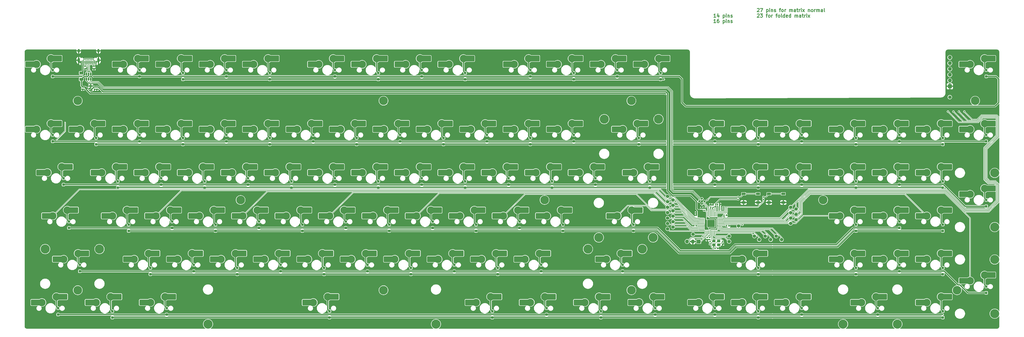
<source format=gbr>
%TF.GenerationSoftware,KiCad,Pcbnew,8.0.8*%
%TF.CreationDate,2025-02-22T23:30:56+01:00*%
%TF.ProjectId,fullsized keybored 3v3,66756c6c-7369-47a6-9564-206b6579626f,rev?*%
%TF.SameCoordinates,Original*%
%TF.FileFunction,Copper,L2,Bot*%
%TF.FilePolarity,Positive*%
%FSLAX46Y46*%
G04 Gerber Fmt 4.6, Leading zero omitted, Abs format (unit mm)*
G04 Created by KiCad (PCBNEW 8.0.8) date 2025-02-22 23:30:56*
%MOMM*%
%LPD*%
G01*
G04 APERTURE LIST*
G04 Aperture macros list*
%AMRoundRect*
0 Rectangle with rounded corners*
0 $1 Rounding radius*
0 $2 $3 $4 $5 $6 $7 $8 $9 X,Y pos of 4 corners*
0 Add a 4 corners polygon primitive as box body*
4,1,4,$2,$3,$4,$5,$6,$7,$8,$9,$2,$3,0*
0 Add four circle primitives for the rounded corners*
1,1,$1+$1,$2,$3*
1,1,$1+$1,$4,$5*
1,1,$1+$1,$6,$7*
1,1,$1+$1,$8,$9*
0 Add four rect primitives between the rounded corners*
20,1,$1+$1,$2,$3,$4,$5,0*
20,1,$1+$1,$4,$5,$6,$7,0*
20,1,$1+$1,$6,$7,$8,$9,0*
20,1,$1+$1,$8,$9,$2,$3,0*%
G04 Aperture macros list end*
%ADD10C,0.300000*%
%TA.AperFunction,NonConductor*%
%ADD11C,0.300000*%
%TD*%
%TA.AperFunction,ComponentPad*%
%ADD12C,1.500000*%
%TD*%
%TA.AperFunction,ComponentPad*%
%ADD13C,3.800000*%
%TD*%
%TA.AperFunction,ComponentPad*%
%ADD14C,4.000000*%
%TD*%
%TA.AperFunction,SMDPad,CuDef*%
%ADD15RoundRect,0.250000X0.300000X-0.300000X0.300000X0.300000X-0.300000X0.300000X-0.300000X-0.300000X0*%
%TD*%
%TA.AperFunction,SMDPad,CuDef*%
%ADD16RoundRect,0.140000X-0.170000X0.140000X-0.170000X-0.140000X0.170000X-0.140000X0.170000X0.140000X0*%
%TD*%
%TA.AperFunction,SMDPad,CuDef*%
%ADD17RoundRect,0.140000X0.170000X-0.140000X0.170000X0.140000X-0.170000X0.140000X-0.170000X-0.140000X0*%
%TD*%
%TA.AperFunction,ComponentPad*%
%ADD18C,3.300000*%
%TD*%
%TA.AperFunction,SMDPad,CuDef*%
%ADD19R,1.650000X2.500000*%
%TD*%
%TA.AperFunction,SMDPad,CuDef*%
%ADD20RoundRect,0.250000X1.025000X1.000000X-1.025000X1.000000X-1.025000X-1.000000X1.025000X-1.000000X0*%
%TD*%
%TA.AperFunction,SMDPad,CuDef*%
%ADD21RoundRect,0.150000X0.150000X-0.512500X0.150000X0.512500X-0.150000X0.512500X-0.150000X-0.512500X0*%
%TD*%
%TA.AperFunction,SMDPad,CuDef*%
%ADD22R,0.900000X0.300000*%
%TD*%
%TA.AperFunction,SMDPad,CuDef*%
%ADD23R,0.250000X1.650000*%
%TD*%
%TA.AperFunction,SMDPad,CuDef*%
%ADD24RoundRect,0.250000X-0.625000X0.375000X-0.625000X-0.375000X0.625000X-0.375000X0.625000X0.375000X0*%
%TD*%
%TA.AperFunction,SMDPad,CuDef*%
%ADD25RoundRect,0.140000X-0.140000X-0.170000X0.140000X-0.170000X0.140000X0.170000X-0.140000X0.170000X0*%
%TD*%
%TA.AperFunction,SMDPad,CuDef*%
%ADD26RoundRect,0.150000X0.587500X0.150000X-0.587500X0.150000X-0.587500X-0.150000X0.587500X-0.150000X0*%
%TD*%
%TA.AperFunction,ComponentPad*%
%ADD27R,1.700000X1.700000*%
%TD*%
%TA.AperFunction,ComponentPad*%
%ADD28O,1.700000X1.700000*%
%TD*%
%TA.AperFunction,SMDPad,CuDef*%
%ADD29RoundRect,0.140000X0.140000X0.170000X-0.140000X0.170000X-0.140000X-0.170000X0.140000X-0.170000X0*%
%TD*%
%TA.AperFunction,SMDPad,CuDef*%
%ADD30R,1.700000X1.000000*%
%TD*%
%TA.AperFunction,SMDPad,CuDef*%
%ADD31RoundRect,0.135000X-0.185000X0.135000X-0.185000X-0.135000X0.185000X-0.135000X0.185000X0.135000X0*%
%TD*%
%TA.AperFunction,SMDPad,CuDef*%
%ADD32RoundRect,0.135000X0.185000X-0.135000X0.185000X0.135000X-0.185000X0.135000X-0.185000X-0.135000X0*%
%TD*%
%TA.AperFunction,SMDPad,CuDef*%
%ADD33RoundRect,0.050000X0.387500X0.050000X-0.387500X0.050000X-0.387500X-0.050000X0.387500X-0.050000X0*%
%TD*%
%TA.AperFunction,SMDPad,CuDef*%
%ADD34RoundRect,0.050000X0.050000X0.387500X-0.050000X0.387500X-0.050000X-0.387500X0.050000X-0.387500X0*%
%TD*%
%TA.AperFunction,ComponentPad*%
%ADD35C,0.600000*%
%TD*%
%TA.AperFunction,SMDPad,CuDef*%
%ADD36RoundRect,0.144000X1.456000X1.456000X-1.456000X1.456000X-1.456000X-1.456000X1.456000X-1.456000X0*%
%TD*%
%TA.AperFunction,SMDPad,CuDef*%
%ADD37RoundRect,0.200000X-0.335876X-0.053033X-0.053033X-0.335876X0.335876X0.053033X0.053033X0.335876X0*%
%TD*%
%TA.AperFunction,SMDPad,CuDef*%
%ADD38R,1.400000X1.200000*%
%TD*%
%TA.AperFunction,SMDPad,CuDef*%
%ADD39R,0.600000X1.450000*%
%TD*%
%TA.AperFunction,SMDPad,CuDef*%
%ADD40R,0.300000X1.450000*%
%TD*%
%TA.AperFunction,ComponentPad*%
%ADD41O,1.000000X1.600000*%
%TD*%
%TA.AperFunction,ComponentPad*%
%ADD42O,1.000000X2.100000*%
%TD*%
%TA.AperFunction,ViaPad*%
%ADD43C,0.600000*%
%TD*%
%TA.AperFunction,Conductor*%
%ADD44C,0.500000*%
%TD*%
%TA.AperFunction,Conductor*%
%ADD45C,0.200000*%
%TD*%
%TA.AperFunction,Conductor*%
%ADD46C,0.250000*%
%TD*%
%TA.AperFunction,Conductor*%
%ADD47C,0.350000*%
%TD*%
G04 APERTURE END LIST*
D10*
D11*
X338620582Y-21428769D02*
X338692010Y-21357341D01*
X338692010Y-21357341D02*
X338834868Y-21285912D01*
X338834868Y-21285912D02*
X339192010Y-21285912D01*
X339192010Y-21285912D02*
X339334868Y-21357341D01*
X339334868Y-21357341D02*
X339406296Y-21428769D01*
X339406296Y-21428769D02*
X339477725Y-21571626D01*
X339477725Y-21571626D02*
X339477725Y-21714484D01*
X339477725Y-21714484D02*
X339406296Y-21928769D01*
X339406296Y-21928769D02*
X338549153Y-22785912D01*
X338549153Y-22785912D02*
X339477725Y-22785912D01*
X339977724Y-21285912D02*
X340977724Y-21285912D01*
X340977724Y-21285912D02*
X340334867Y-22785912D01*
X342692009Y-21785912D02*
X342692009Y-23285912D01*
X342692009Y-21857341D02*
X342834867Y-21785912D01*
X342834867Y-21785912D02*
X343120581Y-21785912D01*
X343120581Y-21785912D02*
X343263438Y-21857341D01*
X343263438Y-21857341D02*
X343334867Y-21928769D01*
X343334867Y-21928769D02*
X343406295Y-22071626D01*
X343406295Y-22071626D02*
X343406295Y-22500198D01*
X343406295Y-22500198D02*
X343334867Y-22643055D01*
X343334867Y-22643055D02*
X343263438Y-22714484D01*
X343263438Y-22714484D02*
X343120581Y-22785912D01*
X343120581Y-22785912D02*
X342834867Y-22785912D01*
X342834867Y-22785912D02*
X342692009Y-22714484D01*
X344049152Y-22785912D02*
X344049152Y-21785912D01*
X344049152Y-21285912D02*
X343977724Y-21357341D01*
X343977724Y-21357341D02*
X344049152Y-21428769D01*
X344049152Y-21428769D02*
X344120581Y-21357341D01*
X344120581Y-21357341D02*
X344049152Y-21285912D01*
X344049152Y-21285912D02*
X344049152Y-21428769D01*
X344763438Y-21785912D02*
X344763438Y-22785912D01*
X344763438Y-21928769D02*
X344834867Y-21857341D01*
X344834867Y-21857341D02*
X344977724Y-21785912D01*
X344977724Y-21785912D02*
X345192010Y-21785912D01*
X345192010Y-21785912D02*
X345334867Y-21857341D01*
X345334867Y-21857341D02*
X345406296Y-22000198D01*
X345406296Y-22000198D02*
X345406296Y-22785912D01*
X346049153Y-22714484D02*
X346192010Y-22785912D01*
X346192010Y-22785912D02*
X346477724Y-22785912D01*
X346477724Y-22785912D02*
X346620581Y-22714484D01*
X346620581Y-22714484D02*
X346692010Y-22571626D01*
X346692010Y-22571626D02*
X346692010Y-22500198D01*
X346692010Y-22500198D02*
X346620581Y-22357341D01*
X346620581Y-22357341D02*
X346477724Y-22285912D01*
X346477724Y-22285912D02*
X346263439Y-22285912D01*
X346263439Y-22285912D02*
X346120581Y-22214484D01*
X346120581Y-22214484D02*
X346049153Y-22071626D01*
X346049153Y-22071626D02*
X346049153Y-22000198D01*
X346049153Y-22000198D02*
X346120581Y-21857341D01*
X346120581Y-21857341D02*
X346263439Y-21785912D01*
X346263439Y-21785912D02*
X346477724Y-21785912D01*
X346477724Y-21785912D02*
X346620581Y-21857341D01*
X348263439Y-21785912D02*
X348834867Y-21785912D01*
X348477724Y-22785912D02*
X348477724Y-21500198D01*
X348477724Y-21500198D02*
X348549153Y-21357341D01*
X348549153Y-21357341D02*
X348692010Y-21285912D01*
X348692010Y-21285912D02*
X348834867Y-21285912D01*
X349549153Y-22785912D02*
X349406296Y-22714484D01*
X349406296Y-22714484D02*
X349334867Y-22643055D01*
X349334867Y-22643055D02*
X349263439Y-22500198D01*
X349263439Y-22500198D02*
X349263439Y-22071626D01*
X349263439Y-22071626D02*
X349334867Y-21928769D01*
X349334867Y-21928769D02*
X349406296Y-21857341D01*
X349406296Y-21857341D02*
X349549153Y-21785912D01*
X349549153Y-21785912D02*
X349763439Y-21785912D01*
X349763439Y-21785912D02*
X349906296Y-21857341D01*
X349906296Y-21857341D02*
X349977725Y-21928769D01*
X349977725Y-21928769D02*
X350049153Y-22071626D01*
X350049153Y-22071626D02*
X350049153Y-22500198D01*
X350049153Y-22500198D02*
X349977725Y-22643055D01*
X349977725Y-22643055D02*
X349906296Y-22714484D01*
X349906296Y-22714484D02*
X349763439Y-22785912D01*
X349763439Y-22785912D02*
X349549153Y-22785912D01*
X350692010Y-22785912D02*
X350692010Y-21785912D01*
X350692010Y-22071626D02*
X350763439Y-21928769D01*
X350763439Y-21928769D02*
X350834868Y-21857341D01*
X350834868Y-21857341D02*
X350977725Y-21785912D01*
X350977725Y-21785912D02*
X351120582Y-21785912D01*
X352763438Y-22785912D02*
X352763438Y-21785912D01*
X352763438Y-21928769D02*
X352834867Y-21857341D01*
X352834867Y-21857341D02*
X352977724Y-21785912D01*
X352977724Y-21785912D02*
X353192010Y-21785912D01*
X353192010Y-21785912D02*
X353334867Y-21857341D01*
X353334867Y-21857341D02*
X353406296Y-22000198D01*
X353406296Y-22000198D02*
X353406296Y-22785912D01*
X353406296Y-22000198D02*
X353477724Y-21857341D01*
X353477724Y-21857341D02*
X353620581Y-21785912D01*
X353620581Y-21785912D02*
X353834867Y-21785912D01*
X353834867Y-21785912D02*
X353977724Y-21857341D01*
X353977724Y-21857341D02*
X354049153Y-22000198D01*
X354049153Y-22000198D02*
X354049153Y-22785912D01*
X355406296Y-22785912D02*
X355406296Y-22000198D01*
X355406296Y-22000198D02*
X355334867Y-21857341D01*
X355334867Y-21857341D02*
X355192010Y-21785912D01*
X355192010Y-21785912D02*
X354906296Y-21785912D01*
X354906296Y-21785912D02*
X354763438Y-21857341D01*
X355406296Y-22714484D02*
X355263438Y-22785912D01*
X355263438Y-22785912D02*
X354906296Y-22785912D01*
X354906296Y-22785912D02*
X354763438Y-22714484D01*
X354763438Y-22714484D02*
X354692010Y-22571626D01*
X354692010Y-22571626D02*
X354692010Y-22428769D01*
X354692010Y-22428769D02*
X354763438Y-22285912D01*
X354763438Y-22285912D02*
X354906296Y-22214484D01*
X354906296Y-22214484D02*
X355263438Y-22214484D01*
X355263438Y-22214484D02*
X355406296Y-22143055D01*
X355906296Y-21785912D02*
X356477724Y-21785912D01*
X356120581Y-21285912D02*
X356120581Y-22571626D01*
X356120581Y-22571626D02*
X356192010Y-22714484D01*
X356192010Y-22714484D02*
X356334867Y-22785912D01*
X356334867Y-22785912D02*
X356477724Y-22785912D01*
X356977724Y-22785912D02*
X356977724Y-21785912D01*
X356977724Y-22071626D02*
X357049153Y-21928769D01*
X357049153Y-21928769D02*
X357120582Y-21857341D01*
X357120582Y-21857341D02*
X357263439Y-21785912D01*
X357263439Y-21785912D02*
X357406296Y-21785912D01*
X357906295Y-22785912D02*
X357906295Y-21785912D01*
X357906295Y-21285912D02*
X357834867Y-21357341D01*
X357834867Y-21357341D02*
X357906295Y-21428769D01*
X357906295Y-21428769D02*
X357977724Y-21357341D01*
X357977724Y-21357341D02*
X357906295Y-21285912D01*
X357906295Y-21285912D02*
X357906295Y-21428769D01*
X358477724Y-22785912D02*
X359263439Y-21785912D01*
X358477724Y-21785912D02*
X359263439Y-22785912D01*
X360977724Y-21785912D02*
X360977724Y-22785912D01*
X360977724Y-21928769D02*
X361049153Y-21857341D01*
X361049153Y-21857341D02*
X361192010Y-21785912D01*
X361192010Y-21785912D02*
X361406296Y-21785912D01*
X361406296Y-21785912D02*
X361549153Y-21857341D01*
X361549153Y-21857341D02*
X361620582Y-22000198D01*
X361620582Y-22000198D02*
X361620582Y-22785912D01*
X362549153Y-22785912D02*
X362406296Y-22714484D01*
X362406296Y-22714484D02*
X362334867Y-22643055D01*
X362334867Y-22643055D02*
X362263439Y-22500198D01*
X362263439Y-22500198D02*
X362263439Y-22071626D01*
X362263439Y-22071626D02*
X362334867Y-21928769D01*
X362334867Y-21928769D02*
X362406296Y-21857341D01*
X362406296Y-21857341D02*
X362549153Y-21785912D01*
X362549153Y-21785912D02*
X362763439Y-21785912D01*
X362763439Y-21785912D02*
X362906296Y-21857341D01*
X362906296Y-21857341D02*
X362977725Y-21928769D01*
X362977725Y-21928769D02*
X363049153Y-22071626D01*
X363049153Y-22071626D02*
X363049153Y-22500198D01*
X363049153Y-22500198D02*
X362977725Y-22643055D01*
X362977725Y-22643055D02*
X362906296Y-22714484D01*
X362906296Y-22714484D02*
X362763439Y-22785912D01*
X362763439Y-22785912D02*
X362549153Y-22785912D01*
X363692010Y-22785912D02*
X363692010Y-21785912D01*
X363692010Y-22071626D02*
X363763439Y-21928769D01*
X363763439Y-21928769D02*
X363834868Y-21857341D01*
X363834868Y-21857341D02*
X363977725Y-21785912D01*
X363977725Y-21785912D02*
X364120582Y-21785912D01*
X364620581Y-22785912D02*
X364620581Y-21785912D01*
X364620581Y-21928769D02*
X364692010Y-21857341D01*
X364692010Y-21857341D02*
X364834867Y-21785912D01*
X364834867Y-21785912D02*
X365049153Y-21785912D01*
X365049153Y-21785912D02*
X365192010Y-21857341D01*
X365192010Y-21857341D02*
X365263439Y-22000198D01*
X365263439Y-22000198D02*
X365263439Y-22785912D01*
X365263439Y-22000198D02*
X365334867Y-21857341D01*
X365334867Y-21857341D02*
X365477724Y-21785912D01*
X365477724Y-21785912D02*
X365692010Y-21785912D01*
X365692010Y-21785912D02*
X365834867Y-21857341D01*
X365834867Y-21857341D02*
X365906296Y-22000198D01*
X365906296Y-22000198D02*
X365906296Y-22785912D01*
X367263439Y-22785912D02*
X367263439Y-22000198D01*
X367263439Y-22000198D02*
X367192010Y-21857341D01*
X367192010Y-21857341D02*
X367049153Y-21785912D01*
X367049153Y-21785912D02*
X366763439Y-21785912D01*
X366763439Y-21785912D02*
X366620581Y-21857341D01*
X367263439Y-22714484D02*
X367120581Y-22785912D01*
X367120581Y-22785912D02*
X366763439Y-22785912D01*
X366763439Y-22785912D02*
X366620581Y-22714484D01*
X366620581Y-22714484D02*
X366549153Y-22571626D01*
X366549153Y-22571626D02*
X366549153Y-22428769D01*
X366549153Y-22428769D02*
X366620581Y-22285912D01*
X366620581Y-22285912D02*
X366763439Y-22214484D01*
X366763439Y-22214484D02*
X367120581Y-22214484D01*
X367120581Y-22214484D02*
X367263439Y-22143055D01*
X368192010Y-22785912D02*
X368049153Y-22714484D01*
X368049153Y-22714484D02*
X367977724Y-22571626D01*
X367977724Y-22571626D02*
X367977724Y-21285912D01*
X338620582Y-23843685D02*
X338692010Y-23772257D01*
X338692010Y-23772257D02*
X338834868Y-23700828D01*
X338834868Y-23700828D02*
X339192010Y-23700828D01*
X339192010Y-23700828D02*
X339334868Y-23772257D01*
X339334868Y-23772257D02*
X339406296Y-23843685D01*
X339406296Y-23843685D02*
X339477725Y-23986542D01*
X339477725Y-23986542D02*
X339477725Y-24129400D01*
X339477725Y-24129400D02*
X339406296Y-24343685D01*
X339406296Y-24343685D02*
X338549153Y-25200828D01*
X338549153Y-25200828D02*
X339477725Y-25200828D01*
X339977724Y-23700828D02*
X340906296Y-23700828D01*
X340906296Y-23700828D02*
X340406296Y-24272257D01*
X340406296Y-24272257D02*
X340620581Y-24272257D01*
X340620581Y-24272257D02*
X340763439Y-24343685D01*
X340763439Y-24343685D02*
X340834867Y-24415114D01*
X340834867Y-24415114D02*
X340906296Y-24557971D01*
X340906296Y-24557971D02*
X340906296Y-24915114D01*
X340906296Y-24915114D02*
X340834867Y-25057971D01*
X340834867Y-25057971D02*
X340763439Y-25129400D01*
X340763439Y-25129400D02*
X340620581Y-25200828D01*
X340620581Y-25200828D02*
X340192010Y-25200828D01*
X340192010Y-25200828D02*
X340049153Y-25129400D01*
X340049153Y-25129400D02*
X339977724Y-25057971D01*
X342477724Y-24200828D02*
X343049152Y-24200828D01*
X342692009Y-25200828D02*
X342692009Y-23915114D01*
X342692009Y-23915114D02*
X342763438Y-23772257D01*
X342763438Y-23772257D02*
X342906295Y-23700828D01*
X342906295Y-23700828D02*
X343049152Y-23700828D01*
X343763438Y-25200828D02*
X343620581Y-25129400D01*
X343620581Y-25129400D02*
X343549152Y-25057971D01*
X343549152Y-25057971D02*
X343477724Y-24915114D01*
X343477724Y-24915114D02*
X343477724Y-24486542D01*
X343477724Y-24486542D02*
X343549152Y-24343685D01*
X343549152Y-24343685D02*
X343620581Y-24272257D01*
X343620581Y-24272257D02*
X343763438Y-24200828D01*
X343763438Y-24200828D02*
X343977724Y-24200828D01*
X343977724Y-24200828D02*
X344120581Y-24272257D01*
X344120581Y-24272257D02*
X344192010Y-24343685D01*
X344192010Y-24343685D02*
X344263438Y-24486542D01*
X344263438Y-24486542D02*
X344263438Y-24915114D01*
X344263438Y-24915114D02*
X344192010Y-25057971D01*
X344192010Y-25057971D02*
X344120581Y-25129400D01*
X344120581Y-25129400D02*
X343977724Y-25200828D01*
X343977724Y-25200828D02*
X343763438Y-25200828D01*
X344906295Y-25200828D02*
X344906295Y-24200828D01*
X344906295Y-24486542D02*
X344977724Y-24343685D01*
X344977724Y-24343685D02*
X345049153Y-24272257D01*
X345049153Y-24272257D02*
X345192010Y-24200828D01*
X345192010Y-24200828D02*
X345334867Y-24200828D01*
X346763438Y-24200828D02*
X347334866Y-24200828D01*
X346977723Y-25200828D02*
X346977723Y-23915114D01*
X346977723Y-23915114D02*
X347049152Y-23772257D01*
X347049152Y-23772257D02*
X347192009Y-23700828D01*
X347192009Y-23700828D02*
X347334866Y-23700828D01*
X348049152Y-25200828D02*
X347906295Y-25129400D01*
X347906295Y-25129400D02*
X347834866Y-25057971D01*
X347834866Y-25057971D02*
X347763438Y-24915114D01*
X347763438Y-24915114D02*
X347763438Y-24486542D01*
X347763438Y-24486542D02*
X347834866Y-24343685D01*
X347834866Y-24343685D02*
X347906295Y-24272257D01*
X347906295Y-24272257D02*
X348049152Y-24200828D01*
X348049152Y-24200828D02*
X348263438Y-24200828D01*
X348263438Y-24200828D02*
X348406295Y-24272257D01*
X348406295Y-24272257D02*
X348477724Y-24343685D01*
X348477724Y-24343685D02*
X348549152Y-24486542D01*
X348549152Y-24486542D02*
X348549152Y-24915114D01*
X348549152Y-24915114D02*
X348477724Y-25057971D01*
X348477724Y-25057971D02*
X348406295Y-25129400D01*
X348406295Y-25129400D02*
X348263438Y-25200828D01*
X348263438Y-25200828D02*
X348049152Y-25200828D01*
X349406295Y-25200828D02*
X349263438Y-25129400D01*
X349263438Y-25129400D02*
X349192009Y-24986542D01*
X349192009Y-24986542D02*
X349192009Y-23700828D01*
X350620581Y-25200828D02*
X350620581Y-23700828D01*
X350620581Y-25129400D02*
X350477723Y-25200828D01*
X350477723Y-25200828D02*
X350192009Y-25200828D01*
X350192009Y-25200828D02*
X350049152Y-25129400D01*
X350049152Y-25129400D02*
X349977723Y-25057971D01*
X349977723Y-25057971D02*
X349906295Y-24915114D01*
X349906295Y-24915114D02*
X349906295Y-24486542D01*
X349906295Y-24486542D02*
X349977723Y-24343685D01*
X349977723Y-24343685D02*
X350049152Y-24272257D01*
X350049152Y-24272257D02*
X350192009Y-24200828D01*
X350192009Y-24200828D02*
X350477723Y-24200828D01*
X350477723Y-24200828D02*
X350620581Y-24272257D01*
X351906295Y-25129400D02*
X351763438Y-25200828D01*
X351763438Y-25200828D02*
X351477724Y-25200828D01*
X351477724Y-25200828D02*
X351334866Y-25129400D01*
X351334866Y-25129400D02*
X351263438Y-24986542D01*
X351263438Y-24986542D02*
X351263438Y-24415114D01*
X351263438Y-24415114D02*
X351334866Y-24272257D01*
X351334866Y-24272257D02*
X351477724Y-24200828D01*
X351477724Y-24200828D02*
X351763438Y-24200828D01*
X351763438Y-24200828D02*
X351906295Y-24272257D01*
X351906295Y-24272257D02*
X351977724Y-24415114D01*
X351977724Y-24415114D02*
X351977724Y-24557971D01*
X351977724Y-24557971D02*
X351263438Y-24700828D01*
X353263438Y-25200828D02*
X353263438Y-23700828D01*
X353263438Y-25129400D02*
X353120580Y-25200828D01*
X353120580Y-25200828D02*
X352834866Y-25200828D01*
X352834866Y-25200828D02*
X352692009Y-25129400D01*
X352692009Y-25129400D02*
X352620580Y-25057971D01*
X352620580Y-25057971D02*
X352549152Y-24915114D01*
X352549152Y-24915114D02*
X352549152Y-24486542D01*
X352549152Y-24486542D02*
X352620580Y-24343685D01*
X352620580Y-24343685D02*
X352692009Y-24272257D01*
X352692009Y-24272257D02*
X352834866Y-24200828D01*
X352834866Y-24200828D02*
X353120580Y-24200828D01*
X353120580Y-24200828D02*
X353263438Y-24272257D01*
X355120580Y-25200828D02*
X355120580Y-24200828D01*
X355120580Y-24343685D02*
X355192009Y-24272257D01*
X355192009Y-24272257D02*
X355334866Y-24200828D01*
X355334866Y-24200828D02*
X355549152Y-24200828D01*
X355549152Y-24200828D02*
X355692009Y-24272257D01*
X355692009Y-24272257D02*
X355763438Y-24415114D01*
X355763438Y-24415114D02*
X355763438Y-25200828D01*
X355763438Y-24415114D02*
X355834866Y-24272257D01*
X355834866Y-24272257D02*
X355977723Y-24200828D01*
X355977723Y-24200828D02*
X356192009Y-24200828D01*
X356192009Y-24200828D02*
X356334866Y-24272257D01*
X356334866Y-24272257D02*
X356406295Y-24415114D01*
X356406295Y-24415114D02*
X356406295Y-25200828D01*
X357763438Y-25200828D02*
X357763438Y-24415114D01*
X357763438Y-24415114D02*
X357692009Y-24272257D01*
X357692009Y-24272257D02*
X357549152Y-24200828D01*
X357549152Y-24200828D02*
X357263438Y-24200828D01*
X357263438Y-24200828D02*
X357120580Y-24272257D01*
X357763438Y-25129400D02*
X357620580Y-25200828D01*
X357620580Y-25200828D02*
X357263438Y-25200828D01*
X357263438Y-25200828D02*
X357120580Y-25129400D01*
X357120580Y-25129400D02*
X357049152Y-24986542D01*
X357049152Y-24986542D02*
X357049152Y-24843685D01*
X357049152Y-24843685D02*
X357120580Y-24700828D01*
X357120580Y-24700828D02*
X357263438Y-24629400D01*
X357263438Y-24629400D02*
X357620580Y-24629400D01*
X357620580Y-24629400D02*
X357763438Y-24557971D01*
X358263438Y-24200828D02*
X358834866Y-24200828D01*
X358477723Y-23700828D02*
X358477723Y-24986542D01*
X358477723Y-24986542D02*
X358549152Y-25129400D01*
X358549152Y-25129400D02*
X358692009Y-25200828D01*
X358692009Y-25200828D02*
X358834866Y-25200828D01*
X359334866Y-25200828D02*
X359334866Y-24200828D01*
X359334866Y-24486542D02*
X359406295Y-24343685D01*
X359406295Y-24343685D02*
X359477724Y-24272257D01*
X359477724Y-24272257D02*
X359620581Y-24200828D01*
X359620581Y-24200828D02*
X359763438Y-24200828D01*
X360263437Y-25200828D02*
X360263437Y-24200828D01*
X360263437Y-23700828D02*
X360192009Y-23772257D01*
X360192009Y-23772257D02*
X360263437Y-23843685D01*
X360263437Y-23843685D02*
X360334866Y-23772257D01*
X360334866Y-23772257D02*
X360263437Y-23700828D01*
X360263437Y-23700828D02*
X360263437Y-23843685D01*
X360834866Y-25200828D02*
X361620581Y-24200828D01*
X360834866Y-24200828D02*
X361620581Y-25200828D01*
D10*
D11*
X320427725Y-25200828D02*
X319570582Y-25200828D01*
X319999153Y-25200828D02*
X319999153Y-23700828D01*
X319999153Y-23700828D02*
X319856296Y-23915114D01*
X319856296Y-23915114D02*
X319713439Y-24057971D01*
X319713439Y-24057971D02*
X319570582Y-24129400D01*
X321713439Y-24200828D02*
X321713439Y-25200828D01*
X321356296Y-23629400D02*
X320999153Y-24700828D01*
X320999153Y-24700828D02*
X321927724Y-24700828D01*
X323642009Y-24200828D02*
X323642009Y-25700828D01*
X323642009Y-24272257D02*
X323784867Y-24200828D01*
X323784867Y-24200828D02*
X324070581Y-24200828D01*
X324070581Y-24200828D02*
X324213438Y-24272257D01*
X324213438Y-24272257D02*
X324284867Y-24343685D01*
X324284867Y-24343685D02*
X324356295Y-24486542D01*
X324356295Y-24486542D02*
X324356295Y-24915114D01*
X324356295Y-24915114D02*
X324284867Y-25057971D01*
X324284867Y-25057971D02*
X324213438Y-25129400D01*
X324213438Y-25129400D02*
X324070581Y-25200828D01*
X324070581Y-25200828D02*
X323784867Y-25200828D01*
X323784867Y-25200828D02*
X323642009Y-25129400D01*
X324999152Y-25200828D02*
X324999152Y-24200828D01*
X324999152Y-23700828D02*
X324927724Y-23772257D01*
X324927724Y-23772257D02*
X324999152Y-23843685D01*
X324999152Y-23843685D02*
X325070581Y-23772257D01*
X325070581Y-23772257D02*
X324999152Y-23700828D01*
X324999152Y-23700828D02*
X324999152Y-23843685D01*
X325713438Y-24200828D02*
X325713438Y-25200828D01*
X325713438Y-24343685D02*
X325784867Y-24272257D01*
X325784867Y-24272257D02*
X325927724Y-24200828D01*
X325927724Y-24200828D02*
X326142010Y-24200828D01*
X326142010Y-24200828D02*
X326284867Y-24272257D01*
X326284867Y-24272257D02*
X326356296Y-24415114D01*
X326356296Y-24415114D02*
X326356296Y-25200828D01*
X326999153Y-25129400D02*
X327142010Y-25200828D01*
X327142010Y-25200828D02*
X327427724Y-25200828D01*
X327427724Y-25200828D02*
X327570581Y-25129400D01*
X327570581Y-25129400D02*
X327642010Y-24986542D01*
X327642010Y-24986542D02*
X327642010Y-24915114D01*
X327642010Y-24915114D02*
X327570581Y-24772257D01*
X327570581Y-24772257D02*
X327427724Y-24700828D01*
X327427724Y-24700828D02*
X327213439Y-24700828D01*
X327213439Y-24700828D02*
X327070581Y-24629400D01*
X327070581Y-24629400D02*
X326999153Y-24486542D01*
X326999153Y-24486542D02*
X326999153Y-24415114D01*
X326999153Y-24415114D02*
X327070581Y-24272257D01*
X327070581Y-24272257D02*
X327213439Y-24200828D01*
X327213439Y-24200828D02*
X327427724Y-24200828D01*
X327427724Y-24200828D02*
X327570581Y-24272257D01*
D10*
D11*
X320427725Y-27582078D02*
X319570582Y-27582078D01*
X319999153Y-27582078D02*
X319999153Y-26082078D01*
X319999153Y-26082078D02*
X319856296Y-26296364D01*
X319856296Y-26296364D02*
X319713439Y-26439221D01*
X319713439Y-26439221D02*
X319570582Y-26510650D01*
X321713439Y-26082078D02*
X321427724Y-26082078D01*
X321427724Y-26082078D02*
X321284867Y-26153507D01*
X321284867Y-26153507D02*
X321213439Y-26224935D01*
X321213439Y-26224935D02*
X321070581Y-26439221D01*
X321070581Y-26439221D02*
X320999153Y-26724935D01*
X320999153Y-26724935D02*
X320999153Y-27296364D01*
X320999153Y-27296364D02*
X321070581Y-27439221D01*
X321070581Y-27439221D02*
X321142010Y-27510650D01*
X321142010Y-27510650D02*
X321284867Y-27582078D01*
X321284867Y-27582078D02*
X321570581Y-27582078D01*
X321570581Y-27582078D02*
X321713439Y-27510650D01*
X321713439Y-27510650D02*
X321784867Y-27439221D01*
X321784867Y-27439221D02*
X321856296Y-27296364D01*
X321856296Y-27296364D02*
X321856296Y-26939221D01*
X321856296Y-26939221D02*
X321784867Y-26796364D01*
X321784867Y-26796364D02*
X321713439Y-26724935D01*
X321713439Y-26724935D02*
X321570581Y-26653507D01*
X321570581Y-26653507D02*
X321284867Y-26653507D01*
X321284867Y-26653507D02*
X321142010Y-26724935D01*
X321142010Y-26724935D02*
X321070581Y-26796364D01*
X321070581Y-26796364D02*
X320999153Y-26939221D01*
X323642009Y-26582078D02*
X323642009Y-28082078D01*
X323642009Y-26653507D02*
X323784867Y-26582078D01*
X323784867Y-26582078D02*
X324070581Y-26582078D01*
X324070581Y-26582078D02*
X324213438Y-26653507D01*
X324213438Y-26653507D02*
X324284867Y-26724935D01*
X324284867Y-26724935D02*
X324356295Y-26867792D01*
X324356295Y-26867792D02*
X324356295Y-27296364D01*
X324356295Y-27296364D02*
X324284867Y-27439221D01*
X324284867Y-27439221D02*
X324213438Y-27510650D01*
X324213438Y-27510650D02*
X324070581Y-27582078D01*
X324070581Y-27582078D02*
X323784867Y-27582078D01*
X323784867Y-27582078D02*
X323642009Y-27510650D01*
X324999152Y-27582078D02*
X324999152Y-26582078D01*
X324999152Y-26082078D02*
X324927724Y-26153507D01*
X324927724Y-26153507D02*
X324999152Y-26224935D01*
X324999152Y-26224935D02*
X325070581Y-26153507D01*
X325070581Y-26153507D02*
X324999152Y-26082078D01*
X324999152Y-26082078D02*
X324999152Y-26224935D01*
X325713438Y-26582078D02*
X325713438Y-27582078D01*
X325713438Y-26724935D02*
X325784867Y-26653507D01*
X325784867Y-26653507D02*
X325927724Y-26582078D01*
X325927724Y-26582078D02*
X326142010Y-26582078D01*
X326142010Y-26582078D02*
X326284867Y-26653507D01*
X326284867Y-26653507D02*
X326356296Y-26796364D01*
X326356296Y-26796364D02*
X326356296Y-27582078D01*
X326999153Y-27510650D02*
X327142010Y-27582078D01*
X327142010Y-27582078D02*
X327427724Y-27582078D01*
X327427724Y-27582078D02*
X327570581Y-27510650D01*
X327570581Y-27510650D02*
X327642010Y-27367792D01*
X327642010Y-27367792D02*
X327642010Y-27296364D01*
X327642010Y-27296364D02*
X327570581Y-27153507D01*
X327570581Y-27153507D02*
X327427724Y-27082078D01*
X327427724Y-27082078D02*
X327213439Y-27082078D01*
X327213439Y-27082078D02*
X327070581Y-27010650D01*
X327070581Y-27010650D02*
X326999153Y-26867792D01*
X326999153Y-26867792D02*
X326999153Y-26796364D01*
X326999153Y-26796364D02*
X327070581Y-26653507D01*
X327070581Y-26653507D02*
X327213439Y-26582078D01*
X327213439Y-26582078D02*
X327427724Y-26582078D01*
X327427724Y-26582078D02*
X327570581Y-26653507D01*
D12*
%TO.P,J31,1,Pin_1*%
%TO.N,COL2*%
X299243750Y-106362500D03*
%TD*%
%TO.P,J29,1,Pin_1*%
%TO.N,COL4*%
X299243750Y-108743750D03*
%TD*%
%TO.P,J23,1,Pin_1*%
%TO.N,ROW2*%
X299243750Y-115887500D03*
%TD*%
%TO.P,J21,1,Pin_1*%
%TO.N,ROW0*%
X299243750Y-118268750D03*
%TD*%
%TO.P,J11,1,Pin_1*%
%TO.N,COL10*%
X353218750Y-113506250D03*
%TD*%
%TO.P,J14,1,Pin_1*%
%TO.N,COL7*%
X330357184Y-117008098D03*
%TD*%
D13*
%TO.P,H7,1*%
%TO.N,N/C*%
X283368750Y-145256250D03*
%TD*%
D12*
%TO.P,J10,1,Pin_1*%
%TO.N,/GPIO15*%
X326231250Y-123825000D03*
%TD*%
%TO.P,J30,1,Pin_1*%
%TO.N,COL3*%
X301625000Y-107950000D03*
%TD*%
%TO.P,J32,1,Pin_1*%
%TO.N,COL1*%
X301625000Y-105568750D03*
%TD*%
%TO.P,J33,1,Pin_1*%
%TO.N,COL0*%
X299243750Y-103981250D03*
%TD*%
%TO.P,J28,1,Pin_1*%
%TO.N,COL5*%
X301625000Y-110331250D03*
%TD*%
D14*
%TO.P,S7,*%
%TO.N,*%
X442753750Y-131762500D03*
X442753750Y-155575000D03*
%TD*%
D12*
%TO.P,J25,1,Pin_1*%
%TO.N,ROW4*%
X299243750Y-113506250D03*
%TD*%
D13*
%TO.P,H8,1*%
%TO.N,N/C*%
X426243750Y-145256250D03*
%TD*%
%TO.P,H3,1*%
%TO.N,N/C*%
X283368750Y-61912500D03*
%TD*%
D14*
%TO.P,S8,*%
%TO.N,*%
X442753750Y-93662500D03*
X442753750Y-117475000D03*
%TD*%
D12*
%TO.P,J16,1,Pin_1*%
%TO.N,ROW10*%
X346868750Y-121443750D03*
%TD*%
D13*
%TO.P,H11,1*%
%TO.N,N/C*%
X367506250Y-105568750D03*
%TD*%
D12*
%TO.P,J20,1,Pin_1*%
%TO.N,ROW6*%
X337343750Y-121443750D03*
%TD*%
%TO.P,J26,1,Pin_1*%
%TO.N,ROW5*%
X301625000Y-112712500D03*
%TD*%
D13*
%TO.P,H1,1*%
%TO.N,N/C*%
X40481250Y-61912500D03*
%TD*%
D12*
%TO.P,J19,1,Pin_1*%
%TO.N,ROW7*%
X339437500Y-123031250D03*
%TD*%
%TO.P,J24,1,Pin_1*%
%TO.N,ROW3*%
X301625000Y-115093750D03*
%TD*%
%TO.P,J17,1,Pin_1*%
%TO.N,ROW9*%
X344487500Y-123031250D03*
%TD*%
%TO.P,J4,1,Pin_1*%
%TO.N,/GPIO14*%
X326231250Y-121443750D03*
%TD*%
D13*
%TO.P,H2,1*%
%TO.N,N/C*%
X174625000Y-61912500D03*
%TD*%
D14*
%TO.P,S2,*%
%TO.N,*%
X26193750Y-127158750D03*
X50006250Y-127158750D03*
%TD*%
D12*
%TO.P,J6,1,Pin_1*%
%TO.N,CS_3V3*%
X355600000Y-109537500D03*
%TD*%
D13*
%TO.P,H4,1*%
%TO.N,N/C*%
X434181250Y-61912500D03*
%TD*%
%TO.P,H5,1*%
%TO.N,N/C*%
X40481250Y-145256250D03*
%TD*%
%TO.P,H6,1*%
%TO.N,N/C*%
X174625000Y-145256250D03*
%TD*%
D12*
%TO.P,J15,1,Pin_1*%
%TO.N,ROW11*%
X349250000Y-123031250D03*
%TD*%
%TO.P,J27,1,Pin_1*%
%TO.N,COL6*%
X299243750Y-111125000D03*
%TD*%
%TO.P,J18,1,Pin_1*%
%TO.N,ROW8*%
X342106250Y-121443750D03*
%TD*%
D14*
%TO.P,S3,*%
%TO.N,*%
X264318750Y-127158750D03*
X288131250Y-127158750D03*
%TD*%
D12*
%TO.P,J22,1,Pin_1*%
%TO.N,ROW1*%
X301625000Y-117475000D03*
%TD*%
%TO.P,J13,1,Pin_1*%
%TO.N,COL8*%
X353218750Y-115887500D03*
%TD*%
%TO.P,J3,1,Pin_1*%
%TO.N,/GPIO16*%
X310400000Y-120650000D03*
%TD*%
D14*
%TO.P,S1,*%
%TO.N,*%
X197643750Y-160178750D03*
X97631250Y-160178750D03*
%TD*%
%TO.P,S5,*%
%TO.N,*%
X271462500Y-70008750D03*
X295275000Y-70008750D03*
%TD*%
D13*
%TO.P,H10,1*%
%TO.N,N/C*%
X245268750Y-105568750D03*
%TD*%
D12*
%TO.P,J12,1,Pin_1*%
%TO.N,COL9*%
X355600000Y-114300000D03*
%TD*%
%TO.P,J8,1,Pin_1*%
%TO.N,DIN_3V3*%
X355600000Y-111918750D03*
%TD*%
%TO.P,J5,1,Pin_1*%
%TO.N,Reset_3V3*%
X353218750Y-108743750D03*
%TD*%
D14*
%TO.P,S6,*%
%TO.N,*%
X400050000Y-160178750D03*
X376237500Y-160178750D03*
%TD*%
D12*
%TO.P,J7,1,Pin_1*%
%TO.N,CLK_3V3*%
X353218750Y-111125000D03*
%TD*%
D14*
%TO.P,S4,*%
%TO.N,*%
X292893750Y-122078750D03*
X269081250Y-122078750D03*
%TD*%
D13*
%TO.P,H9,1*%
%TO.N,N/C*%
X111918750Y-105568750D03*
%TD*%
D12*
%TO.P,J9,1,Pin_1*%
%TO.N,+5V*%
X423068750Y-60325000D03*
%TD*%
D15*
%TO.P,D4,1,K*%
%TO.N,ROW0*%
X105676670Y-51187500D03*
%TO.P,D4,2,A*%
%TO.N,Net-(D4-A)*%
X105676670Y-48387500D03*
%TD*%
D16*
%TO.P,C14,1*%
%TO.N,+3V3*%
X317656250Y-122088164D03*
%TO.P,C14,2*%
%TO.N,GND*%
X317656250Y-123048164D03*
%TD*%
D17*
%TO.P,C2,1*%
%TO.N,GND*%
X323388496Y-124942500D03*
%TO.P,C2,2*%
%TO.N,XTAL_IN*%
X323388496Y-123982500D03*
%TD*%
D18*
%TO.P,MX45,1,1*%
%TO.N,COL4*%
X203358750Y-93503750D03*
D19*
X201533750Y-93503750D03*
D20*
X199808750Y-93503750D03*
%TO.P,MX45,2,2*%
%TO.N,Net-(D45-A)*%
X213258750Y-90963750D03*
D19*
X211508750Y-90963750D03*
D18*
X209708750Y-90963750D03*
%TD*%
%TO.P,MX98,1,1*%
%TO.N,COL7*%
X312896250Y-150653750D03*
D19*
X311071250Y-150653750D03*
D20*
X309346250Y-150653750D03*
%TO.P,MX98,2,2*%
%TO.N,Net-(D98-A)*%
X322796250Y-148113750D03*
D19*
X321046250Y-148113750D03*
D18*
X319246250Y-148113750D03*
%TD*%
D21*
%TO.P,U2,1,I/O1*%
%TO.N,D_P*%
X46193750Y-52431250D03*
%TO.P,U2,2,GND*%
%TO.N,GND*%
X45243750Y-52431250D03*
%TO.P,U2,3,I/O2*%
%TO.N,D_N*%
X44293750Y-52431250D03*
%TO.P,U2,4,I/O2*%
%TO.N,D_USB_N*%
X44293750Y-50156250D03*
%TO.P,U2,5,VBUS*%
%TO.N,+5V*%
X45243750Y-50156250D03*
%TO.P,U2,6,I/O1*%
%TO.N,D_USB_P*%
X46193750Y-50156250D03*
%TD*%
D18*
%TO.P,MX57,1,1*%
%TO.N,COL0*%
X29527500Y-112553750D03*
D19*
X27702500Y-112553750D03*
D20*
X25977500Y-112553750D03*
%TO.P,MX57,2,2*%
%TO.N,Net-(D57-A)*%
X39427500Y-110013750D03*
D19*
X37677500Y-110013750D03*
D18*
X35877500Y-110013750D03*
%TD*%
%TO.P,MX27,1,1*%
%TO.N,COL6*%
X250983750Y-74453750D03*
D19*
X249158750Y-74453750D03*
D20*
X247433750Y-74453750D03*
%TO.P,MX27,2,2*%
%TO.N,Net-(D27-A)*%
X260883750Y-71913750D03*
D19*
X259133750Y-71913750D03*
D18*
X257333750Y-71913750D03*
%TD*%
D15*
%TO.P,D56,1,K*%
%TO.N,ROW4*%
X439051670Y-108337500D03*
%TO.P,D56,2,A*%
%TO.N,Net-(D56-A)*%
X439051670Y-105537500D03*
%TD*%
D18*
%TO.P,MX40,1,1*%
%TO.N,COL2*%
X108108750Y-93503750D03*
D19*
X106283750Y-93503750D03*
D20*
X104558750Y-93503750D03*
%TO.P,MX40,2,2*%
%TO.N,Net-(D40-A)*%
X118008750Y-90963750D03*
D19*
X116258750Y-90963750D03*
D18*
X114458750Y-90963750D03*
%TD*%
%TO.P,MX60,1,1*%
%TO.N,COL1*%
X93821250Y-112553750D03*
D19*
X91996250Y-112553750D03*
D20*
X90271250Y-112553750D03*
%TO.P,MX60,2,2*%
%TO.N,Net-(D60-A)*%
X103721250Y-110013750D03*
D19*
X101971250Y-110013750D03*
D18*
X100171250Y-110013750D03*
%TD*%
D15*
%TO.P,D98,1,K*%
%TO.N,ROW10*%
X319989170Y-155962500D03*
%TO.P,D98,2,A*%
%TO.N,Net-(D98-A)*%
X319989170Y-153162500D03*
%TD*%
D22*
%TO.P,IC1,1,~{CS}*%
%TO.N,/QSPI_SS*%
X323818750Y-108631250D03*
%TO.P,IC1,2,DO_IO1*%
%TO.N,/QSPI_SD1*%
X323818750Y-109131250D03*
%TO.P,IC1,3,~{WP_IO2}*%
%TO.N,/QSPI_SD2*%
X323818750Y-109631250D03*
%TO.P,IC1,4,GND*%
%TO.N,GND*%
X323818750Y-110131250D03*
%TO.P,IC1,5,DI_IO0*%
%TO.N,/QSPI_SD0*%
X321018750Y-110131250D03*
%TO.P,IC1,6,CLK*%
%TO.N,/QSPI_SCLK*%
X321018750Y-109631250D03*
%TO.P,IC1,7,~{RESET_IO3}*%
%TO.N,/QSPI_SD3*%
X321018750Y-109131250D03*
%TO.P,IC1,8,VCC*%
%TO.N,+3V3*%
X321018750Y-108631250D03*
D23*
%TO.P,IC1,9,EP*%
%TO.N,unconnected-(IC1-EP-Pad9)*%
X322418750Y-109381250D03*
%TD*%
D18*
%TO.P,MX17,1,1*%
%TO.N,COL1*%
X60483750Y-74453750D03*
D19*
X58658750Y-74453750D03*
D20*
X56933750Y-74453750D03*
%TO.P,MX17,2,2*%
%TO.N,Net-(D17-A)*%
X70383750Y-71913750D03*
D19*
X68633750Y-71913750D03*
D18*
X66833750Y-71913750D03*
%TD*%
%TO.P,MX84,1,1*%
%TO.N,COL6*%
X272415000Y-131603750D03*
D19*
X270590000Y-131603750D03*
D20*
X268865000Y-131603750D03*
%TO.P,MX84,2,2*%
%TO.N,Net-(D84-A)*%
X282315000Y-129063750D03*
D19*
X280565000Y-129063750D03*
D18*
X278765000Y-129063750D03*
%TD*%
D15*
%TO.P,D8,1,K*%
%TO.N,ROW0*%
X191401670Y-51187500D03*
%TO.P,D8,2,A*%
%TO.N,Net-(D8-A)*%
X191401670Y-48387500D03*
%TD*%
D24*
%TO.P,F1,1*%
%TO.N,VBUS*%
X42068750Y-49706250D03*
%TO.P,F1,2*%
%TO.N,+5V*%
X42068750Y-52506250D03*
%TD*%
D15*
%TO.P,D58,1,K*%
%TO.N,ROW7*%
X62814170Y-119175000D03*
%TO.P,D58,2,A*%
%TO.N,Net-(D58-A)*%
X62814170Y-116375000D03*
%TD*%
%TO.P,D85,1,K*%
%TO.N,ROW9*%
X339039170Y-138225000D03*
%TO.P,D85,2,A*%
%TO.N,Net-(D85-A)*%
X339039170Y-135425000D03*
%TD*%
D18*
%TO.P,MX33,1,1*%
%TO.N,COL9*%
X393858750Y-74453750D03*
D19*
X392033750Y-74453750D03*
D20*
X390308750Y-74453750D03*
%TO.P,MX33,2,2*%
%TO.N,Net-(D33-A)*%
X403758750Y-71913750D03*
D19*
X402008750Y-71913750D03*
D18*
X400208750Y-71913750D03*
%TD*%
%TO.P,MX7,1,1*%
%TO.N,COL3*%
X165258750Y-45878750D03*
D19*
X163433750Y-45878750D03*
D20*
X161708750Y-45878750D03*
%TO.P,MX7,2,2*%
%TO.N,Net-(D7-A)*%
X175158750Y-43338750D03*
D19*
X173408750Y-43338750D03*
D18*
X171608750Y-43338750D03*
%TD*%
%TO.P,MX8,1,1*%
%TO.N,COL4*%
X184308750Y-45878750D03*
D19*
X182483750Y-45878750D03*
D20*
X180758750Y-45878750D03*
%TO.P,MX8,2,2*%
%TO.N,Net-(D8-A)*%
X194208750Y-43338750D03*
D19*
X192458750Y-43338750D03*
D18*
X190658750Y-43338750D03*
%TD*%
D15*
%TO.P,D67,1,K*%
%TO.N,ROW6*%
X234264170Y-117862500D03*
%TO.P,D67,2,A*%
%TO.N,Net-(D67-A)*%
X234264170Y-115062500D03*
%TD*%
%TO.P,D35,1,K*%
%TO.N,ROW2*%
X439051670Y-79762500D03*
%TO.P,D35,2,A*%
%TO.N,Net-(D35-A)*%
X439051670Y-76962500D03*
%TD*%
%TO.P,D29,1,K*%
%TO.N,ROW2*%
X319989170Y-79762500D03*
%TO.P,D29,2,A*%
%TO.N,Net-(D29-A)*%
X319989170Y-76962500D03*
%TD*%
%TO.P,D24,1,K*%
%TO.N,ROW3*%
X200926670Y-81075000D03*
%TO.P,D24,2,A*%
%TO.N,Net-(D24-A)*%
X200926670Y-78275000D03*
%TD*%
D18*
%TO.P,MX18,1,1*%
%TO.N,COL1*%
X79533750Y-74453750D03*
D19*
X77708750Y-74453750D03*
D20*
X75983750Y-74453750D03*
%TO.P,MX18,2,2*%
%TO.N,Net-(D18-A)*%
X89433750Y-71913750D03*
D19*
X87683750Y-71913750D03*
D18*
X85883750Y-71913750D03*
%TD*%
D15*
%TO.P,D36,1,K*%
%TO.N,ROW4*%
X34239170Y-98812500D03*
%TO.P,D36,2,A*%
%TO.N,Net-(D36-A)*%
X34239170Y-96012500D03*
%TD*%
D18*
%TO.P,MX65,1,1*%
%TO.N,COL4*%
X189071250Y-112553750D03*
D19*
X187246250Y-112553750D03*
D20*
X185521250Y-112553750D03*
%TO.P,MX65,2,2*%
%TO.N,Net-(D65-A)*%
X198971250Y-110013750D03*
D19*
X197221250Y-110013750D03*
D18*
X195421250Y-110013750D03*
%TD*%
%TO.P,MX80,1,1*%
%TO.N,COL3*%
X179546250Y-131603750D03*
D19*
X177721250Y-131603750D03*
D20*
X175996250Y-131603750D03*
%TO.P,MX80,2,2*%
%TO.N,Net-(D80-A)*%
X189446250Y-129063750D03*
D19*
X187696250Y-129063750D03*
D18*
X185896250Y-129063750D03*
%TD*%
D15*
%TO.P,D22,1,K*%
%TO.N,ROW3*%
X162826670Y-81075000D03*
%TO.P,D22,2,A*%
%TO.N,Net-(D22-A)*%
X162826670Y-78275000D03*
%TD*%
%TO.P,D69,1,K*%
%TO.N,ROW7*%
X284270420Y-119175000D03*
%TO.P,D69,2,A*%
%TO.N,Net-(D69-A)*%
X284270420Y-116375000D03*
%TD*%
D25*
%TO.P,C13,1*%
%TO.N,+3V3*%
X325113750Y-116895613D03*
%TO.P,C13,2*%
%TO.N,GND*%
X326073750Y-116895613D03*
%TD*%
D15*
%TO.P,D34,1,K*%
%TO.N,ROW3*%
X420001670Y-81075000D03*
%TO.P,D34,2,A*%
%TO.N,Net-(D34-A)*%
X420001670Y-78275000D03*
%TD*%
%TO.P,D41,1,K*%
%TO.N,ROW5*%
X134251670Y-100125000D03*
%TO.P,D41,2,A*%
%TO.N,Net-(D41-A)*%
X134251670Y-97325000D03*
%TD*%
D18*
%TO.P,MX88,1,1*%
%TO.N,COL9*%
X412908750Y-131603750D03*
D19*
X411083750Y-131603750D03*
D20*
X409358750Y-131603750D03*
%TO.P,MX88,2,2*%
%TO.N,Net-(D88-A)*%
X422808750Y-129063750D03*
D19*
X421058750Y-129063750D03*
D18*
X419258750Y-129063750D03*
%TD*%
%TO.P,MX38,1,1*%
%TO.N,COL1*%
X70008750Y-93503750D03*
D19*
X68183750Y-93503750D03*
D20*
X66458750Y-93503750D03*
%TO.P,MX38,2,2*%
%TO.N,Net-(D38-A)*%
X79908750Y-90963750D03*
D19*
X78158750Y-90963750D03*
D18*
X76358750Y-90963750D03*
%TD*%
D15*
%TO.P,D92,1,K*%
%TO.N,ROW10*%
X79482920Y-155962500D03*
%TO.P,D92,2,A*%
%TO.N,Net-(D92-A)*%
X79482920Y-153162500D03*
%TD*%
D18*
%TO.P,MX74,1,1*%
%TO.N,COL0*%
X65246250Y-131603750D03*
D19*
X63421250Y-131603750D03*
D20*
X61696250Y-131603750D03*
%TO.P,MX74,2,2*%
%TO.N,Net-(D74-A)*%
X75146250Y-129063750D03*
D19*
X73396250Y-129063750D03*
D18*
X71596250Y-129063750D03*
%TD*%
%TO.P,MX66,1,1*%
%TO.N,COL4*%
X208121250Y-112553750D03*
D19*
X206296250Y-112553750D03*
D20*
X204571250Y-112553750D03*
%TO.P,MX66,2,2*%
%TO.N,Net-(D66-A)*%
X218021250Y-110013750D03*
D19*
X216271250Y-110013750D03*
D18*
X214471250Y-110013750D03*
%TD*%
D15*
%TO.P,D7,1,K*%
%TO.N,ROW1*%
X172351670Y-52500000D03*
%TO.P,D7,2,A*%
%TO.N,Net-(D7-A)*%
X172351670Y-49700000D03*
%TD*%
D18*
%TO.P,MX71,1,1*%
%TO.N,COL9*%
X393858750Y-112553750D03*
D19*
X392033750Y-112553750D03*
D20*
X390308750Y-112553750D03*
%TO.P,MX71,2,2*%
%TO.N,Net-(D71-A)*%
X403758750Y-110013750D03*
D19*
X402008750Y-110013750D03*
D18*
X400208750Y-110013750D03*
%TD*%
D25*
%TO.P,C12,1*%
%TO.N,+3V3*%
X324006250Y-112275000D03*
%TO.P,C12,2*%
%TO.N,GND*%
X324966250Y-112275000D03*
%TD*%
D15*
%TO.P,D74,1,K*%
%TO.N,ROW9*%
X72339170Y-138225000D03*
%TO.P,D74,2,A*%
%TO.N,Net-(D74-A)*%
X72339170Y-135425000D03*
%TD*%
%TO.P,D18,1,K*%
%TO.N,ROW3*%
X86626670Y-81075000D03*
%TO.P,D18,2,A*%
%TO.N,Net-(D18-A)*%
X86626670Y-78275000D03*
%TD*%
D18*
%TO.P,MX75,1,1*%
%TO.N,COL1*%
X84296250Y-131603750D03*
D19*
X82471250Y-131603750D03*
D20*
X80746250Y-131603750D03*
%TO.P,MX75,2,2*%
%TO.N,Net-(D75-A)*%
X94196250Y-129063750D03*
D19*
X92446250Y-129063750D03*
D18*
X90646250Y-129063750D03*
%TD*%
D26*
%TO.P,U3,1,GND*%
%TO.N,GND*%
X46181250Y-55406250D03*
%TO.P,U3,2,VO*%
%TO.N,+3V3*%
X46181250Y-57306250D03*
%TO.P,U3,3,VI*%
%TO.N,+5V*%
X44306250Y-56356250D03*
%TD*%
D18*
%TO.P,MX39,1,1*%
%TO.N,COL1*%
X89058750Y-93503750D03*
D19*
X87233750Y-93503750D03*
D20*
X85508750Y-93503750D03*
%TO.P,MX39,2,2*%
%TO.N,Net-(D39-A)*%
X98958750Y-90963750D03*
D19*
X97208750Y-90963750D03*
D18*
X95408750Y-90963750D03*
%TD*%
%TO.P,MX83,1,1*%
%TO.N,COL5*%
X236696250Y-131603750D03*
D19*
X234871250Y-131603750D03*
D20*
X233146250Y-131603750D03*
%TO.P,MX83,2,2*%
%TO.N,Net-(D83-A)*%
X246596250Y-129063750D03*
D19*
X244846250Y-129063750D03*
D18*
X243046250Y-129063750D03*
%TD*%
%TO.P,MX76,1,1*%
%TO.N,COL1*%
X103346250Y-131603750D03*
D19*
X101521250Y-131603750D03*
D20*
X99796250Y-131603750D03*
%TO.P,MX76,2,2*%
%TO.N,Net-(D76-A)*%
X113246250Y-129063750D03*
D19*
X111496250Y-129063750D03*
D18*
X109696250Y-129063750D03*
%TD*%
%TO.P,MX78,1,1*%
%TO.N,COL2*%
X141446250Y-131603750D03*
D19*
X139621250Y-131603750D03*
D20*
X137896250Y-131603750D03*
%TO.P,MX78,2,2*%
%TO.N,Net-(D78-A)*%
X151346250Y-129063750D03*
D19*
X149596250Y-129063750D03*
D18*
X147796250Y-129063750D03*
%TD*%
%TO.P,MX87,1,1*%
%TO.N,COL9*%
X393858750Y-131603750D03*
D19*
X392033750Y-131603750D03*
D20*
X390308750Y-131603750D03*
%TO.P,MX87,2,2*%
%TO.N,Net-(D87-A)*%
X403758750Y-129063750D03*
D19*
X402008750Y-129063750D03*
D18*
X400208750Y-129063750D03*
%TD*%
%TO.P,MX79,1,1*%
%TO.N,COL3*%
X160496250Y-131603750D03*
D19*
X158671250Y-131603750D03*
D20*
X156946250Y-131603750D03*
%TO.P,MX79,2,2*%
%TO.N,Net-(D79-A)*%
X170396250Y-129063750D03*
D19*
X168646250Y-129063750D03*
D18*
X166846250Y-129063750D03*
%TD*%
%TO.P,MX95,1,1*%
%TO.N,COL5*%
X239077500Y-150653750D03*
D19*
X237252500Y-150653750D03*
D20*
X235527500Y-150653750D03*
%TO.P,MX95,2,2*%
%TO.N,Net-(D95-A)*%
X248977500Y-148113750D03*
D19*
X247227500Y-148113750D03*
D18*
X245427500Y-148113750D03*
%TD*%
D27*
%TO.P,J2,1,Pin_1*%
%TO.N,GND*%
X423068750Y-55562500D03*
D28*
%TO.P,J2,2,Pin_2*%
%TO.N,+3V3*%
X423068750Y-53022500D03*
%TO.P,J2,3,Pin_3*%
%TO.N,Reset_3V3*%
X423068750Y-50482500D03*
%TO.P,J2,4,Pin_4*%
%TO.N,CS_3V3*%
X423068750Y-47942500D03*
%TO.P,J2,5,Pin_5*%
%TO.N,CLK_3V3*%
X423068750Y-45402500D03*
%TO.P,J2,6,Pin_6*%
%TO.N,DIN_3V3*%
X423068750Y-42862500D03*
%TD*%
D18*
%TO.P,MX1,1,1*%
%TO.N,COL0*%
X22383750Y-45878750D03*
D19*
X20558750Y-45878750D03*
D20*
X18833750Y-45878750D03*
%TO.P,MX1,2,2*%
%TO.N,Net-(D1-A)*%
X32283750Y-43338750D03*
D19*
X30533750Y-43338750D03*
D18*
X28733750Y-43338750D03*
%TD*%
D15*
%TO.P,D43,1,K*%
%TO.N,ROW5*%
X172351670Y-100125000D03*
%TO.P,D43,2,A*%
%TO.N,Net-(D43-A)*%
X172351670Y-97325000D03*
%TD*%
%TO.P,D45,1,K*%
%TO.N,ROW5*%
X210451670Y-100125000D03*
%TO.P,D45,2,A*%
%TO.N,Net-(D45-A)*%
X210451670Y-97325000D03*
%TD*%
D18*
%TO.P,MX93,1,1*%
%TO.N,COL2*%
X143827500Y-150653750D03*
D19*
X142002500Y-150653750D03*
D20*
X140277500Y-150653750D03*
%TO.P,MX93,2,2*%
%TO.N,Net-(D93-A)*%
X153727500Y-148113750D03*
D19*
X151977500Y-148113750D03*
D18*
X150177500Y-148113750D03*
%TD*%
D15*
%TO.P,D88,1,K*%
%TO.N,ROW9*%
X420001670Y-138225000D03*
%TO.P,D88,2,A*%
%TO.N,Net-(D88-A)*%
X420001670Y-135425000D03*
%TD*%
D18*
%TO.P,MX22,1,1*%
%TO.N,COL3*%
X155733750Y-74453750D03*
D19*
X153908750Y-74453750D03*
D20*
X152183750Y-74453750D03*
%TO.P,MX22,2,2*%
%TO.N,Net-(D22-A)*%
X165633750Y-71913750D03*
D19*
X163883750Y-71913750D03*
D18*
X162083750Y-71913750D03*
%TD*%
%TO.P,MX43,1,1*%
%TO.N,COL3*%
X165258750Y-93503750D03*
D19*
X163433750Y-93503750D03*
D20*
X161708750Y-93503750D03*
%TO.P,MX43,2,2*%
%TO.N,Net-(D43-A)*%
X175158750Y-90963750D03*
D19*
X173408750Y-90963750D03*
D18*
X171608750Y-90963750D03*
%TD*%
D15*
%TO.P,D19,1,K*%
%TO.N,ROW2*%
X105676670Y-79762500D03*
%TO.P,D19,2,A*%
%TO.N,Net-(D19-A)*%
X105676670Y-76962500D03*
%TD*%
D18*
%TO.P,MX97,1,1*%
%TO.N,COL6*%
X286702500Y-150653750D03*
D19*
X284877500Y-150653750D03*
D20*
X283152500Y-150653750D03*
%TO.P,MX97,2,2*%
%TO.N,Net-(D97-A)*%
X296602500Y-148113750D03*
D19*
X294852500Y-148113750D03*
D18*
X293052500Y-148113750D03*
%TD*%
%TO.P,MX62,1,1*%
%TO.N,COL2*%
X131921250Y-112553750D03*
D19*
X130096250Y-112553750D03*
D20*
X128371250Y-112553750D03*
%TO.P,MX62,2,2*%
%TO.N,Net-(D62-A)*%
X141821250Y-110013750D03*
D19*
X140071250Y-110013750D03*
D18*
X138271250Y-110013750D03*
%TD*%
D15*
%TO.P,D94,1,K*%
%TO.N,ROW11*%
X222357920Y-157275000D03*
%TO.P,D94,2,A*%
%TO.N,Net-(D94-A)*%
X222357920Y-154475000D03*
%TD*%
D18*
%TO.P,MX73,1,1*%
%TO.N,COL0*%
X34290000Y-131603750D03*
D19*
X32465000Y-131603750D03*
D20*
X30740000Y-131603750D03*
%TO.P,MX73,2,2*%
%TO.N,Net-(D73-A)*%
X44190000Y-129063750D03*
D19*
X42440000Y-129063750D03*
D18*
X40640000Y-129063750D03*
%TD*%
D17*
%TO.P,C8,1*%
%TO.N,+3V3*%
X314237070Y-110186989D03*
%TO.P,C8,2*%
%TO.N,GND*%
X314237070Y-109226989D03*
%TD*%
D29*
%TO.P,C3,1*%
%TO.N,GND*%
X321093496Y-126843750D03*
%TO.P,C3,2*%
%TO.N,/XTAL_O*%
X320133496Y-126843750D03*
%TD*%
D17*
%TO.P,C16,1*%
%TO.N,GND*%
X42662500Y-56836250D03*
%TO.P,C16,2*%
%TO.N,+5V*%
X42662500Y-55876250D03*
%TD*%
D18*
%TO.P,MX2,1,1*%
%TO.N,COL1*%
X60483750Y-45878750D03*
D19*
X58658750Y-45878750D03*
D20*
X56933750Y-45878750D03*
%TO.P,MX2,2,2*%
%TO.N,Net-(D2-A)*%
X70383750Y-43338750D03*
D19*
X68633750Y-43338750D03*
D18*
X66833750Y-43338750D03*
%TD*%
D15*
%TO.P,D89,1,K*%
%TO.N,ROW8*%
X439051670Y-146437500D03*
%TO.P,D89,2,A*%
%TO.N,Net-(D89-A)*%
X439051670Y-143637500D03*
%TD*%
D18*
%TO.P,MX15,1,1*%
%TO.N,COL0*%
X22383750Y-74453750D03*
D19*
X20558750Y-74453750D03*
D20*
X18833750Y-74453750D03*
%TO.P,MX15,2,2*%
%TO.N,Net-(D15-A)*%
X32283750Y-71913750D03*
D19*
X30533750Y-71913750D03*
D18*
X28733750Y-71913750D03*
%TD*%
%TO.P,MX94,1,1*%
%TO.N,COL4*%
X215265000Y-150653750D03*
D19*
X213440000Y-150653750D03*
D20*
X211715000Y-150653750D03*
%TO.P,MX94,2,2*%
%TO.N,Net-(D94-A)*%
X225165000Y-148113750D03*
D19*
X223415000Y-148113750D03*
D18*
X221615000Y-148113750D03*
%TD*%
%TO.P,MX53,1,1*%
%TO.N,COL8*%
X374808750Y-93503750D03*
D19*
X372983750Y-93503750D03*
D20*
X371258750Y-93503750D03*
%TO.P,MX53,2,2*%
%TO.N,Net-(D53-A)*%
X384708750Y-90963750D03*
D19*
X382958750Y-90963750D03*
D18*
X381158750Y-90963750D03*
%TD*%
D30*
%TO.P,SW1,1,1*%
%TO.N,GND*%
X343718750Y-106675000D03*
X350018750Y-106675000D03*
%TO.P,SW1,2,2*%
%TO.N,/~{USB_BOOT}*%
X343718750Y-102875000D03*
X350018750Y-102875000D03*
%TD*%
D15*
%TO.P,D46,1,K*%
%TO.N,ROW4*%
X229501670Y-98812500D03*
%TO.P,D46,2,A*%
%TO.N,Net-(D46-A)*%
X229501670Y-96012500D03*
%TD*%
%TO.P,D101,1,K*%
%TO.N,ROW10*%
X391426670Y-155962500D03*
%TO.P,D101,2,A*%
%TO.N,Net-(D101-A)*%
X391426670Y-153162500D03*
%TD*%
%TO.P,D83,1,K*%
%TO.N,ROW8*%
X243789170Y-136912500D03*
%TO.P,D83,2,A*%
%TO.N,Net-(D83-A)*%
X243789170Y-134112500D03*
%TD*%
%TO.P,D52,1,K*%
%TO.N,ROW4*%
X358089170Y-98812500D03*
%TO.P,D52,2,A*%
%TO.N,Net-(D52-A)*%
X358089170Y-96012500D03*
%TD*%
%TO.P,D31,1,K*%
%TO.N,ROW2*%
X358089170Y-79762500D03*
%TO.P,D31,2,A*%
%TO.N,Net-(D31-A)*%
X358089170Y-76962500D03*
%TD*%
D18*
%TO.P,MX101,1,1*%
%TO.N,COL9*%
X384333750Y-150653750D03*
D19*
X382508750Y-150653750D03*
D20*
X380783750Y-150653750D03*
%TO.P,MX101,2,2*%
%TO.N,Net-(D101-A)*%
X394233750Y-148113750D03*
D19*
X392483750Y-148113750D03*
D18*
X390683750Y-148113750D03*
%TD*%
D29*
%TO.P,C10,1*%
%TO.N,+3V3*%
X312893750Y-112275000D03*
%TO.P,C10,2*%
%TO.N,GND*%
X311933750Y-112275000D03*
%TD*%
D30*
%TO.P,SWR1,1,A*%
%TO.N,GND*%
X332606250Y-106675000D03*
X338906250Y-106675000D03*
%TO.P,SWR1,2,B*%
%TO.N,~{RESET}*%
X332606250Y-102875000D03*
X338906250Y-102875000D03*
%TD*%
D15*
%TO.P,D53,1,K*%
%TO.N,ROW5*%
X381901670Y-100125000D03*
%TO.P,D53,2,A*%
%TO.N,Net-(D53-A)*%
X381901670Y-97325000D03*
%TD*%
%TO.P,D90,1,K*%
%TO.N,ROW10*%
X31857920Y-155962500D03*
%TO.P,D90,2,A*%
%TO.N,Net-(D90-A)*%
X31857920Y-153162500D03*
%TD*%
D31*
%TO.P,R5,1*%
%TO.N,/CC1*%
X43656250Y-46815000D03*
%TO.P,R5,2*%
%TO.N,GND*%
X43656250Y-47835000D03*
%TD*%
D18*
%TO.P,MX12,1,1*%
%TO.N,COL6*%
X270033750Y-45878750D03*
D19*
X268208750Y-45878750D03*
D20*
X266483750Y-45878750D03*
%TO.P,MX12,2,2*%
%TO.N,Net-(D12-A)*%
X279933750Y-43338750D03*
D19*
X278183750Y-43338750D03*
D18*
X276383750Y-43338750D03*
%TD*%
%TO.P,MX41,1,1*%
%TO.N,COL2*%
X127158750Y-93503750D03*
D19*
X125333750Y-93503750D03*
D20*
X123608750Y-93503750D03*
%TO.P,MX41,2,2*%
%TO.N,Net-(D41-A)*%
X137058750Y-90963750D03*
D19*
X135308750Y-90963750D03*
D18*
X133508750Y-90963750D03*
%TD*%
D17*
%TO.P,C5,1*%
%TO.N,+1V1*%
X319243750Y-108753750D03*
%TO.P,C5,2*%
%TO.N,GND*%
X319243750Y-107793750D03*
%TD*%
D18*
%TO.P,MX92,1,1*%
%TO.N,COL1*%
X72390000Y-150653750D03*
D19*
X70565000Y-150653750D03*
D20*
X68840000Y-150653750D03*
%TO.P,MX92,2,2*%
%TO.N,Net-(D92-A)*%
X82290000Y-148113750D03*
D19*
X80540000Y-148113750D03*
D18*
X78740000Y-148113750D03*
%TD*%
D17*
%TO.P,C11,1*%
%TO.N,+3V3*%
X318213008Y-108718379D03*
%TO.P,C11,2*%
%TO.N,GND*%
X318213008Y-107758379D03*
%TD*%
D18*
%TO.P,MX4,1,1*%
%TO.N,COL2*%
X98583750Y-45878750D03*
D19*
X96758750Y-45878750D03*
D20*
X95033750Y-45878750D03*
%TO.P,MX4,2,2*%
%TO.N,Net-(D4-A)*%
X108483750Y-43338750D03*
D19*
X106733750Y-43338750D03*
D18*
X104933750Y-43338750D03*
%TD*%
D25*
%TO.P,C1,1*%
%TO.N,+3V3*%
X321145000Y-107551250D03*
%TO.P,C1,2*%
%TO.N,GND*%
X322105000Y-107551250D03*
%TD*%
D15*
%TO.P,D48,1,K*%
%TO.N,ROW4*%
X267601670Y-98812500D03*
%TO.P,D48,2,A*%
%TO.N,Net-(D48-A)*%
X267601670Y-96012500D03*
%TD*%
D18*
%TO.P,MX63,1,1*%
%TO.N,COL3*%
X150971250Y-112553750D03*
D19*
X149146250Y-112553750D03*
D20*
X147421250Y-112553750D03*
%TO.P,MX63,2,2*%
%TO.N,Net-(D63-A)*%
X160871250Y-110013750D03*
D19*
X159121250Y-110013750D03*
D18*
X157321250Y-110013750D03*
%TD*%
D15*
%TO.P,D84,1,K*%
%TO.N,ROW8*%
X279507920Y-136912500D03*
%TO.P,D84,2,A*%
%TO.N,Net-(D84-A)*%
X279507920Y-134112500D03*
%TD*%
D18*
%TO.P,MX34,1,1*%
%TO.N,COL9*%
X412908750Y-74453750D03*
D19*
X411083750Y-74453750D03*
D20*
X409358750Y-74453750D03*
%TO.P,MX34,2,2*%
%TO.N,Net-(D34-A)*%
X422808750Y-71913750D03*
D19*
X421058750Y-71913750D03*
D18*
X419258750Y-71913750D03*
%TD*%
%TO.P,MX3,1,1*%
%TO.N,COL1*%
X79533750Y-45878750D03*
D19*
X77708750Y-45878750D03*
D20*
X75983750Y-45878750D03*
%TO.P,MX3,2,2*%
%TO.N,Net-(D3-A)*%
X89433750Y-43338750D03*
D19*
X87683750Y-43338750D03*
D18*
X85883750Y-43338750D03*
%TD*%
D16*
%TO.P,C7,1*%
%TO.N,+3V3*%
X47818750Y-55876250D03*
%TO.P,C7,2*%
%TO.N,GND*%
X47818750Y-56836250D03*
%TD*%
D15*
%TO.P,D21,1,K*%
%TO.N,ROW2*%
X143776670Y-79762500D03*
%TO.P,D21,2,A*%
%TO.N,Net-(D21-A)*%
X143776670Y-76962500D03*
%TD*%
%TO.P,D37,1,K*%
%TO.N,ROW5*%
X58051670Y-100125000D03*
%TO.P,D37,2,A*%
%TO.N,Net-(D37-A)*%
X58051670Y-97325000D03*
%TD*%
%TO.P,D76,1,K*%
%TO.N,ROW9*%
X110439170Y-138225000D03*
%TO.P,D76,2,A*%
%TO.N,Net-(D76-A)*%
X110439170Y-135425000D03*
%TD*%
%TO.P,D50,1,K*%
%TO.N,ROW4*%
X319989170Y-98812500D03*
%TO.P,D50,2,A*%
%TO.N,Net-(D50-A)*%
X319989170Y-96012500D03*
%TD*%
D18*
%TO.P,MX21,1,1*%
%TO.N,COL3*%
X136683750Y-74453750D03*
D19*
X134858750Y-74453750D03*
D20*
X133133750Y-74453750D03*
%TO.P,MX21,2,2*%
%TO.N,Net-(D21-A)*%
X146583750Y-71913750D03*
D19*
X144833750Y-71913750D03*
D18*
X143033750Y-71913750D03*
%TD*%
%TO.P,MX96,1,1*%
%TO.N,COL5*%
X262890000Y-150653750D03*
D19*
X261065000Y-150653750D03*
D20*
X259340000Y-150653750D03*
%TO.P,MX96,2,2*%
%TO.N,Net-(D96-A)*%
X272790000Y-148113750D03*
D19*
X271040000Y-148113750D03*
D18*
X269240000Y-148113750D03*
%TD*%
%TO.P,MX25,1,1*%
%TO.N,COL5*%
X212883750Y-74453750D03*
D19*
X211058750Y-74453750D03*
D20*
X209333750Y-74453750D03*
%TO.P,MX25,2,2*%
%TO.N,Net-(D25-A)*%
X222783750Y-71913750D03*
D19*
X221033750Y-71913750D03*
D18*
X219233750Y-71913750D03*
%TD*%
D15*
%TO.P,D14,1,K*%
%TO.N,ROW0*%
X439051670Y-51187500D03*
%TO.P,D14,2,A*%
%TO.N,Net-(D14-A)*%
X439051670Y-48387500D03*
%TD*%
%TO.P,D78,1,K*%
%TO.N,ROW9*%
X148539170Y-138225000D03*
%TO.P,D78,2,A*%
%TO.N,Net-(D78-A)*%
X148539170Y-135425000D03*
%TD*%
D18*
%TO.P,MX47,1,1*%
%TO.N,COL5*%
X241458750Y-93503750D03*
D19*
X239633750Y-93503750D03*
D20*
X237908750Y-93503750D03*
%TO.P,MX47,2,2*%
%TO.N,Net-(D47-A)*%
X251358750Y-90963750D03*
D19*
X249608750Y-90963750D03*
D18*
X247808750Y-90963750D03*
%TD*%
D32*
%TO.P,R4,1*%
%TO.N,/QSPI_SS*%
X341312500Y-105285000D03*
%TO.P,R4,2*%
%TO.N,/~{USB_BOOT}*%
X341312500Y-104265000D03*
%TD*%
D18*
%TO.P,MX26,1,1*%
%TO.N,COL5*%
X231933750Y-74453750D03*
D19*
X230108750Y-74453750D03*
D20*
X228383750Y-74453750D03*
%TO.P,MX26,2,2*%
%TO.N,Net-(D26-A)*%
X241833750Y-71913750D03*
D19*
X240083750Y-71913750D03*
D18*
X238283750Y-71913750D03*
%TD*%
%TO.P,MX50,1,1*%
%TO.N,COL7*%
X312896250Y-93503750D03*
D19*
X311071250Y-93503750D03*
D20*
X309346250Y-93503750D03*
%TO.P,MX50,2,2*%
%TO.N,Net-(D50-A)*%
X322796250Y-90963750D03*
D19*
X321046250Y-90963750D03*
D18*
X319246250Y-90963750D03*
%TD*%
D15*
%TO.P,D75,1,K*%
%TO.N,ROW8*%
X91389170Y-136912500D03*
%TO.P,D75,2,A*%
%TO.N,Net-(D75-A)*%
X91389170Y-134112500D03*
%TD*%
%TO.P,D64,1,K*%
%TO.N,ROW7*%
X177114170Y-119175000D03*
%TO.P,D64,2,A*%
%TO.N,Net-(D64-A)*%
X177114170Y-116375000D03*
%TD*%
D18*
%TO.P,MX11,1,1*%
%TO.N,COL5*%
X250983750Y-45878750D03*
D19*
X249158750Y-45878750D03*
D20*
X247433750Y-45878750D03*
%TO.P,MX11,2,2*%
%TO.N,Net-(D11-A)*%
X260883750Y-43338750D03*
D19*
X259133750Y-43338750D03*
D18*
X257333750Y-43338750D03*
%TD*%
D29*
%TO.P,C9,1*%
%TO.N,+3V3*%
X312893750Y-111281250D03*
%TO.P,C9,2*%
%TO.N,GND*%
X311933750Y-111281250D03*
%TD*%
D18*
%TO.P,MX91,1,1*%
%TO.N,COL0*%
X48577500Y-150653750D03*
D19*
X46752500Y-150653750D03*
D20*
X45027500Y-150653750D03*
%TO.P,MX91,2,2*%
%TO.N,Net-(D91-A)*%
X58477500Y-148113750D03*
D19*
X56727500Y-148113750D03*
D18*
X54927500Y-148113750D03*
%TD*%
%TO.P,MX67,1,1*%
%TO.N,COL5*%
X227171250Y-112553750D03*
D19*
X225346250Y-112553750D03*
D20*
X223621250Y-112553750D03*
%TO.P,MX67,2,2*%
%TO.N,Net-(D67-A)*%
X237071250Y-110013750D03*
D19*
X235321250Y-110013750D03*
D18*
X233521250Y-110013750D03*
%TD*%
D15*
%TO.P,D63,1,K*%
%TO.N,ROW6*%
X158064170Y-117862500D03*
%TO.P,D63,2,A*%
%TO.N,Net-(D63-A)*%
X158064170Y-115062500D03*
%TD*%
D18*
%TO.P,MX30,1,1*%
%TO.N,COL7*%
X331946250Y-74453750D03*
D19*
X330121250Y-74453750D03*
D20*
X328396250Y-74453750D03*
%TO.P,MX30,2,2*%
%TO.N,Net-(D30-A)*%
X341846250Y-71913750D03*
D19*
X340096250Y-71913750D03*
D18*
X338296250Y-71913750D03*
%TD*%
D15*
%TO.P,D81,1,K*%
%TO.N,ROW8*%
X205689170Y-136912500D03*
%TO.P,D81,2,A*%
%TO.N,Net-(D81-A)*%
X205689170Y-134112500D03*
%TD*%
%TO.P,D102,1,K*%
%TO.N,ROW11*%
X420001670Y-157275000D03*
%TO.P,D102,2,A*%
%TO.N,Net-(D102-A)*%
X420001670Y-154475000D03*
%TD*%
%TO.P,D33,1,K*%
%TO.N,ROW2*%
X400951670Y-79762500D03*
%TO.P,D33,2,A*%
%TO.N,Net-(D33-A)*%
X400951670Y-76962500D03*
%TD*%
D17*
%TO.P,C4,1*%
%TO.N,+1V1*%
X315275000Y-110175000D03*
%TO.P,C4,2*%
%TO.N,GND*%
X315275000Y-109215000D03*
%TD*%
D18*
%TO.P,MX9,1,1*%
%TO.N,COL4*%
X203358750Y-45878750D03*
D19*
X201533750Y-45878750D03*
D20*
X199808750Y-45878750D03*
%TO.P,MX9,2,2*%
%TO.N,Net-(D9-A)*%
X213258750Y-43338750D03*
D19*
X211508750Y-43338750D03*
D18*
X209708750Y-43338750D03*
%TD*%
D15*
%TO.P,D1,1,K*%
%TO.N,ROW0*%
X29476670Y-51187500D03*
%TO.P,D1,2,A*%
%TO.N,Net-(D1-A)*%
X29476670Y-48387500D03*
%TD*%
%TO.P,D26,1,K*%
%TO.N,ROW3*%
X239026670Y-81075000D03*
%TO.P,D26,2,A*%
%TO.N,Net-(D26-A)*%
X239026670Y-78275000D03*
%TD*%
%TO.P,D3,1,K*%
%TO.N,ROW1*%
X86626670Y-52500000D03*
%TO.P,D3,2,A*%
%TO.N,Net-(D3-A)*%
X86626670Y-49700000D03*
%TD*%
%TO.P,D65,1,K*%
%TO.N,ROW6*%
X196164170Y-117862500D03*
%TO.P,D65,2,A*%
%TO.N,Net-(D65-A)*%
X196164170Y-115062500D03*
%TD*%
%TO.P,D30,1,K*%
%TO.N,ROW3*%
X339039170Y-81075000D03*
%TO.P,D30,2,A*%
%TO.N,Net-(D30-A)*%
X339039170Y-78275000D03*
%TD*%
D18*
%TO.P,MX68,1,1*%
%TO.N,COL5*%
X246221250Y-112553750D03*
D19*
X244396250Y-112553750D03*
D20*
X242671250Y-112553750D03*
%TO.P,MX68,2,2*%
%TO.N,Net-(D68-A)*%
X256121250Y-110013750D03*
D19*
X254371250Y-110013750D03*
D18*
X252571250Y-110013750D03*
%TD*%
D33*
%TO.P,U1,1,IOVDD*%
%TO.N,+3V3*%
X321731250Y-113287500D03*
%TO.P,U1,2,GPIO0*%
%TO.N,Reset_3V3*%
X321731250Y-113687500D03*
%TO.P,U1,3,GPIO1*%
%TO.N,CS_3V3*%
X321731250Y-114087500D03*
%TO.P,U1,4,GPIO2*%
%TO.N,CLK_3V3*%
X321731250Y-114487500D03*
%TO.P,U1,5,GPIO3*%
%TO.N,DIN_3V3*%
X321731250Y-114887500D03*
%TO.P,U1,6,GPIO4*%
%TO.N,COL10*%
X321731250Y-115287500D03*
%TO.P,U1,7,GPIO5*%
%TO.N,COL9*%
X321731250Y-115687500D03*
%TO.P,U1,8,GPIO6*%
%TO.N,COL8*%
X321731250Y-116087500D03*
%TO.P,U1,9,GPIO7*%
%TO.N,COL7*%
X321731250Y-116487500D03*
%TO.P,U1,10,IOVDD*%
%TO.N,+3V3*%
X321731250Y-116887500D03*
%TO.P,U1,11,GPIO8*%
%TO.N,ROW11*%
X321731250Y-117287500D03*
%TO.P,U1,12,GPIO9*%
%TO.N,ROW10*%
X321731250Y-117687500D03*
%TO.P,U1,13,GPIO10*%
%TO.N,ROW9*%
X321731250Y-118087500D03*
%TO.P,U1,14,GPIO11*%
%TO.N,ROW8*%
X321731250Y-118487500D03*
D34*
%TO.P,U1,15,GPIO12*%
%TO.N,ROW7*%
X320893750Y-119325000D03*
%TO.P,U1,16,GPIO13*%
%TO.N,ROW6*%
X320493750Y-119325000D03*
%TO.P,U1,17,GPIO14*%
%TO.N,/GPIO14*%
X320093750Y-119325000D03*
%TO.P,U1,18,GPIO15*%
%TO.N,/GPIO15*%
X319693750Y-119325000D03*
%TO.P,U1,19,TESTEN*%
%TO.N,GND*%
X319293750Y-119325000D03*
%TO.P,U1,20,XTAL_IN*%
%TO.N,XTAL_IN*%
X318893750Y-119325000D03*
%TO.P,U1,21,XTAL_OUT*%
%TO.N,XTAL_OUT*%
X318493750Y-119325000D03*
%TO.P,U1,22,IOVDD*%
%TO.N,+3V3*%
X318093750Y-119325000D03*
%TO.P,U1,23,DVDD*%
%TO.N,+1V1*%
X317693750Y-119325000D03*
%TO.P,U1,24,SWCLK*%
%TO.N,SWCLK*%
X317293750Y-119325000D03*
%TO.P,U1,25,SWDIO*%
%TO.N,SWD*%
X316893750Y-119325000D03*
%TO.P,U1,26,~{RUN}*%
%TO.N,~{RESET}*%
X316493750Y-119325000D03*
%TO.P,U1,27,GPIO16*%
%TO.N,/GPIO16*%
X316093750Y-119325000D03*
%TO.P,U1,28,GPIO17*%
%TO.N,ROW0*%
X315693750Y-119325000D03*
D33*
%TO.P,U1,29,GPIO18*%
%TO.N,ROW1*%
X314856250Y-118487500D03*
%TO.P,U1,30,GPIO19*%
%TO.N,ROW2*%
X314856250Y-118087500D03*
%TO.P,U1,31,GPIO20*%
%TO.N,ROW3*%
X314856250Y-117687500D03*
%TO.P,U1,32,GPIO21*%
%TO.N,ROW4*%
X314856250Y-117287500D03*
%TO.P,U1,33,IOVDD*%
%TO.N,+3V3*%
X314856250Y-116887500D03*
%TO.P,U1,34,GPIO22*%
%TO.N,ROW5*%
X314856250Y-116487500D03*
%TO.P,U1,35,GPIO23*%
%TO.N,COL6*%
X314856250Y-116087500D03*
%TO.P,U1,36,GPIO24*%
%TO.N,COL5*%
X314856250Y-115687500D03*
%TO.P,U1,37,GPIO25*%
%TO.N,COL4*%
X314856250Y-115287500D03*
%TO.P,U1,38,GPIO26/ADC0*%
%TO.N,COL3*%
X314856250Y-114887500D03*
%TO.P,U1,39,GPIO27/ADC1*%
%TO.N,COL2*%
X314856250Y-114487500D03*
%TO.P,U1,40,GPIO28/ADC2*%
%TO.N,COL1*%
X314856250Y-114087500D03*
%TO.P,U1,41,GPIO29/ADC3*%
%TO.N,COL0*%
X314856250Y-113687500D03*
%TO.P,U1,42,IOVDD*%
%TO.N,+3V3*%
X314856250Y-113287500D03*
D34*
%TO.P,U1,43,ADC_AVDD*%
X315693750Y-112450000D03*
%TO.P,U1,44,VREG_VIN*%
X316093750Y-112450000D03*
%TO.P,U1,45,VREG_VOUT*%
%TO.N,+1V1*%
X316493750Y-112450000D03*
%TO.P,U1,46,D-*%
%TO.N,/D_-*%
X316893750Y-112450000D03*
%TO.P,U1,47,D+*%
%TO.N,/D_+*%
X317293750Y-112450000D03*
%TO.P,U1,48,USB_VDD*%
%TO.N,+3V3*%
X317693750Y-112450000D03*
%TO.P,U1,49,IOVDD*%
X318093750Y-112450000D03*
%TO.P,U1,50,DVDD*%
%TO.N,+1V1*%
X318493750Y-112450000D03*
%TO.P,U1,51,QSPI_SD3*%
%TO.N,/QSPI_SD3*%
X318893750Y-112450000D03*
%TO.P,U1,52,QSPI_SCLK*%
%TO.N,/QSPI_SCLK*%
X319293750Y-112450000D03*
%TO.P,U1,53,QSPI_SD0*%
%TO.N,/QSPI_SD0*%
X319693750Y-112450000D03*
%TO.P,U1,54,QSPI_SD2*%
%TO.N,/QSPI_SD2*%
X320093750Y-112450000D03*
%TO.P,U1,55,QSPI_SD1*%
%TO.N,/QSPI_SD1*%
X320493750Y-112450000D03*
%TO.P,U1,56,QSPI_SS_N*%
%TO.N,/QSPI_SS*%
X320893750Y-112450000D03*
D35*
%TO.P,U1,57,GND*%
%TO.N,GND*%
X319568750Y-117162500D03*
X319568750Y-115887500D03*
X319568750Y-114612500D03*
X318293750Y-117162500D03*
X318293750Y-115887500D03*
D36*
X318293750Y-115887500D03*
D35*
X318293750Y-114612500D03*
X317018750Y-117162500D03*
X317018750Y-115887500D03*
X317018750Y-114612500D03*
%TD*%
D18*
%TO.P,MX72,1,1*%
%TO.N,COL9*%
X412908750Y-112553750D03*
D19*
X411083750Y-112553750D03*
D20*
X409358750Y-112553750D03*
%TO.P,MX72,2,2*%
%TO.N,Net-(D72-A)*%
X422808750Y-110013750D03*
D19*
X421058750Y-110013750D03*
D18*
X419258750Y-110013750D03*
%TD*%
D31*
%TO.P,R6,1*%
%TO.N,/CC2*%
X47625000Y-46815000D03*
%TO.P,R6,2*%
%TO.N,GND*%
X47625000Y-47835000D03*
%TD*%
D18*
%TO.P,MX48,1,1*%
%TO.N,COL6*%
X260508750Y-93503750D03*
D19*
X258683750Y-93503750D03*
D20*
X256958750Y-93503750D03*
%TO.P,MX48,2,2*%
%TO.N,Net-(D48-A)*%
X270408750Y-90963750D03*
D19*
X268658750Y-90963750D03*
D18*
X266858750Y-90963750D03*
%TD*%
%TO.P,MX52,1,1*%
%TO.N,COL8*%
X350996250Y-93503750D03*
D19*
X349171250Y-93503750D03*
D20*
X347446250Y-93503750D03*
%TO.P,MX52,2,2*%
%TO.N,Net-(D52-A)*%
X360896250Y-90963750D03*
D19*
X359146250Y-90963750D03*
D18*
X357346250Y-90963750D03*
%TD*%
%TO.P,MX20,1,1*%
%TO.N,COL2*%
X117633750Y-74453750D03*
D19*
X115808750Y-74453750D03*
D20*
X114083750Y-74453750D03*
%TO.P,MX20,2,2*%
%TO.N,Net-(D20-A)*%
X127533750Y-71913750D03*
D19*
X125783750Y-71913750D03*
D18*
X123983750Y-71913750D03*
%TD*%
D15*
%TO.P,D23,1,K*%
%TO.N,ROW2*%
X181876670Y-79762500D03*
%TO.P,D23,2,A*%
%TO.N,Net-(D23-A)*%
X181876670Y-76962500D03*
%TD*%
%TO.P,D15,1,K*%
%TO.N,ROW2*%
X29476670Y-79762500D03*
%TO.P,D15,2,A*%
%TO.N,Net-(D15-A)*%
X29476670Y-76962500D03*
%TD*%
%TO.P,D71,1,K*%
%TO.N,ROW6*%
X400951670Y-117862500D03*
%TO.P,D71,2,A*%
%TO.N,Net-(D71-A)*%
X400951670Y-115062500D03*
%TD*%
%TO.P,D82,1,K*%
%TO.N,ROW9*%
X224739170Y-138225000D03*
%TO.P,D82,2,A*%
%TO.N,Net-(D82-A)*%
X224739170Y-135425000D03*
%TD*%
%TO.P,D96,1,K*%
%TO.N,ROW11*%
X269982920Y-157275000D03*
%TO.P,D96,2,A*%
%TO.N,Net-(D96-A)*%
X269982920Y-154475000D03*
%TD*%
%TO.P,D54,1,K*%
%TO.N,ROW4*%
X400951670Y-98812500D03*
%TO.P,D54,2,A*%
%TO.N,Net-(D54-A)*%
X400951670Y-96012500D03*
%TD*%
D18*
%TO.P,MX32,1,1*%
%TO.N,COL8*%
X374808750Y-74453750D03*
D19*
X372983750Y-74453750D03*
D20*
X371258750Y-74453750D03*
%TO.P,MX32,2,2*%
%TO.N,Net-(D32-A)*%
X384708750Y-71913750D03*
D19*
X382958750Y-71913750D03*
D18*
X381158750Y-71913750D03*
%TD*%
D15*
%TO.P,D6,1,K*%
%TO.N,ROW0*%
X153301670Y-51187500D03*
%TO.P,D6,2,A*%
%TO.N,Net-(D6-A)*%
X153301670Y-48387500D03*
%TD*%
D18*
%TO.P,MX51,1,1*%
%TO.N,COL7*%
X331946250Y-93503750D03*
D19*
X330121250Y-93503750D03*
D20*
X328396250Y-93503750D03*
%TO.P,MX51,2,2*%
%TO.N,Net-(D51-A)*%
X341846250Y-90963750D03*
D19*
X340096250Y-90963750D03*
D18*
X338296250Y-90963750D03*
%TD*%
D16*
%TO.P,C6,1*%
%TO.N,+1V1*%
X316644746Y-122081250D03*
%TO.P,C6,2*%
%TO.N,GND*%
X316644746Y-123041250D03*
%TD*%
D37*
%TO.P,R2,1*%
%TO.N,D_N*%
X313180951Y-106123555D03*
%TO.P,R2,2*%
%TO.N,/D_-*%
X314347677Y-107290281D03*
%TD*%
D15*
%TO.P,D44,1,K*%
%TO.N,ROW4*%
X191401670Y-98812500D03*
%TO.P,D44,2,A*%
%TO.N,Net-(D44-A)*%
X191401670Y-96012500D03*
%TD*%
%TO.P,D59,1,K*%
%TO.N,ROW6*%
X81864170Y-117862500D03*
%TO.P,D59,2,A*%
%TO.N,Net-(D59-A)*%
X81864170Y-115062500D03*
%TD*%
D18*
%TO.P,MX36,1,1*%
%TO.N,COL0*%
X27146250Y-93503750D03*
D19*
X25321250Y-93503750D03*
D20*
X23596250Y-93503750D03*
%TO.P,MX36,2,2*%
%TO.N,Net-(D36-A)*%
X37046250Y-90963750D03*
D19*
X35296250Y-90963750D03*
D18*
X33496250Y-90963750D03*
%TD*%
D15*
%TO.P,D39,1,K*%
%TO.N,ROW5*%
X96151670Y-100125000D03*
%TO.P,D39,2,A*%
%TO.N,Net-(D39-A)*%
X96151670Y-97325000D03*
%TD*%
%TO.P,D28,1,K*%
%TO.N,ROW3*%
X286651670Y-81075000D03*
%TO.P,D28,2,A*%
%TO.N,Net-(D28-A)*%
X286651670Y-78275000D03*
%TD*%
%TO.P,D73,1,K*%
%TO.N,ROW8*%
X41382920Y-136912500D03*
%TO.P,D73,2,A*%
%TO.N,Net-(D73-A)*%
X41382920Y-134112500D03*
%TD*%
D32*
%TO.P,R8,1*%
%TO.N,/XTAL_O*%
X317838496Y-124972500D03*
%TO.P,R8,2*%
%TO.N,XTAL_OUT*%
X317838496Y-123952500D03*
%TD*%
D18*
%TO.P,MX102,1,1*%
%TO.N,COL9*%
X412908750Y-150653750D03*
D19*
X411083750Y-150653750D03*
D20*
X409358750Y-150653750D03*
%TO.P,MX102,2,2*%
%TO.N,Net-(D102-A)*%
X422808750Y-148113750D03*
D19*
X421058750Y-148113750D03*
D18*
X419258750Y-148113750D03*
%TD*%
%TO.P,MX64,1,1*%
%TO.N,COL3*%
X170021250Y-112553750D03*
D19*
X168196250Y-112553750D03*
D20*
X166471250Y-112553750D03*
%TO.P,MX64,2,2*%
%TO.N,Net-(D64-A)*%
X179921250Y-110013750D03*
D19*
X178171250Y-110013750D03*
D18*
X176371250Y-110013750D03*
%TD*%
%TO.P,MX69,1,1*%
%TO.N,COL6*%
X277177500Y-112553750D03*
D19*
X275352500Y-112553750D03*
D20*
X273627500Y-112553750D03*
%TO.P,MX69,2,2*%
%TO.N,Net-(D69-A)*%
X287077500Y-110013750D03*
D19*
X285327500Y-110013750D03*
D18*
X283527500Y-110013750D03*
%TD*%
%TO.P,MX35,1,1*%
%TO.N,COL10*%
X431958750Y-74453750D03*
D19*
X430133750Y-74453750D03*
D20*
X428408750Y-74453750D03*
%TO.P,MX35,2,2*%
%TO.N,Net-(D35-A)*%
X441858750Y-71913750D03*
D19*
X440108750Y-71913750D03*
D18*
X438308750Y-71913750D03*
%TD*%
D15*
%TO.P,D47,1,K*%
%TO.N,ROW5*%
X248551670Y-100125000D03*
%TO.P,D47,2,A*%
%TO.N,Net-(D47-A)*%
X248551670Y-97325000D03*
%TD*%
%TO.P,D97,1,K*%
%TO.N,ROW10*%
X293795420Y-155962500D03*
%TO.P,D97,2,A*%
%TO.N,Net-(D97-A)*%
X293795420Y-153162500D03*
%TD*%
%TO.P,D10,1,K*%
%TO.N,ROW0*%
X239026670Y-51187500D03*
%TO.P,D10,2,A*%
%TO.N,Net-(D10-A)*%
X239026670Y-48387500D03*
%TD*%
D29*
%TO.P,C15,1*%
%TO.N,+3V3*%
X311786250Y-116895613D03*
%TO.P,C15,2*%
%TO.N,GND*%
X310826250Y-116895613D03*
%TD*%
D18*
%TO.P,MX82,1,1*%
%TO.N,COL4*%
X217646250Y-131603750D03*
D19*
X215821250Y-131603750D03*
D20*
X214096250Y-131603750D03*
%TO.P,MX82,2,2*%
%TO.N,Net-(D82-A)*%
X227546250Y-129063750D03*
D19*
X225796250Y-129063750D03*
D18*
X223996250Y-129063750D03*
%TD*%
D15*
%TO.P,D49,1,K*%
%TO.N,ROW5*%
X291414170Y-100125000D03*
%TO.P,D49,2,A*%
%TO.N,Net-(D49-A)*%
X291414170Y-97325000D03*
%TD*%
%TO.P,D42,1,K*%
%TO.N,ROW4*%
X153301670Y-98812500D03*
%TO.P,D42,2,A*%
%TO.N,Net-(D42-A)*%
X153301670Y-96012500D03*
%TD*%
D38*
%TO.P,Y1,1,1*%
%TO.N,/XTAL_O*%
X319513496Y-123612500D03*
%TO.P,Y1,2,2*%
%TO.N,GND*%
X321713496Y-123612500D03*
%TO.P,Y1,3,3*%
%TO.N,XTAL_IN*%
X321713496Y-125312500D03*
%TO.P,Y1,4,4*%
%TO.N,GND*%
X319513496Y-125312500D03*
%TD*%
D15*
%TO.P,D13,1,K*%
%TO.N,ROW1*%
X296176670Y-52500000D03*
%TO.P,D13,2,A*%
%TO.N,Net-(D13-A)*%
X296176670Y-49700000D03*
%TD*%
D18*
%TO.P,MX44,1,1*%
%TO.N,COL4*%
X184308750Y-93503750D03*
D19*
X182483750Y-93503750D03*
D20*
X180758750Y-93503750D03*
%TO.P,MX44,2,2*%
%TO.N,Net-(D44-A)*%
X194208750Y-90963750D03*
D19*
X192458750Y-90963750D03*
D18*
X190658750Y-90963750D03*
%TD*%
%TO.P,MX89,1,1*%
%TO.N,COL10*%
X431958750Y-141128750D03*
D19*
X430133750Y-141128750D03*
D20*
X428408750Y-141128750D03*
%TO.P,MX89,2,2*%
%TO.N,Net-(D89-A)*%
X441858750Y-138588750D03*
D19*
X440108750Y-138588750D03*
D18*
X438308750Y-138588750D03*
%TD*%
%TO.P,MX55,1,1*%
%TO.N,COL9*%
X412908750Y-93503750D03*
D19*
X411083750Y-93503750D03*
D20*
X409358750Y-93503750D03*
%TO.P,MX55,2,2*%
%TO.N,Net-(D55-A)*%
X422808750Y-90963750D03*
D19*
X421058750Y-90963750D03*
D18*
X419258750Y-90963750D03*
%TD*%
D15*
%TO.P,D68,1,K*%
%TO.N,ROW7*%
X253314170Y-119175000D03*
%TO.P,D68,2,A*%
%TO.N,Net-(D68-A)*%
X253314170Y-116375000D03*
%TD*%
D18*
%TO.P,MX23,1,1*%
%TO.N,COL4*%
X174783750Y-74453750D03*
D19*
X172958750Y-74453750D03*
D20*
X171233750Y-74453750D03*
%TO.P,MX23,2,2*%
%TO.N,Net-(D23-A)*%
X184683750Y-71913750D03*
D19*
X182933750Y-71913750D03*
D18*
X181133750Y-71913750D03*
%TD*%
%TO.P,MX61,1,1*%
%TO.N,COL2*%
X112871250Y-112553750D03*
D19*
X111046250Y-112553750D03*
D20*
X109321250Y-112553750D03*
%TO.P,MX61,2,2*%
%TO.N,Net-(D61-A)*%
X122771250Y-110013750D03*
D19*
X121021250Y-110013750D03*
D18*
X119221250Y-110013750D03*
%TD*%
%TO.P,MX58,1,1*%
%TO.N,COL0*%
X55721250Y-112553750D03*
D19*
X53896250Y-112553750D03*
D20*
X52171250Y-112553750D03*
%TO.P,MX58,2,2*%
%TO.N,Net-(D58-A)*%
X65621250Y-110013750D03*
D19*
X63871250Y-110013750D03*
D18*
X62071250Y-110013750D03*
%TD*%
%TO.P,MX46,1,1*%
%TO.N,COL5*%
X222408750Y-93503750D03*
D19*
X220583750Y-93503750D03*
D20*
X218858750Y-93503750D03*
%TO.P,MX46,2,2*%
%TO.N,Net-(D46-A)*%
X232308750Y-90963750D03*
D19*
X230558750Y-90963750D03*
D18*
X228758750Y-90963750D03*
%TD*%
D27*
%TO.P,SWD1,1,Pin_1*%
%TO.N,SWCLK*%
X312896250Y-123825000D03*
D28*
%TO.P,SWD1,2,Pin_2*%
%TO.N,GND*%
X310356250Y-123825000D03*
%TO.P,SWD1,3,Pin_3*%
%TO.N,SWD*%
X307816250Y-123825000D03*
%TD*%
D15*
%TO.P,D66,1,K*%
%TO.N,ROW7*%
X215214170Y-119175000D03*
%TO.P,D66,2,A*%
%TO.N,Net-(D66-A)*%
X215214170Y-116375000D03*
%TD*%
%TO.P,D62,1,K*%
%TO.N,ROW7*%
X139014170Y-119175000D03*
%TO.P,D62,2,A*%
%TO.N,Net-(D62-A)*%
X139014170Y-116375000D03*
%TD*%
D37*
%TO.P,R1,1*%
%TO.N,D_P*%
X314315573Y-105012175D03*
%TO.P,R1,2*%
%TO.N,/D_+*%
X315482299Y-106178901D03*
%TD*%
D18*
%TO.P,MX24,1,1*%
%TO.N,COL4*%
X193833750Y-74453750D03*
D19*
X192008750Y-74453750D03*
D20*
X190283750Y-74453750D03*
%TO.P,MX24,2,2*%
%TO.N,Net-(D24-A)*%
X203733750Y-71913750D03*
D19*
X201983750Y-71913750D03*
D18*
X200183750Y-71913750D03*
%TD*%
D15*
%TO.P,D77,1,K*%
%TO.N,ROW8*%
X129489170Y-136912500D03*
%TO.P,D77,2,A*%
%TO.N,Net-(D77-A)*%
X129489170Y-134112500D03*
%TD*%
D18*
%TO.P,MX42,1,1*%
%TO.N,COL3*%
X146208750Y-93503750D03*
D19*
X144383750Y-93503750D03*
D20*
X142658750Y-93503750D03*
%TO.P,MX42,2,2*%
%TO.N,Net-(D42-A)*%
X156108750Y-90963750D03*
D19*
X154358750Y-90963750D03*
D18*
X152558750Y-90963750D03*
%TD*%
%TO.P,MX54,1,1*%
%TO.N,COL9*%
X393858750Y-93503750D03*
D19*
X392033750Y-93503750D03*
D20*
X390308750Y-93503750D03*
%TO.P,MX54,2,2*%
%TO.N,Net-(D54-A)*%
X403758750Y-90963750D03*
D19*
X402008750Y-90963750D03*
D18*
X400208750Y-90963750D03*
%TD*%
D15*
%TO.P,D38,1,K*%
%TO.N,ROW4*%
X77101670Y-98812500D03*
%TO.P,D38,2,A*%
%TO.N,Net-(D38-A)*%
X77101670Y-96012500D03*
%TD*%
%TO.P,D40,1,K*%
%TO.N,ROW4*%
X115201670Y-98812500D03*
%TO.P,D40,2,A*%
%TO.N,Net-(D40-A)*%
X115201670Y-96012500D03*
%TD*%
%TO.P,D87,1,K*%
%TO.N,ROW8*%
X400951670Y-136912500D03*
%TO.P,D87,2,A*%
%TO.N,Net-(D87-A)*%
X400951670Y-134112500D03*
%TD*%
D18*
%TO.P,MX28,1,1*%
%TO.N,COL6*%
X279558750Y-74453750D03*
D19*
X277733750Y-74453750D03*
D20*
X276008750Y-74453750D03*
%TO.P,MX28,2,2*%
%TO.N,Net-(D28-A)*%
X289458750Y-71913750D03*
D19*
X287708750Y-71913750D03*
D18*
X285908750Y-71913750D03*
%TD*%
D15*
%TO.P,D20,1,K*%
%TO.N,ROW3*%
X124726670Y-81075000D03*
%TO.P,D20,2,A*%
%TO.N,Net-(D20-A)*%
X124726670Y-78275000D03*
%TD*%
%TO.P,D2,1,K*%
%TO.N,ROW0*%
X67576670Y-51187500D03*
%TO.P,D2,2,A*%
%TO.N,Net-(D2-A)*%
X67576670Y-48387500D03*
%TD*%
%TO.P,D51,1,K*%
%TO.N,ROW5*%
X339039170Y-100125000D03*
%TO.P,D51,2,A*%
%TO.N,Net-(D51-A)*%
X339039170Y-97325000D03*
%TD*%
%TO.P,D95,1,K*%
%TO.N,ROW10*%
X246170420Y-155962500D03*
%TO.P,D95,2,A*%
%TO.N,Net-(D95-A)*%
X246170420Y-153162500D03*
%TD*%
D18*
%TO.P,MX49,1,1*%
%TO.N,COL6*%
X284321250Y-93503750D03*
D19*
X282496250Y-93503750D03*
D20*
X280771250Y-93503750D03*
%TO.P,MX49,2,2*%
%TO.N,Net-(D49-A)*%
X294221250Y-90963750D03*
D19*
X292471250Y-90963750D03*
D18*
X290671250Y-90963750D03*
%TD*%
D15*
%TO.P,D32,1,K*%
%TO.N,ROW3*%
X381901670Y-81075000D03*
%TO.P,D32,2,A*%
%TO.N,Net-(D32-A)*%
X381901670Y-78275000D03*
%TD*%
%TO.P,D100,1,K*%
%TO.N,ROW10*%
X358089170Y-155962500D03*
%TO.P,D100,2,A*%
%TO.N,Net-(D100-A)*%
X358089170Y-153162500D03*
%TD*%
D32*
%TO.P,R7,1*%
%TO.N,+3V3*%
X330200000Y-105285000D03*
%TO.P,R7,2*%
%TO.N,~{RESET}*%
X330200000Y-104265000D03*
%TD*%
D18*
%TO.P,MX90,1,1*%
%TO.N,COL0*%
X24765000Y-150653750D03*
D19*
X22940000Y-150653750D03*
D20*
X21215000Y-150653750D03*
%TO.P,MX90,2,2*%
%TO.N,Net-(D90-A)*%
X34665000Y-148113750D03*
D19*
X32915000Y-148113750D03*
D18*
X31115000Y-148113750D03*
%TD*%
%TO.P,MX16,1,1*%
%TO.N,COL0*%
X41433750Y-74453750D03*
D19*
X39608750Y-74453750D03*
D20*
X37883750Y-74453750D03*
%TO.P,MX16,2,2*%
%TO.N,Net-(D16-A)*%
X51333750Y-71913750D03*
D19*
X49583750Y-71913750D03*
D18*
X47783750Y-71913750D03*
%TD*%
%TO.P,MX70,1,1*%
%TO.N,COL8*%
X374808750Y-112553750D03*
D19*
X372983750Y-112553750D03*
D20*
X371258750Y-112553750D03*
%TO.P,MX70,2,2*%
%TO.N,Net-(D70-A)*%
X384708750Y-110013750D03*
D19*
X382958750Y-110013750D03*
D18*
X381158750Y-110013750D03*
%TD*%
D17*
%TO.P,C17,1*%
%TO.N,GND*%
X48912500Y-56836250D03*
%TO.P,C17,2*%
%TO.N,+3V3*%
X48912500Y-55876250D03*
%TD*%
D18*
%TO.P,MX29,1,1*%
%TO.N,COL7*%
X312896250Y-74453750D03*
D19*
X311071250Y-74453750D03*
D20*
X309346250Y-74453750D03*
%TO.P,MX29,2,2*%
%TO.N,Net-(D29-A)*%
X322796250Y-71913750D03*
D19*
X321046250Y-71913750D03*
D18*
X319246250Y-71913750D03*
%TD*%
D39*
%TO.P,J1,A1,GND*%
%TO.N,GND*%
X41993750Y-45020000D03*
%TO.P,J1,A4,VBUS*%
%TO.N,VBUS*%
X42793750Y-45020000D03*
D40*
%TO.P,J1,A5,CC1*%
%TO.N,/CC1*%
X43993750Y-45020000D03*
%TO.P,J1,A6,D+*%
%TO.N,D_USB_P*%
X44993750Y-45020000D03*
%TO.P,J1,A7,D-*%
%TO.N,D_USB_N*%
X45493750Y-45020000D03*
%TO.P,J1,A8,SBU1*%
%TO.N,unconnected-(J1-SBU1-PadA8)*%
X46493750Y-45020000D03*
D39*
%TO.P,J1,A9,VBUS*%
%TO.N,VBUS*%
X47693750Y-45020000D03*
%TO.P,J1,A12,GND*%
%TO.N,GND*%
X48493750Y-45020000D03*
%TO.P,J1,B1,GND*%
X48493750Y-45020000D03*
%TO.P,J1,B4,VBUS*%
%TO.N,VBUS*%
X47693750Y-45020000D03*
D40*
%TO.P,J1,B5,CC2*%
%TO.N,/CC2*%
X46993750Y-45020000D03*
%TO.P,J1,B6,D+*%
%TO.N,D_USB_P*%
X45993750Y-45020000D03*
%TO.P,J1,B7,D-*%
%TO.N,D_USB_N*%
X44493750Y-45020000D03*
%TO.P,J1,B8,SBU2*%
%TO.N,unconnected-(J1-SBU2-PadB8)*%
X43493750Y-45020000D03*
D39*
%TO.P,J1,B9,VBUS*%
%TO.N,VBUS*%
X42793750Y-45020000D03*
%TO.P,J1,B12,GND*%
%TO.N,GND*%
X41993750Y-45020000D03*
D41*
%TO.P,J1,S1,SHIELD*%
X40923750Y-39925000D03*
D42*
X40923750Y-44105000D03*
D41*
X49563750Y-39925000D03*
D42*
X49563750Y-44105000D03*
%TD*%
D15*
%TO.P,D93,1,K*%
%TO.N,ROW11*%
X150920420Y-157275000D03*
%TO.P,D93,2,A*%
%TO.N,Net-(D93-A)*%
X150920420Y-154475000D03*
%TD*%
%TO.P,D11,1,K*%
%TO.N,ROW1*%
X258076670Y-52500000D03*
%TO.P,D11,2,A*%
%TO.N,Net-(D11-A)*%
X258076670Y-49700000D03*
%TD*%
D18*
%TO.P,MX13,1,1*%
%TO.N,COL6*%
X289083750Y-45878750D03*
D19*
X287258750Y-45878750D03*
D20*
X285533750Y-45878750D03*
%TO.P,MX13,2,2*%
%TO.N,Net-(D13-A)*%
X298983750Y-43338750D03*
D19*
X297233750Y-43338750D03*
D18*
X295433750Y-43338750D03*
%TD*%
D15*
%TO.P,D9,1,K*%
%TO.N,ROW1*%
X210451670Y-52500000D03*
%TO.P,D9,2,A*%
%TO.N,Net-(D9-A)*%
X210451670Y-49700000D03*
%TD*%
%TO.P,D17,1,K*%
%TO.N,ROW2*%
X67576670Y-79762500D03*
%TO.P,D17,2,A*%
%TO.N,Net-(D17-A)*%
X67576670Y-76962500D03*
%TD*%
%TO.P,D60,1,K*%
%TO.N,ROW7*%
X100914170Y-119175000D03*
%TO.P,D60,2,A*%
%TO.N,Net-(D60-A)*%
X100914170Y-116375000D03*
%TD*%
%TO.P,D80,1,K*%
%TO.N,ROW9*%
X186639170Y-138225000D03*
%TO.P,D80,2,A*%
%TO.N,Net-(D80-A)*%
X186639170Y-135425000D03*
%TD*%
D18*
%TO.P,MX56,1,1*%
%TO.N,COL10*%
X431958750Y-103028750D03*
D19*
X430133750Y-103028750D03*
D20*
X428408750Y-103028750D03*
%TO.P,MX56,2,2*%
%TO.N,Net-(D56-A)*%
X441858750Y-100488750D03*
D19*
X440108750Y-100488750D03*
D18*
X438308750Y-100488750D03*
%TD*%
%TO.P,MX31,1,1*%
%TO.N,COL8*%
X350996250Y-74453750D03*
D19*
X349171250Y-74453750D03*
D20*
X347446250Y-74453750D03*
%TO.P,MX31,2,2*%
%TO.N,Net-(D31-A)*%
X360896250Y-71913750D03*
D19*
X359146250Y-71913750D03*
D18*
X357346250Y-71913750D03*
%TD*%
D15*
%TO.P,D86,1,K*%
%TO.N,ROW9*%
X381901670Y-138225000D03*
%TO.P,D86,2,A*%
%TO.N,Net-(D86-A)*%
X381901670Y-135425000D03*
%TD*%
%TO.P,D27,1,K*%
%TO.N,ROW2*%
X258076670Y-79762500D03*
%TO.P,D27,2,A*%
%TO.N,Net-(D27-A)*%
X258076670Y-76962500D03*
%TD*%
D18*
%TO.P,MX99,1,1*%
%TO.N,COL7*%
X331946250Y-150653750D03*
D19*
X330121250Y-150653750D03*
D20*
X328396250Y-150653750D03*
%TO.P,MX99,2,2*%
%TO.N,Net-(D99-A)*%
X341846250Y-148113750D03*
D19*
X340096250Y-148113750D03*
D18*
X338296250Y-148113750D03*
%TD*%
D15*
%TO.P,D57,1,K*%
%TO.N,ROW6*%
X36620420Y-117862500D03*
%TO.P,D57,2,A*%
%TO.N,Net-(D57-A)*%
X36620420Y-115062500D03*
%TD*%
D18*
%TO.P,MX85,1,1*%
%TO.N,COL7*%
X331946250Y-131603750D03*
D19*
X330121250Y-131603750D03*
D20*
X328396250Y-131603750D03*
%TO.P,MX85,2,2*%
%TO.N,Net-(D85-A)*%
X341846250Y-129063750D03*
D19*
X340096250Y-129063750D03*
D18*
X338296250Y-129063750D03*
%TD*%
%TO.P,MX86,1,1*%
%TO.N,COL8*%
X374808750Y-131603750D03*
D19*
X372983750Y-131603750D03*
D20*
X371258750Y-131603750D03*
%TO.P,MX86,2,2*%
%TO.N,Net-(D86-A)*%
X384708750Y-129063750D03*
D19*
X382958750Y-129063750D03*
D18*
X381158750Y-129063750D03*
%TD*%
D15*
%TO.P,D55,1,K*%
%TO.N,ROW5*%
X420001670Y-100125000D03*
%TO.P,D55,2,A*%
%TO.N,Net-(D55-A)*%
X420001670Y-97325000D03*
%TD*%
D18*
%TO.P,MX37,1,1*%
%TO.N,COL0*%
X50958750Y-93503750D03*
D19*
X49133750Y-93503750D03*
D20*
X47408750Y-93503750D03*
%TO.P,MX37,2,2*%
%TO.N,Net-(D37-A)*%
X60858750Y-90963750D03*
D19*
X59108750Y-90963750D03*
D18*
X57308750Y-90963750D03*
%TD*%
D15*
%TO.P,D61,1,K*%
%TO.N,ROW6*%
X119964170Y-117862500D03*
%TO.P,D61,2,A*%
%TO.N,Net-(D61-A)*%
X119964170Y-115062500D03*
%TD*%
%TO.P,D79,1,K*%
%TO.N,ROW8*%
X167589170Y-136912500D03*
%TO.P,D79,2,A*%
%TO.N,Net-(D79-A)*%
X167589170Y-134112500D03*
%TD*%
D18*
%TO.P,MX14,1,1*%
%TO.N,COL10*%
X431958750Y-45878750D03*
D19*
X430133750Y-45878750D03*
D20*
X428408750Y-45878750D03*
%TO.P,MX14,2,2*%
%TO.N,Net-(D14-A)*%
X441858750Y-43338750D03*
D19*
X440108750Y-43338750D03*
D18*
X438308750Y-43338750D03*
%TD*%
%TO.P,MX6,1,1*%
%TO.N,COL3*%
X146208750Y-45878750D03*
D19*
X144383750Y-45878750D03*
D20*
X142658750Y-45878750D03*
%TO.P,MX6,2,2*%
%TO.N,Net-(D6-A)*%
X156108750Y-43338750D03*
D19*
X154358750Y-43338750D03*
D18*
X152558750Y-43338750D03*
%TD*%
D15*
%TO.P,D91,1,K*%
%TO.N,ROW11*%
X55670420Y-157275000D03*
%TO.P,D91,2,A*%
%TO.N,Net-(D91-A)*%
X55670420Y-154475000D03*
%TD*%
%TO.P,D72,1,K*%
%TO.N,ROW7*%
X420001670Y-119175000D03*
%TO.P,D72,2,A*%
%TO.N,Net-(D72-A)*%
X420001670Y-116375000D03*
%TD*%
%TO.P,D25,1,K*%
%TO.N,ROW2*%
X219976670Y-79762500D03*
%TO.P,D25,2,A*%
%TO.N,Net-(D25-A)*%
X219976670Y-76962500D03*
%TD*%
%TO.P,D12,1,K*%
%TO.N,ROW0*%
X277126670Y-51187500D03*
%TO.P,D12,2,A*%
%TO.N,Net-(D12-A)*%
X277126670Y-48387500D03*
%TD*%
%TO.P,D70,1,K*%
%TO.N,ROW7*%
X381901670Y-119175000D03*
%TO.P,D70,2,A*%
%TO.N,Net-(D70-A)*%
X381901670Y-116375000D03*
%TD*%
%TO.P,D16,1,K*%
%TO.N,ROW3*%
X48526670Y-81075000D03*
%TO.P,D16,2,A*%
%TO.N,Net-(D16-A)*%
X48526670Y-78275000D03*
%TD*%
D18*
%TO.P,MX81,1,1*%
%TO.N,COL4*%
X198596250Y-131603750D03*
D19*
X196771250Y-131603750D03*
D20*
X195046250Y-131603750D03*
%TO.P,MX81,2,2*%
%TO.N,Net-(D81-A)*%
X208496250Y-129063750D03*
D19*
X206746250Y-129063750D03*
D18*
X204946250Y-129063750D03*
%TD*%
%TO.P,MX19,1,1*%
%TO.N,COL2*%
X98583750Y-74453750D03*
D19*
X96758750Y-74453750D03*
D20*
X95033750Y-74453750D03*
%TO.P,MX19,2,2*%
%TO.N,Net-(D19-A)*%
X108483750Y-71913750D03*
D19*
X106733750Y-71913750D03*
D18*
X104933750Y-71913750D03*
%TD*%
%TO.P,MX5,1,1*%
%TO.N,COL2*%
X117633750Y-45878750D03*
D19*
X115808750Y-45878750D03*
D20*
X114083750Y-45878750D03*
%TO.P,MX5,2,2*%
%TO.N,Net-(D5-A)*%
X127533750Y-43338750D03*
D19*
X125783750Y-43338750D03*
D18*
X123983750Y-43338750D03*
%TD*%
%TO.P,MX10,1,1*%
%TO.N,COL5*%
X231933750Y-45878750D03*
D19*
X230108750Y-45878750D03*
D20*
X228383750Y-45878750D03*
%TO.P,MX10,2,2*%
%TO.N,Net-(D10-A)*%
X241833750Y-43338750D03*
D19*
X240083750Y-43338750D03*
D18*
X238283750Y-43338750D03*
%TD*%
%TO.P,MX100,1,1*%
%TO.N,COL8*%
X350996250Y-150653750D03*
D19*
X349171250Y-150653750D03*
D20*
X347446250Y-150653750D03*
%TO.P,MX100,2,2*%
%TO.N,Net-(D100-A)*%
X360896250Y-148113750D03*
D19*
X359146250Y-148113750D03*
D18*
X357346250Y-148113750D03*
%TD*%
D15*
%TO.P,D5,1,K*%
%TO.N,ROW1*%
X124726670Y-52500000D03*
%TO.P,D5,2,A*%
%TO.N,Net-(D5-A)*%
X124726670Y-49700000D03*
%TD*%
D18*
%TO.P,MX77,1,1*%
%TO.N,COL2*%
X122396250Y-131603750D03*
D19*
X120571250Y-131603750D03*
D20*
X118846250Y-131603750D03*
%TO.P,MX77,2,2*%
%TO.N,Net-(D77-A)*%
X132296250Y-129063750D03*
D19*
X130546250Y-129063750D03*
D18*
X128746250Y-129063750D03*
%TD*%
%TO.P,MX59,1,1*%
%TO.N,COL1*%
X74771250Y-112553750D03*
D19*
X72946250Y-112553750D03*
D20*
X71221250Y-112553750D03*
%TO.P,MX59,2,2*%
%TO.N,Net-(D59-A)*%
X84671250Y-110013750D03*
D19*
X82921250Y-110013750D03*
D18*
X81121250Y-110013750D03*
%TD*%
D15*
%TO.P,D99,1,K*%
%TO.N,ROW11*%
X339039170Y-157275000D03*
%TO.P,D99,2,A*%
%TO.N,Net-(D99-A)*%
X339039170Y-154475000D03*
%TD*%
D43*
%TO.N,ROW0*%
X42326267Y-51188072D03*
X297656250Y-51187500D03*
X47314897Y-51188683D03*
%TO.N,ROW1*%
X297661484Y-52501371D03*
%TO.N,ROW2*%
X298450000Y-79762500D03*
X301906250Y-79769023D03*
%TO.N,ROW3*%
X298450000Y-81075000D03*
X301906250Y-81080277D03*
%TO.N,ROW4*%
X301906250Y-98817591D03*
X298493750Y-98809739D03*
%TO.N,ROW5*%
X301906250Y-100136697D03*
X298493750Y-100127660D03*
%TO.N,COL7*%
X332073920Y-116485613D03*
%TO.N,ROW6*%
X345281250Y-125118954D03*
%TO.N,ROW7*%
X345281250Y-126206250D03*
%TO.N,ROW8*%
X345281250Y-136912500D03*
%TO.N,ROW9*%
X345281250Y-138225000D03*
%TO.N,ROW10*%
X345281250Y-155962500D03*
%TO.N,ROW11*%
X345281250Y-157275000D03*
%TO.N,+3V3*%
X320315690Y-107551293D03*
X298450000Y-57943750D03*
X318059942Y-109375352D03*
%TO.N,GND*%
X92868750Y-57150000D03*
X273843750Y-57150000D03*
X309433417Y-102927962D03*
X142081250Y-57150000D03*
X277812500Y-57150000D03*
X215900000Y-57150000D03*
X300037500Y-70643750D03*
X257175000Y-57150000D03*
X113506250Y-57150000D03*
X306190275Y-102924099D03*
X316649403Y-123929194D03*
X130175000Y-57150000D03*
X291306250Y-57150000D03*
X171450000Y-57150000D03*
X105568750Y-57150000D03*
X313241655Y-109241120D03*
X68262500Y-57150000D03*
X322050102Y-126833707D03*
X43654960Y-49211401D03*
X80962500Y-57150000D03*
X122237500Y-57150000D03*
X48896578Y-57617317D03*
X253206250Y-57150000D03*
X261143750Y-57150000D03*
X300037500Y-86518750D03*
X316177109Y-109219376D03*
X47820245Y-57617317D03*
X196056250Y-57150000D03*
X126206250Y-57150000D03*
X245268750Y-57150000D03*
X76993750Y-57150000D03*
X45243750Y-41275000D03*
X300037500Y-74612500D03*
X150812500Y-57150000D03*
X300037500Y-94456250D03*
X310980269Y-111285066D03*
X134143750Y-57150000D03*
X224631250Y-57150000D03*
X240506250Y-57150000D03*
X318212150Y-106838540D03*
X309999476Y-116895484D03*
X44450000Y-54768750D03*
X187325000Y-57150000D03*
X166687500Y-57150000D03*
X46993749Y-52387500D03*
X300037500Y-90487500D03*
X158750000Y-57150000D03*
X183356250Y-57150000D03*
X191293750Y-57150000D03*
X296068750Y-57150000D03*
X319248619Y-106874780D03*
X47625000Y-49212500D03*
X179387500Y-57150000D03*
X154781250Y-57150000D03*
X281781250Y-57150000D03*
X302922962Y-102927962D03*
X300037500Y-82550000D03*
X228600000Y-57150000D03*
X64293750Y-57150000D03*
X200025000Y-57150000D03*
X88900000Y-57150000D03*
X52387500Y-57150000D03*
X300037500Y-61912500D03*
X84931250Y-57150000D03*
X138112500Y-57150000D03*
X310991141Y-112274422D03*
X162718750Y-57150000D03*
X109537500Y-57150000D03*
X207962500Y-57150000D03*
X73025000Y-57150000D03*
X175418750Y-57150000D03*
X285750000Y-57150000D03*
X47625000Y-54768750D03*
X101600000Y-57150000D03*
X310356250Y-125412500D03*
X325879502Y-112285872D03*
X423068750Y-57943750D03*
X323388496Y-125778995D03*
X220662500Y-57150000D03*
X97631250Y-57150000D03*
X42656021Y-57682549D03*
X211931250Y-57150000D03*
X265112500Y-57150000D03*
X300037500Y-65881250D03*
X300856754Y-102089350D03*
X236537500Y-57150000D03*
X300037500Y-78581250D03*
X326952975Y-116895613D03*
X322991344Y-107551685D03*
X56356250Y-57150000D03*
%TO.N,+1V1*%
X318859853Y-109387447D03*
X316862500Y-113662500D03*
X317649227Y-117987500D03*
X317443063Y-121309030D03*
%TO.N,+5V*%
X298319671Y-58874082D03*
%TO.N,~{RESET}*%
X316706250Y-105568750D03*
X314663174Y-121591360D03*
%TO.N,CS_3V3*%
X424656250Y-66675000D03*
%TO.N,Reset_3V3*%
X422275000Y-66675000D03*
%TO.N,CLK_3V3*%
X427037500Y-66675000D03*
%TO.N,DIN_3V3*%
X429418750Y-66675000D03*
%TD*%
D44*
%TO.N,Net-(D1-A)*%
X28733750Y-47644580D02*
X29476670Y-48387500D01*
X28733750Y-43338750D02*
X28733750Y-47644580D01*
%TO.N,Net-(D2-A)*%
X66833750Y-43338750D02*
X66833750Y-47644580D01*
X66833750Y-47644580D02*
X67576670Y-48387500D01*
%TO.N,Net-(D3-A)*%
X85883750Y-43338750D02*
X85883750Y-48957080D01*
X85883750Y-48957080D02*
X86626670Y-49700000D01*
%TO.N,Net-(D4-A)*%
X104933750Y-43338750D02*
X104933750Y-47644580D01*
X104933750Y-47644580D02*
X105676670Y-48387500D01*
%TO.N,Net-(D5-A)*%
X123983750Y-43338750D02*
X123983750Y-48957080D01*
X123983750Y-48957080D02*
X124726670Y-49700000D01*
%TO.N,Net-(D6-A)*%
X152558750Y-43338750D02*
X152558750Y-47644580D01*
X152558750Y-47644580D02*
X153301670Y-48387500D01*
%TO.N,Net-(D7-A)*%
X171608750Y-48957080D02*
X172351670Y-49700000D01*
X171608750Y-43338750D02*
X171608750Y-48957080D01*
%TO.N,Net-(D8-A)*%
X190658750Y-43338750D02*
X190658750Y-47644580D01*
X190658750Y-47644580D02*
X191401670Y-48387500D01*
%TO.N,Net-(D9-A)*%
X209708750Y-43338750D02*
X209708750Y-48957080D01*
X209708750Y-48957080D02*
X210451670Y-49700000D01*
%TO.N,Net-(D10-A)*%
X238283750Y-47644580D02*
X239026670Y-48387500D01*
X238283750Y-43338750D02*
X238283750Y-47644580D01*
%TO.N,Net-(D11-A)*%
X257333750Y-48957080D02*
X258076670Y-49700000D01*
X257333750Y-43338750D02*
X257333750Y-48957080D01*
%TO.N,Net-(D12-A)*%
X276383750Y-47644580D02*
X277126670Y-48387500D01*
X276383750Y-43338750D02*
X276383750Y-47644580D01*
%TO.N,Net-(D13-A)*%
X295433750Y-43338750D02*
X295433750Y-48957080D01*
X295433750Y-48957080D02*
X296176670Y-49700000D01*
%TO.N,Net-(D14-A)*%
X438308750Y-47644580D02*
X439051670Y-48387500D01*
X438308750Y-43338750D02*
X438308750Y-47644580D01*
%TO.N,Net-(D15-A)*%
X28733750Y-71913750D02*
X28733750Y-76219580D01*
X28733750Y-76219580D02*
X29476670Y-76962500D01*
%TO.N,Net-(D16-A)*%
X47783750Y-71913750D02*
X47783750Y-77532080D01*
X47783750Y-77532080D02*
X48526670Y-78275000D01*
%TO.N,Net-(D17-A)*%
X66833750Y-76219580D02*
X67576670Y-76962500D01*
X66833750Y-71913750D02*
X66833750Y-76219580D01*
%TO.N,Net-(D18-A)*%
X85883750Y-71913750D02*
X85883750Y-77532080D01*
X85883750Y-77532080D02*
X86626670Y-78275000D01*
%TO.N,Net-(D19-A)*%
X104933750Y-76219580D02*
X105676670Y-76962500D01*
X104933750Y-71913750D02*
X104933750Y-76219580D01*
%TO.N,Net-(D20-A)*%
X123983750Y-71913750D02*
X123983750Y-77532080D01*
X123983750Y-77532080D02*
X124726670Y-78275000D01*
%TO.N,Net-(D21-A)*%
X143033750Y-76219580D02*
X143776670Y-76962500D01*
X143033750Y-71913750D02*
X143033750Y-76219580D01*
%TO.N,Net-(D22-A)*%
X162083750Y-77532080D02*
X162826670Y-78275000D01*
X162083750Y-71913750D02*
X162083750Y-77532080D01*
%TO.N,Net-(D23-A)*%
X181133750Y-76219580D02*
X181876670Y-76962500D01*
X181133750Y-71913750D02*
X181133750Y-76219580D01*
%TO.N,Net-(D24-A)*%
X200183750Y-71913750D02*
X200183750Y-77532080D01*
X200183750Y-77532080D02*
X200926670Y-78275000D01*
%TO.N,Net-(D25-A)*%
X219233750Y-71913750D02*
X219233750Y-76219580D01*
X219233750Y-76219580D02*
X219976670Y-76962500D01*
%TO.N,Net-(D26-A)*%
X238283750Y-71913750D02*
X238283750Y-77532080D01*
X238283750Y-77532080D02*
X239026670Y-78275000D01*
%TO.N,Net-(D27-A)*%
X257333750Y-71913750D02*
X257333750Y-76219580D01*
X257333750Y-76219580D02*
X258076670Y-76962500D01*
%TO.N,Net-(D28-A)*%
X285908750Y-77532080D02*
X286651670Y-78275000D01*
X285908750Y-71913750D02*
X285908750Y-77532080D01*
%TO.N,Net-(D29-A)*%
X319246250Y-76219580D02*
X319989170Y-76962500D01*
X319246250Y-71913750D02*
X319246250Y-76219580D01*
%TO.N,Net-(D30-A)*%
X338296250Y-71913750D02*
X338296250Y-77532080D01*
X338296250Y-77532080D02*
X339039170Y-78275000D01*
%TO.N,Net-(D31-A)*%
X357346250Y-76219580D02*
X358089170Y-76962500D01*
X357346250Y-71913750D02*
X357346250Y-76219580D01*
%TO.N,Net-(D32-A)*%
X381158750Y-77532080D02*
X381901670Y-78275000D01*
X381158750Y-71913750D02*
X381158750Y-77532080D01*
%TO.N,Net-(D33-A)*%
X400208750Y-76219580D02*
X400951670Y-76962500D01*
X400208750Y-71913750D02*
X400208750Y-76219580D01*
%TO.N,Net-(D34-A)*%
X419258750Y-71913750D02*
X419258750Y-77532080D01*
X419258750Y-77532080D02*
X420001670Y-78275000D01*
%TO.N,Net-(D35-A)*%
X438308750Y-76219580D02*
X439051670Y-76962500D01*
X438308750Y-71913750D02*
X438308750Y-76219580D01*
%TO.N,Net-(D36-A)*%
X33496250Y-95269580D02*
X34239170Y-96012500D01*
X33496250Y-90963750D02*
X33496250Y-95269580D01*
%TO.N,Net-(D37-A)*%
X57308750Y-96582080D02*
X58051670Y-97325000D01*
X57308750Y-90963750D02*
X57308750Y-96582080D01*
%TO.N,Net-(D38-A)*%
X76358750Y-90963750D02*
X76358750Y-95269580D01*
X76358750Y-95269580D02*
X77101670Y-96012500D01*
%TO.N,Net-(D39-A)*%
X95408750Y-90963750D02*
X95408750Y-96582080D01*
X95408750Y-96582080D02*
X96151670Y-97325000D01*
%TO.N,Net-(D40-A)*%
X114458750Y-90963750D02*
X114458750Y-95269580D01*
X114458750Y-95269580D02*
X115201670Y-96012500D01*
%TO.N,Net-(D41-A)*%
X133508750Y-90963750D02*
X133508750Y-96582080D01*
X133508750Y-96582080D02*
X134251670Y-97325000D01*
%TO.N,Net-(D42-A)*%
X152558750Y-95269580D02*
X153301670Y-96012500D01*
X152558750Y-90963750D02*
X152558750Y-95269580D01*
%TO.N,Net-(D43-A)*%
X171608750Y-96582080D02*
X172351670Y-97325000D01*
X171608750Y-90963750D02*
X171608750Y-96582080D01*
%TO.N,Net-(D44-A)*%
X190658750Y-90963750D02*
X190658750Y-95269580D01*
X190658750Y-95269580D02*
X191401670Y-96012500D01*
%TO.N,Net-(D45-A)*%
X209708750Y-96582080D02*
X210451670Y-97325000D01*
X209708750Y-90963750D02*
X209708750Y-96582080D01*
%TO.N,Net-(D46-A)*%
X228758750Y-95269580D02*
X229501670Y-96012500D01*
X228758750Y-90963750D02*
X228758750Y-95269580D01*
%TO.N,Net-(D47-A)*%
X247808750Y-96582080D02*
X248551670Y-97325000D01*
X247808750Y-90963750D02*
X247808750Y-96582080D01*
%TO.N,Net-(D48-A)*%
X266858750Y-95269580D02*
X267601670Y-96012500D01*
X266858750Y-90963750D02*
X266858750Y-95269580D01*
%TO.N,Net-(D49-A)*%
X290671250Y-90963750D02*
X290671250Y-96582080D01*
X290671250Y-96582080D02*
X291414170Y-97325000D01*
%TO.N,Net-(D51-A)*%
X338296250Y-90963750D02*
X338296250Y-96582080D01*
X338296250Y-96582080D02*
X339039170Y-97325000D01*
%TO.N,Net-(D52-A)*%
X357346250Y-90963750D02*
X357346250Y-95269580D01*
X357346250Y-95269580D02*
X358089170Y-96012500D01*
%TO.N,Net-(D53-A)*%
X381158750Y-96582080D02*
X381901670Y-97325000D01*
X381158750Y-90963750D02*
X381158750Y-96582080D01*
%TO.N,Net-(D54-A)*%
X400208750Y-95269580D02*
X400951670Y-96012500D01*
X400208750Y-90963750D02*
X400208750Y-95269580D01*
%TO.N,Net-(D55-A)*%
X419258750Y-90963750D02*
X419258750Y-96582080D01*
X419258750Y-96582080D02*
X420001670Y-97325000D01*
%TO.N,Net-(D56-A)*%
X438308750Y-100488750D02*
X438308750Y-104794580D01*
X438308750Y-104794580D02*
X439051670Y-105537500D01*
%TO.N,Net-(D57-A)*%
X35877500Y-110013750D02*
X35877500Y-114319580D01*
X35877500Y-114319580D02*
X36620420Y-115062500D01*
%TO.N,Net-(D58-A)*%
X62071250Y-110013750D02*
X62071250Y-115632080D01*
X62071250Y-115632080D02*
X62814170Y-116375000D01*
%TO.N,Net-(D59-A)*%
X81121250Y-110013750D02*
X81121250Y-114319580D01*
X81121250Y-114319580D02*
X81864170Y-115062500D01*
%TO.N,Net-(D60-A)*%
X100171250Y-110013750D02*
X100171250Y-115632080D01*
X100171250Y-115632080D02*
X100914170Y-116375000D01*
%TO.N,Net-(D61-A)*%
X119221250Y-110013750D02*
X119221250Y-114319580D01*
X119221250Y-114319580D02*
X119964170Y-115062500D01*
%TO.N,Net-(D62-A)*%
X138271250Y-115632080D02*
X139014170Y-116375000D01*
X138271250Y-110013750D02*
X138271250Y-115632080D01*
%TO.N,Net-(D63-A)*%
X157321250Y-114319580D02*
X158064170Y-115062500D01*
X157321250Y-110013750D02*
X157321250Y-114319580D01*
%TO.N,Net-(D64-A)*%
X176371250Y-110013750D02*
X176371250Y-115632080D01*
X176371250Y-115632080D02*
X177114170Y-116375000D01*
%TO.N,Net-(D65-A)*%
X195421250Y-110013750D02*
X195421250Y-114319580D01*
X195421250Y-114319580D02*
X196164170Y-115062500D01*
%TO.N,Net-(D66-A)*%
X214471250Y-110013750D02*
X214471250Y-115632080D01*
X214471250Y-115632080D02*
X215214170Y-116375000D01*
%TO.N,Net-(D67-A)*%
X233521250Y-110013750D02*
X233521250Y-114319580D01*
X233521250Y-114319580D02*
X234264170Y-115062500D01*
%TO.N,Net-(D68-A)*%
X252571250Y-115632080D02*
X253314170Y-116375000D01*
X252571250Y-110013750D02*
X252571250Y-115632080D01*
%TO.N,Net-(D69-A)*%
X283527500Y-110013750D02*
X283527500Y-115632080D01*
X283527500Y-115632080D02*
X284270420Y-116375000D01*
%TO.N,Net-(D70-A)*%
X381158750Y-115632080D02*
X381901670Y-116375000D01*
X381158750Y-110013750D02*
X381158750Y-115632080D01*
%TO.N,Net-(D71-A)*%
X400208750Y-114319580D02*
X400951670Y-115062500D01*
X400208750Y-110013750D02*
X400208750Y-114319580D01*
%TO.N,Net-(D72-A)*%
X419258750Y-110013750D02*
X419258750Y-114319580D01*
X419258750Y-110013750D02*
X419258750Y-115632080D01*
X419258750Y-115632080D02*
X420001670Y-116375000D01*
%TO.N,Net-(D73-A)*%
X40640000Y-129063750D02*
X40640000Y-133369580D01*
X40640000Y-133369580D02*
X41382920Y-134112500D01*
%TO.N,Net-(D74-A)*%
X71596250Y-129063750D02*
X71596250Y-134682080D01*
X71596250Y-134682080D02*
X72339170Y-135425000D01*
%TO.N,Net-(D75-A)*%
X90646250Y-133369580D02*
X91389170Y-134112500D01*
X90646250Y-129063750D02*
X90646250Y-133369580D01*
%TO.N,Net-(D76-A)*%
X109696250Y-134682080D02*
X110439170Y-135425000D01*
X109696250Y-129063750D02*
X109696250Y-134682080D01*
%TO.N,Net-(D77-A)*%
X128746250Y-133369580D02*
X129489170Y-134112500D01*
X128746250Y-129063750D02*
X128746250Y-133369580D01*
%TO.N,Net-(D78-A)*%
X147796250Y-129063750D02*
X147796250Y-134682080D01*
X147796250Y-134682080D02*
X148539170Y-135425000D01*
%TO.N,Net-(D79-A)*%
X166846250Y-129063750D02*
X166846250Y-133369580D01*
X166846250Y-133369580D02*
X167589170Y-134112500D01*
%TO.N,Net-(D80-A)*%
X185896250Y-134682080D02*
X186639170Y-135425000D01*
X185896250Y-129063750D02*
X185896250Y-134682080D01*
%TO.N,Net-(D81-A)*%
X204946250Y-133369580D02*
X205689170Y-134112500D01*
X204946250Y-129063750D02*
X204946250Y-133369580D01*
%TO.N,Net-(D82-A)*%
X223996250Y-129063750D02*
X223996250Y-134682080D01*
X223996250Y-134682080D02*
X224739170Y-135425000D01*
%TO.N,Net-(D83-A)*%
X243046250Y-133369580D02*
X243789170Y-134112500D01*
X243046250Y-129063750D02*
X243046250Y-133369580D01*
%TO.N,Net-(D84-A)*%
X278765000Y-129063750D02*
X278765000Y-133369580D01*
X278765000Y-133369580D02*
X279507920Y-134112500D01*
%TO.N,Net-(D85-A)*%
X338296250Y-129063750D02*
X338296250Y-134682080D01*
X338296250Y-134682080D02*
X339039170Y-135425000D01*
%TO.N,Net-(D86-A)*%
X381158750Y-129063750D02*
X381158750Y-134682080D01*
X381158750Y-134682080D02*
X381901670Y-135425000D01*
%TO.N,Net-(D87-A)*%
X400208750Y-133369580D02*
X400951670Y-134112500D01*
X400208750Y-129063750D02*
X400208750Y-133369580D01*
%TO.N,Net-(D88-A)*%
X419258750Y-129063750D02*
X419258750Y-134682080D01*
X419258750Y-134682080D02*
X420001670Y-135425000D01*
%TO.N,Net-(D89-A)*%
X438308750Y-138588750D02*
X438308750Y-142894580D01*
X438308750Y-142894580D02*
X439051670Y-143637500D01*
%TO.N,Net-(D90-A)*%
X31115000Y-148113750D02*
X31115000Y-152419580D01*
X31115000Y-152419580D02*
X31857920Y-153162500D01*
%TO.N,Net-(D91-A)*%
X54927500Y-153732080D02*
X55670420Y-154475000D01*
X54927500Y-148113750D02*
X54927500Y-153732080D01*
%TO.N,Net-(D92-A)*%
X78740000Y-152419580D02*
X79482920Y-153162500D01*
X78740000Y-148113750D02*
X78740000Y-152419580D01*
%TO.N,Net-(D93-A)*%
X150177500Y-148113750D02*
X150177500Y-153732080D01*
X150177500Y-153732080D02*
X150920420Y-154475000D01*
%TO.N,Net-(D94-A)*%
X221615000Y-153732080D02*
X222357920Y-154475000D01*
X221615000Y-148113750D02*
X221615000Y-153732080D01*
%TO.N,Net-(D95-A)*%
X245427500Y-152419580D02*
X246170420Y-153162500D01*
X245427500Y-148113750D02*
X245427500Y-152419580D01*
%TO.N,Net-(D96-A)*%
X269240000Y-153732080D02*
X269982920Y-154475000D01*
X269240000Y-148113750D02*
X269240000Y-153732080D01*
%TO.N,Net-(D97-A)*%
X293052500Y-148113750D02*
X293052500Y-152419580D01*
X293052500Y-152419580D02*
X293795420Y-153162500D01*
%TO.N,Net-(D98-A)*%
X319246250Y-148113750D02*
X319246250Y-152419580D01*
X319246250Y-152419580D02*
X319989170Y-153162500D01*
%TO.N,Net-(D99-A)*%
X338296250Y-153732080D02*
X339039170Y-154475000D01*
X338296250Y-148113750D02*
X338296250Y-153732080D01*
%TO.N,Net-(D100-A)*%
X357346250Y-152419580D02*
X358089170Y-153162500D01*
X357346250Y-148113750D02*
X357346250Y-152419580D01*
%TO.N,Net-(D101-A)*%
X390683750Y-152419580D02*
X391426670Y-153162500D01*
X390683750Y-148113750D02*
X390683750Y-152419580D01*
%TO.N,Net-(D102-A)*%
X419258750Y-148113750D02*
X419258750Y-152419580D01*
X419258750Y-148113750D02*
X419258750Y-153732080D01*
X419258750Y-153732080D02*
X420001670Y-154475000D01*
%TO.N,ROW0*%
X305593750Y-62706250D02*
X307181250Y-64293750D01*
X42326267Y-51188072D02*
X42325695Y-51187500D01*
D45*
X300206250Y-119231250D02*
X315600000Y-119231250D01*
D44*
X304393750Y-51187500D02*
X305593750Y-52387500D01*
D45*
X299243750Y-118268750D02*
X300206250Y-119231250D01*
D44*
X305593750Y-52387500D02*
X305593750Y-62706250D01*
D45*
X315600000Y-119231250D02*
X315693750Y-119325000D01*
D44*
X307181250Y-64293750D02*
X442912500Y-64293750D01*
X442912500Y-64293750D02*
X444500000Y-62706250D01*
X444500000Y-52387500D02*
X443300000Y-51187500D01*
X42325695Y-51187500D02*
X29476670Y-51187500D01*
X29477242Y-51188072D02*
X29476670Y-51187500D01*
X444500000Y-62706250D02*
X444500000Y-52387500D01*
X47316080Y-51187500D02*
X304393750Y-51187500D01*
X443300000Y-51187500D02*
X439051670Y-51187500D01*
X47314897Y-51188683D02*
X47316080Y-51187500D01*
%TO.N,ROW1*%
X296176670Y-52500000D02*
X297660113Y-52500000D01*
D45*
X312940808Y-118487500D02*
X314856250Y-118487500D01*
D44*
X297660113Y-52500000D02*
X297661484Y-52501371D01*
D45*
X301625000Y-117475000D02*
X308033405Y-117475000D01*
X308033405Y-117475000D02*
X309389655Y-118831250D01*
D44*
X296176670Y-52500000D02*
X86626670Y-52500000D01*
D45*
X309389655Y-118831250D02*
X312597058Y-118831250D01*
X312597058Y-118831250D02*
X312940808Y-118487500D01*
%TO.N,ROW2*%
X312775122Y-118087500D02*
X314856250Y-118087500D01*
X34925000Y-71437500D02*
X34925000Y-75287044D01*
D44*
X301912773Y-79762500D02*
X301906250Y-79769023D01*
D45*
X309555341Y-118431250D02*
X312431372Y-118431250D01*
X307493296Y-116369205D02*
X309555341Y-118431250D01*
D44*
X298450000Y-79762500D02*
X29476670Y-79762500D01*
X302418750Y-79762500D02*
X439051670Y-79762500D01*
D45*
X299243750Y-115887500D02*
X299725455Y-116369205D01*
X299725455Y-116369205D02*
X307493296Y-116369205D01*
X312431372Y-118431250D02*
X312775122Y-118087500D01*
X30449544Y-79762500D02*
X29476670Y-79762500D01*
D44*
X302418750Y-79762500D02*
X301912773Y-79762500D01*
D45*
X34925000Y-75287044D02*
X30449544Y-79762500D01*
D44*
%TO.N,ROW3*%
X302418750Y-81075000D02*
X420001670Y-81075000D01*
X302418750Y-81075000D02*
X301911527Y-81075000D01*
D45*
X312609436Y-117687500D02*
X314856250Y-117687500D01*
D44*
X200926670Y-81075000D02*
X48526670Y-81075000D01*
X200926670Y-81075000D02*
X286543750Y-81075000D01*
X298450000Y-81075000D02*
X286651670Y-81075000D01*
D45*
X306783527Y-115093750D02*
X309721027Y-118031250D01*
X309721027Y-118031250D02*
X312265686Y-118031250D01*
D44*
X301911527Y-81075000D02*
X301906250Y-81080277D01*
D45*
X312265686Y-118031250D02*
X312609436Y-117687500D01*
X301625000Y-115093750D02*
X306783527Y-115093750D01*
D44*
%TO.N,ROW4*%
X306387500Y-98812500D02*
X301911341Y-98812500D01*
X297656250Y-98812500D02*
X298490989Y-98812500D01*
X301911341Y-98812500D02*
X301906250Y-98817591D01*
X34239170Y-98812500D02*
X297656250Y-98812500D01*
D45*
X314856250Y-117287500D02*
X312443750Y-117287500D01*
D44*
X298490989Y-98812500D02*
X298493750Y-98809739D01*
D45*
X309886713Y-117631250D02*
X312100000Y-117631250D01*
X306017963Y-113762500D02*
X309886713Y-117631250D01*
D44*
X420286048Y-98812500D02*
X429811048Y-108337500D01*
X429811048Y-108337500D02*
X431006250Y-108337500D01*
X306387500Y-98812500D02*
X418306250Y-98812500D01*
X431006250Y-108337500D02*
X439051670Y-108337500D01*
D45*
X299500000Y-113762500D02*
X306017963Y-113762500D01*
D44*
X418306250Y-98812500D02*
X420286048Y-98812500D01*
D45*
X312443750Y-117287500D02*
X312100000Y-117631250D01*
X299243750Y-113506250D02*
X299500000Y-113762500D01*
D44*
%TO.N,ROW5*%
X306387500Y-100125000D02*
X301917947Y-100125000D01*
D45*
X312314271Y-116487500D02*
X312112384Y-116285613D01*
D44*
X298491090Y-100125000D02*
X298493750Y-100127660D01*
D45*
X310194001Y-116285613D02*
X311460116Y-116285613D01*
D44*
X301917947Y-100125000D02*
X301906250Y-100136697D01*
X297656250Y-100125000D02*
X298491090Y-100125000D01*
D45*
X310356250Y-116285613D02*
X310354363Y-116287500D01*
X312112384Y-116285613D02*
X311460116Y-116285613D01*
X306620888Y-112712500D02*
X310194001Y-116285613D01*
D44*
X420001670Y-100125000D02*
X306387500Y-100125000D01*
X297656250Y-100125000D02*
X58051670Y-100125000D01*
D45*
X301625000Y-112712500D02*
X306620888Y-112712500D01*
X314856250Y-116487500D02*
X312314271Y-116487500D01*
%TO.N,COL0*%
X313272186Y-113485613D02*
X313474073Y-113687500D01*
X302096152Y-104227962D02*
X311353803Y-113485613D01*
X29527500Y-112553750D02*
X41106250Y-100975000D01*
X311943750Y-113485613D02*
X313272186Y-113485613D01*
X296237500Y-100975000D02*
X299243750Y-103981250D01*
X299490462Y-104227962D02*
X302096152Y-104227962D01*
X41106250Y-100975000D02*
X296237500Y-100975000D01*
X311353803Y-113485613D02*
X311943750Y-113485613D01*
X299243750Y-103981250D02*
X299490462Y-104227962D01*
X313474073Y-113687500D02*
X314856250Y-113687500D01*
%TO.N,COL2*%
X299243750Y-106362500D02*
X300831250Y-106362500D01*
X311022431Y-114285613D02*
X312940814Y-114285613D01*
X301087500Y-106618750D02*
X303355568Y-106618750D01*
X123650000Y-101775000D02*
X294656250Y-101775000D01*
X294656250Y-101775000D02*
X299243750Y-106362500D01*
X303355568Y-106618750D02*
X311022431Y-114285613D01*
X112871250Y-112553750D02*
X123650000Y-101775000D01*
X312940814Y-114285613D02*
X313142701Y-114487500D01*
X300831250Y-106362500D02*
X301087500Y-106618750D01*
X313142701Y-114487500D02*
X314856250Y-114487500D01*
%TO.N,COL3*%
X301625000Y-107950000D02*
X304121132Y-107950000D01*
X310856745Y-114685613D02*
X312775128Y-114685613D01*
X161350000Y-102175000D02*
X293468750Y-102175000D01*
X298987500Y-107693750D02*
X301368750Y-107693750D01*
X304121132Y-107950000D02*
X310856745Y-114685613D01*
X312775128Y-114685613D02*
X312977015Y-114887500D01*
X150971250Y-112553750D02*
X161350000Y-102175000D01*
X301368750Y-107693750D02*
X301625000Y-107950000D01*
X293468750Y-102175000D02*
X298987500Y-107693750D01*
X312977015Y-114887500D02*
X314856250Y-114887500D01*
%TO.N,COL4*%
X293075000Y-102575000D02*
X299243750Y-108743750D01*
X199050000Y-102575000D02*
X293075000Y-102575000D01*
X304605446Y-109000000D02*
X310691059Y-115085613D01*
X299243750Y-108743750D02*
X299500000Y-109000000D01*
X299500000Y-109000000D02*
X304605446Y-109000000D01*
X312609442Y-115085613D02*
X312811329Y-115287500D01*
X189071250Y-112553750D02*
X199050000Y-102575000D01*
X312811329Y-115287500D02*
X314856250Y-115287500D01*
X310691059Y-115085613D02*
X312609442Y-115085613D01*
%TO.N,COL5*%
X305371010Y-110331250D02*
X310525373Y-115485613D01*
X236750000Y-102975000D02*
X285537500Y-102975000D01*
X301625000Y-110331250D02*
X305371010Y-110331250D01*
X285537500Y-102975000D02*
X291703125Y-109140625D01*
X291703125Y-109140625D02*
X292356250Y-109793750D01*
X310525373Y-115485613D02*
X312443756Y-115485613D01*
X301087500Y-109793750D02*
X301625000Y-110331250D01*
X312645643Y-115687500D02*
X314856250Y-115687500D01*
X312443756Y-115485613D02*
X312645643Y-115687500D01*
X292356250Y-109793750D02*
X301087500Y-109793750D01*
X227171250Y-112553750D02*
X236750000Y-102975000D01*
%TO.N,COL7*%
X331873920Y-116285613D02*
X332073920Y-116485613D01*
X324625866Y-116285613D02*
X326387500Y-116285613D01*
X329634699Y-116285613D02*
X327818750Y-116285613D01*
X321731250Y-116487500D02*
X324423979Y-116487500D01*
X331079669Y-116285613D02*
X331873920Y-116285613D01*
X324423979Y-116487500D02*
X324625866Y-116285613D01*
X326387500Y-116285613D02*
X327818750Y-116285613D01*
X330357184Y-117008098D02*
X331079669Y-116285613D01*
X330357184Y-117008098D02*
X329634699Y-116285613D01*
%TO.N,COL8*%
X355497425Y-115887500D02*
X358831175Y-112553750D01*
X358831175Y-112553750D02*
X374808750Y-112553750D01*
X324460180Y-115885613D02*
X349250000Y-115885613D01*
X321731250Y-116087500D02*
X324258293Y-116087500D01*
X349251887Y-115887500D02*
X353218750Y-115887500D01*
X324258293Y-116087500D02*
X324460180Y-115885613D01*
X353218750Y-115887500D02*
X355497425Y-115887500D01*
X349250000Y-115885613D02*
X349251887Y-115887500D01*
%TO.N,COL9*%
X352783825Y-114556250D02*
X355343750Y-114556250D01*
X324082263Y-115687500D02*
X324284150Y-115485613D01*
X358159436Y-111740564D02*
X358159436Y-106631494D01*
X403330000Y-102975000D02*
X412908750Y-112553750D01*
X355600000Y-114300000D02*
X358159436Y-111740564D01*
X358159436Y-106631494D02*
X361815929Y-102975001D01*
X321731250Y-115687500D02*
X324082263Y-115687500D01*
X324284150Y-115485613D02*
X351854462Y-115485613D01*
X361815929Y-102975001D02*
X361815929Y-102975000D01*
X355343750Y-114556250D02*
X355600000Y-114300000D01*
X351854462Y-115485613D02*
X352783825Y-114556250D01*
X361815929Y-102975000D02*
X403330000Y-102975000D01*
%TO.N,COL10*%
X353218750Y-113506250D02*
X353756250Y-112968750D01*
X356034925Y-112968750D02*
X357759436Y-111244239D01*
X361650243Y-102575000D02*
X421007986Y-102575000D01*
X361650243Y-102575001D02*
X361650243Y-102575000D01*
X357759436Y-106465808D02*
X361650243Y-102575001D01*
X321731250Y-115287500D02*
X323916577Y-115287500D01*
X323916577Y-115287500D02*
X324118464Y-115085613D01*
X428297743Y-109864757D02*
X429336172Y-110903185D01*
X353756250Y-112968750D02*
X356034925Y-112968750D01*
X429336172Y-110903185D02*
X431958750Y-113525763D01*
X421007986Y-102575000D02*
X428297743Y-109864757D01*
X351639387Y-115085613D02*
X353218750Y-113506250D01*
X324118464Y-115085613D02*
X351639387Y-115085613D01*
X431958750Y-113525763D02*
X431958750Y-141128750D01*
X357759436Y-111244239D02*
X357759436Y-106465808D01*
%TO.N,ROW6*%
X337343750Y-121443750D02*
X335962500Y-120062500D01*
D44*
X326231250Y-127793750D02*
X328906046Y-125118954D01*
X36620420Y-117862500D02*
X234264170Y-117862500D01*
X304800000Y-127793750D02*
X326231250Y-127793750D01*
D45*
X320493750Y-119858860D02*
X320493750Y-119325000D01*
D44*
X380612500Y-117862500D02*
X400951670Y-117862500D01*
X328906046Y-125118954D02*
X373356046Y-125118954D01*
D45*
X335962500Y-120062500D02*
X320697390Y-120062500D01*
D44*
X373356046Y-125118954D02*
X380612500Y-117862500D01*
D45*
X320697390Y-120062500D02*
X320493750Y-119858860D01*
D44*
X294868750Y-117862500D02*
X304800000Y-127793750D01*
X234264170Y-117862500D02*
X294868750Y-117862500D01*
D45*
%TO.N,ROW7*%
X320893750Y-119325000D02*
X321231250Y-119662500D01*
D44*
X304254531Y-128948281D02*
X326664219Y-128948281D01*
D45*
X337129410Y-119662500D02*
X339437500Y-121970590D01*
D44*
X62814170Y-119175000D02*
X294481250Y-119175000D01*
X326664219Y-128948281D02*
X329406250Y-126206250D01*
D45*
X339437500Y-121970590D02*
X339437500Y-123031250D01*
D44*
X294481250Y-119175000D02*
X304254531Y-128948281D01*
X329406250Y-126206250D02*
X373856250Y-126206250D01*
X380887500Y-119175000D02*
X420001670Y-119175000D01*
D45*
X321231250Y-119662500D02*
X337129410Y-119662500D01*
D44*
X373856250Y-126206250D02*
X380887500Y-119175000D01*
D45*
%TO.N,ROW8*%
X322890564Y-119262500D02*
X322115564Y-118487500D01*
X342106250Y-121443750D02*
X339925000Y-119262500D01*
D44*
X427475000Y-142906250D02*
X431006250Y-146437500D01*
X420687500Y-136912500D02*
X426681250Y-142906250D01*
D45*
X322115564Y-118487500D02*
X321731250Y-118487500D01*
D44*
X426681250Y-142906250D02*
X427475000Y-142906250D01*
X41382920Y-136912500D02*
X420687500Y-136912500D01*
D45*
X339925000Y-119262500D02*
X322890564Y-119262500D01*
D44*
X431006250Y-146437500D02*
X439051670Y-146437500D01*
D45*
%TO.N,ROW9*%
X341379410Y-118862500D02*
X344487500Y-121970590D01*
X323056250Y-118862500D02*
X341379410Y-118862500D01*
X321731250Y-118087500D02*
X322281250Y-118087500D01*
D44*
X420001670Y-138225000D02*
X72339170Y-138225000D01*
D45*
X344487500Y-121970590D02*
X344487500Y-123031250D01*
X322281250Y-118087500D02*
X323056250Y-118862500D01*
%TO.N,ROW10*%
X346868750Y-121443750D02*
X343887500Y-118462500D01*
X343887500Y-118462500D02*
X323221936Y-118462500D01*
X322446936Y-117687500D02*
X321731250Y-117687500D01*
X323221936Y-118462500D02*
X322446936Y-117687500D01*
D44*
X420001670Y-155962500D02*
X31857920Y-155962500D01*
D45*
%TO.N,COL1*%
X298987500Y-105312500D02*
X295050000Y-101375000D01*
X85950000Y-101375000D02*
X74771250Y-112553750D01*
X301368750Y-105312500D02*
X298987500Y-105312500D01*
X301625000Y-105568750D02*
X302871254Y-105568750D01*
X313106500Y-113885613D02*
X313308387Y-114087500D01*
X313308387Y-114087500D02*
X314856250Y-114087500D01*
X301625000Y-105568750D02*
X301368750Y-105312500D01*
X295050000Y-101375000D02*
X85950000Y-101375000D01*
X302871254Y-105568750D02*
X311188117Y-113885613D01*
X311188117Y-113885613D02*
X313106500Y-113885613D01*
%TO.N,COL6*%
X292214033Y-110217217D02*
X298335967Y-110217217D01*
X312479957Y-116087500D02*
X314856250Y-116087500D01*
X305855324Y-111381250D02*
X310359687Y-115885613D01*
X281667500Y-108063750D02*
X277177500Y-112553750D01*
X299243750Y-111125000D02*
X300037500Y-111125000D01*
X298335967Y-110217217D02*
X299243750Y-111125000D01*
X290060565Y-108063750D02*
X281667500Y-108063750D01*
X300037500Y-111125000D02*
X300293750Y-111381250D01*
X310359687Y-115885613D02*
X312278070Y-115885613D01*
X292214033Y-110217217D02*
X290060565Y-108063750D01*
X300293750Y-111381250D02*
X305855324Y-111381250D01*
X312278070Y-115885613D02*
X312479957Y-116087500D01*
%TO.N,ROW11*%
X323387622Y-118062500D02*
X322612622Y-117287500D01*
X345341910Y-118062500D02*
X323387622Y-118062500D01*
X349250000Y-123031250D02*
X349250000Y-121970590D01*
X322612622Y-117287500D02*
X321731250Y-117287500D01*
X349250000Y-121970590D02*
X345341910Y-118062500D01*
D44*
X55670420Y-157275000D02*
X339039170Y-157275000D01*
X339039170Y-157275000D02*
X420001670Y-157275000D01*
%TO.N,Net-(D50-A)*%
X319246250Y-95269580D02*
X319989170Y-96012500D01*
X319246250Y-90963750D02*
X319246250Y-95269580D01*
D45*
%TO.N,+3V3*%
X318059942Y-109375352D02*
X318213008Y-109222286D01*
D44*
X301321712Y-103677962D02*
X309377548Y-103677962D01*
D45*
X325105637Y-116887500D02*
X325113750Y-116895613D01*
X321731250Y-113287500D02*
X320804155Y-113287500D01*
D44*
X47818750Y-55876250D02*
X48912500Y-55876250D01*
X312100000Y-109693750D02*
X312593239Y-110186989D01*
X299243750Y-58737500D02*
X298450000Y-57943750D01*
D45*
X320804155Y-113287500D02*
X320773265Y-113256610D01*
D46*
X322186940Y-105285000D02*
X330200000Y-105285000D01*
D44*
X299243750Y-101600000D02*
X301321712Y-103677962D01*
D45*
X318093750Y-119325000D02*
X318093750Y-121650664D01*
X321731250Y-116887500D02*
X325105637Y-116887500D01*
X315693750Y-113131577D02*
X315986605Y-113424432D01*
X318093750Y-118751046D02*
X318215608Y-118629188D01*
D44*
X47611250Y-55876250D02*
X47818750Y-55876250D01*
D45*
X315729755Y-116887500D02*
X315736139Y-116881116D01*
X312893750Y-111281250D02*
X314525000Y-111281250D01*
X316093750Y-111078186D02*
X315785907Y-110770343D01*
X314820424Y-110770343D02*
X314237070Y-110186989D01*
D44*
X299243750Y-101600000D02*
X299243750Y-58737500D01*
D46*
X321145000Y-107551250D02*
X320315733Y-107551250D01*
D45*
X318213008Y-109222286D02*
X318213008Y-108718379D01*
D44*
X46181250Y-57306250D02*
X47611250Y-55876250D01*
X312893750Y-110487500D02*
X312893750Y-111281250D01*
X312893750Y-110487500D02*
X312893750Y-112275000D01*
D46*
X320315690Y-107156250D02*
X320315690Y-107551293D01*
D44*
X311943750Y-106244164D02*
X311943750Y-109537500D01*
X49526250Y-55876250D02*
X48912500Y-55876250D01*
X298450000Y-57943750D02*
X51593750Y-57943750D01*
D45*
X315693750Y-112450000D02*
X315693750Y-113131577D01*
X316093750Y-113317287D02*
X315986605Y-113424432D01*
X318093750Y-121650664D02*
X317656250Y-122088164D01*
D44*
X312593239Y-110186989D02*
X314237070Y-110186989D01*
D45*
X314856250Y-116887500D02*
X311794363Y-116887500D01*
X316093750Y-112450000D02*
X316093750Y-111078186D01*
D44*
X311943750Y-109537500D02*
X312893750Y-110487500D01*
D45*
X317693750Y-112450000D02*
X317693750Y-109741544D01*
X314525000Y-111281250D02*
X315693750Y-112450000D01*
X312893750Y-112275000D02*
X313843750Y-112275000D01*
X313843750Y-112275000D02*
X314856250Y-113287500D01*
X316093750Y-112450000D02*
X316093750Y-113317287D01*
X315849673Y-113287500D02*
X315986605Y-113424432D01*
D46*
X320315733Y-107551250D02*
X320315690Y-107551293D01*
D44*
X51593750Y-57943750D02*
X49526250Y-55876250D01*
D45*
X318093750Y-109409160D02*
X318059942Y-109375352D01*
D46*
X320315690Y-107156250D02*
X322186940Y-105285000D01*
X321145000Y-108505000D02*
X321018750Y-108631250D01*
D45*
X321033278Y-116887500D02*
X320939789Y-116794011D01*
X317693750Y-112450000D02*
X317693750Y-113201126D01*
D46*
X321145000Y-107551250D02*
X321145000Y-108505000D01*
D45*
X318093750Y-119325000D02*
X318093750Y-118751046D01*
X321731250Y-113287500D02*
X322993750Y-113287500D01*
X318093750Y-112450000D02*
X318093750Y-109409160D01*
X322993750Y-113287500D02*
X324006250Y-112275000D01*
X314856250Y-113287500D02*
X315849673Y-113287500D01*
X314856250Y-116887500D02*
X315729755Y-116887500D01*
D44*
X309377548Y-103677962D02*
X311943750Y-106244164D01*
D45*
X321731250Y-116887500D02*
X321033278Y-116887500D01*
D44*
X312100000Y-109693750D02*
X312893750Y-110487500D01*
D45*
X317693750Y-109741544D02*
X318059942Y-109375352D01*
X315785907Y-110770343D02*
X314820424Y-110770343D01*
X311794363Y-116887500D02*
X311786250Y-116895613D01*
D47*
%TO.N,GND*%
X40923750Y-44105000D02*
X40923750Y-39925000D01*
X309999605Y-116895613D02*
X309999476Y-116895484D01*
X47625000Y-49212500D02*
X47625000Y-47835000D01*
D45*
X321313496Y-123612500D02*
X321713496Y-123612500D01*
D47*
X42662500Y-57676070D02*
X42656021Y-57682549D01*
X41838750Y-45020000D02*
X40923750Y-44105000D01*
X310991719Y-112275000D02*
X310991141Y-112274422D01*
X324966250Y-112275000D02*
X325868630Y-112275000D01*
X45243750Y-51768751D02*
X45668456Y-51344045D01*
X46993749Y-51822131D02*
X46993749Y-52387500D01*
X48912500Y-56836250D02*
X48912500Y-57601395D01*
X316644746Y-123041250D02*
X316644746Y-123924537D01*
X49563750Y-39925000D02*
X46593750Y-39925000D01*
X316644746Y-123924537D02*
X316649403Y-123929194D01*
X326073750Y-116895613D02*
X326952975Y-116895613D01*
X322105000Y-107551250D02*
X322990909Y-107551250D01*
D45*
X319378186Y-122312500D02*
X319293750Y-122228064D01*
D47*
X322040059Y-126843750D02*
X322050102Y-126833707D01*
X314237070Y-109226989D02*
X313255786Y-109226989D01*
X47818750Y-56836250D02*
X47818750Y-57615822D01*
X326952975Y-116895613D02*
X326960094Y-116902732D01*
X46515663Y-51344045D02*
X46993749Y-51822131D01*
X323388496Y-124942500D02*
X323388496Y-125778995D01*
X45668456Y-51344045D02*
X46037500Y-51344045D01*
X315263011Y-109226989D02*
X315275000Y-109215000D01*
X314237070Y-109226989D02*
X315263011Y-109226989D01*
X318213008Y-107758379D02*
X318213008Y-106839398D01*
X41993750Y-45020000D02*
X41838750Y-45020000D01*
X43654960Y-47836290D02*
X43656250Y-47835000D01*
X47818750Y-57615822D02*
X47820245Y-57617317D01*
D45*
X319513496Y-125312500D02*
X319613496Y-125312500D01*
D47*
X46593750Y-39925000D02*
X45243750Y-41275000D01*
X321093496Y-126843750D02*
X322040059Y-126843750D01*
D45*
X322977589Y-122410907D02*
X322879181Y-122312500D01*
D47*
X49563750Y-44105000D02*
X49563750Y-39925000D01*
X311933750Y-112275000D02*
X310991719Y-112275000D01*
X322990909Y-107551250D02*
X322991344Y-107551685D01*
X48648750Y-45020000D02*
X49563750Y-44105000D01*
X317656250Y-123048164D02*
X316651660Y-123048164D01*
X311933750Y-111281250D02*
X310984085Y-111281250D01*
X42662500Y-56836250D02*
X42662500Y-57676070D01*
X45243750Y-52431250D02*
X45243750Y-51768751D01*
X316172733Y-109215000D02*
X316177109Y-109219376D01*
D46*
X323068750Y-110131250D02*
X322991344Y-110053844D01*
D47*
X318213008Y-106839398D02*
X318212150Y-106838540D01*
D45*
X323388496Y-124942500D02*
X323998496Y-124332500D01*
D47*
X310356250Y-123825000D02*
X310356250Y-125412500D01*
D46*
X322991344Y-110053844D02*
X322991344Y-107551685D01*
D45*
X323998496Y-124332500D02*
X323998496Y-123431814D01*
D47*
X319243750Y-107793750D02*
X319243750Y-106879649D01*
D46*
X323818750Y-110131250D02*
X323068750Y-110131250D01*
D45*
X319562246Y-125312500D02*
X321093496Y-126843750D01*
D47*
X315275000Y-109215000D02*
X316172733Y-109215000D01*
X310826250Y-116895613D02*
X309999605Y-116895613D01*
X316651660Y-123048164D02*
X316644746Y-123041250D01*
X40923750Y-39925000D02*
X43893750Y-39925000D01*
D46*
X343718750Y-106675000D02*
X350018750Y-106675000D01*
D47*
X43654960Y-49211401D02*
X43654960Y-47836290D01*
D45*
X322879181Y-122312500D02*
X319378186Y-122312500D01*
D47*
X48493750Y-45020000D02*
X48648750Y-45020000D01*
X48912500Y-57601395D02*
X48896578Y-57617317D01*
D46*
X338906250Y-106675000D02*
X332606250Y-106675000D01*
D47*
X310984085Y-111281250D02*
X310980269Y-111285066D01*
X43893750Y-39925000D02*
X45243750Y-41275000D01*
D45*
X319293750Y-122228064D02*
X319293750Y-119325000D01*
D47*
X45087500Y-55406250D02*
X44450000Y-54768750D01*
D45*
X323998496Y-123431814D02*
X322977589Y-122410907D01*
X319513496Y-125312500D02*
X319562246Y-125312500D01*
D47*
X46181250Y-55406250D02*
X45087500Y-55406250D01*
X319243750Y-106879649D02*
X319248619Y-106874780D01*
D45*
X319613496Y-125312500D02*
X321313496Y-123612500D01*
D47*
X313255786Y-109226989D02*
X313241655Y-109241120D01*
X46037500Y-51344045D02*
X46515663Y-51344045D01*
D45*
%TO.N,XTAL_IN*%
X318893750Y-119325000D02*
X318893750Y-122393750D01*
X320189362Y-122712500D02*
X322713496Y-122712500D01*
X323388496Y-123982500D02*
X322058496Y-125312500D01*
X323388496Y-123387500D02*
X323388496Y-123982500D01*
X322713496Y-122712500D02*
X323388496Y-123387500D01*
X319212500Y-122712500D02*
X320189362Y-122712500D01*
X318893750Y-122393750D02*
X319212500Y-122712500D01*
X322058496Y-125312500D02*
X321713496Y-125312500D01*
%TO.N,/XTAL_O*%
X317838496Y-124972500D02*
X319198496Y-123612500D01*
X318513496Y-126212500D02*
X319144746Y-126843750D01*
X319513496Y-123612500D02*
X319198496Y-123612500D01*
X319144746Y-126843750D02*
X320133496Y-126843750D01*
X319513496Y-123612500D02*
X319713496Y-123612500D01*
X318513496Y-124297500D02*
X318513496Y-126212500D01*
X319198496Y-123612500D02*
X318513496Y-124297500D01*
%TO.N,+1V1*%
X317693750Y-120996814D02*
X317693750Y-121058343D01*
X317693750Y-121058343D02*
X317443063Y-121309030D01*
X316493750Y-112450000D02*
X316493750Y-113293750D01*
X318859853Y-109387447D02*
X318859853Y-109670291D01*
X316493750Y-110912500D02*
X316493750Y-112450000D01*
X317693750Y-120996814D02*
X317693750Y-119325000D01*
X319243750Y-108753750D02*
X319243750Y-109003550D01*
X318493750Y-110036394D02*
X318493750Y-112450000D01*
X319243750Y-109003550D02*
X318859853Y-109387447D01*
X315756250Y-110175000D02*
X316493750Y-110912500D01*
X317443063Y-121309030D02*
X317416966Y-121309030D01*
X317416966Y-121309030D02*
X316644746Y-122081250D01*
X316493750Y-113293750D02*
X316862500Y-113662500D01*
X315275000Y-110175000D02*
X315756250Y-110175000D01*
X318859853Y-109670291D02*
X318493750Y-110036394D01*
D44*
%TO.N,+5V*%
X295275000Y-58737500D02*
X296068750Y-58737500D01*
X43306250Y-51268750D02*
X42068750Y-52506250D01*
X298183089Y-58737500D02*
X298319671Y-58874082D01*
X44306250Y-56356250D02*
X44306250Y-57021434D01*
X44793749Y-51268750D02*
X43306250Y-51268750D01*
X46022316Y-58737500D02*
X47625000Y-58737500D01*
X295275000Y-58737500D02*
X298183089Y-58737500D01*
X45243750Y-50156250D02*
X45243750Y-50818749D01*
X44306250Y-57021434D02*
X46022316Y-58737500D01*
X42068750Y-55282500D02*
X42662500Y-55876250D01*
X42662500Y-55876250D02*
X43826250Y-55876250D01*
X42068750Y-52506250D02*
X42068750Y-55282500D01*
X43826250Y-55876250D02*
X44306250Y-56356250D01*
X45243750Y-50818749D02*
X44793749Y-51268750D01*
X47625000Y-58737500D02*
X295275000Y-58737500D01*
D47*
%TO.N,VBUS*%
X47693750Y-44195660D02*
X47693750Y-45020000D01*
D44*
X42793750Y-48981250D02*
X42793750Y-45020000D01*
X42068750Y-49706250D02*
X42793750Y-48981250D01*
D47*
X43469410Y-43520000D02*
X47018090Y-43520000D01*
X42793750Y-44195660D02*
X43469410Y-43520000D01*
X47018090Y-43520000D02*
X47693750Y-44195660D01*
X42793750Y-45020000D02*
X42793750Y-44195660D01*
D45*
%TO.N,/QSPI_SD3*%
X321018750Y-109131250D02*
X319964580Y-109131250D01*
X318893750Y-110202080D02*
X318893750Y-112450000D01*
X319964580Y-109131250D02*
X318893750Y-110202080D01*
%TO.N,/QSPI_SD2*%
X320093750Y-110994917D02*
X320507417Y-110581250D01*
X324475000Y-110581250D02*
X324568750Y-110487500D01*
X324518750Y-109631250D02*
X323818750Y-109631250D01*
X320507417Y-110581250D02*
X324475000Y-110581250D01*
X324568750Y-109681250D02*
X324518750Y-109631250D01*
X320093750Y-112450000D02*
X320093750Y-110994917D01*
X324568750Y-110487500D02*
X324568750Y-109681250D01*
%TO.N,/QSPI_SD1*%
X320673103Y-110981250D02*
X324640686Y-110981250D01*
X320493750Y-112450000D02*
X320493750Y-112037098D01*
X324640686Y-110981250D02*
X324968750Y-110653186D01*
X320493750Y-111160603D02*
X320673103Y-110981250D01*
X324968750Y-109515564D02*
X324584436Y-109131250D01*
X324584436Y-109131250D02*
X323818750Y-109131250D01*
X324968750Y-110653186D02*
X324968750Y-109515564D01*
X320493750Y-112450000D02*
X320493750Y-111160603D01*
%TO.N,/QSPI_SD0*%
X319693750Y-112450000D02*
X319693750Y-110533452D01*
X320095952Y-110131250D02*
X321018750Y-110131250D01*
X319693750Y-110533452D02*
X320095952Y-110131250D01*
%TO.N,/QSPI_SS*%
X341312500Y-106218750D02*
X341312500Y-105285000D01*
X320893750Y-111470710D02*
X320893750Y-112450000D01*
X325368750Y-110818872D02*
X324806372Y-111381250D01*
X324806372Y-111381250D02*
X320983210Y-111381250D01*
X323818750Y-108631250D02*
X324650122Y-108631250D01*
X324650122Y-108631250D02*
X325368750Y-109349878D01*
X320983210Y-111381250D02*
X320893750Y-111470710D01*
X325368750Y-109349878D02*
X325368750Y-110818872D01*
X338900000Y-108631250D02*
X341312500Y-106218750D01*
X323818750Y-108631250D02*
X338900000Y-108631250D01*
%TO.N,/QSPI_SCLK*%
X319293750Y-110968750D02*
X319293750Y-110367766D01*
X319293750Y-112450000D02*
X319293750Y-110968750D01*
X319293750Y-110367766D02*
X320030266Y-109631250D01*
X320030266Y-109631250D02*
X321018750Y-109631250D01*
%TO.N,D_USB_N*%
X45493750Y-44045000D02*
X45493750Y-45020000D01*
X44493750Y-46411737D02*
X44493750Y-45020000D01*
X45443750Y-43995000D02*
X45493750Y-44045000D01*
X44493750Y-45020000D02*
X44493750Y-44045000D01*
X44293750Y-49238285D02*
X44293750Y-50156250D01*
X44493750Y-44045000D02*
X44543750Y-43995000D01*
X45113285Y-47031272D02*
X45113285Y-48418750D01*
X44543750Y-43995000D02*
X45443750Y-43995000D01*
X45113285Y-48418750D02*
X44293750Y-49238285D01*
X44493750Y-46411737D02*
X45113285Y-47031272D01*
D46*
%TO.N,/CC2*%
X47625000Y-46815000D02*
X46993750Y-46183750D01*
X46993750Y-46183750D02*
X46993750Y-45020000D01*
D45*
%TO.N,D_USB_P*%
X45043750Y-46045000D02*
X45243750Y-46045000D01*
X44993750Y-45020000D02*
X44993750Y-46311715D01*
X44993750Y-46311715D02*
X45513285Y-46831250D01*
X45243750Y-46045000D02*
X45943750Y-46045000D01*
X45513285Y-48404253D02*
X46193750Y-49084718D01*
X44993750Y-45995000D02*
X45043750Y-46045000D01*
X46193750Y-49084718D02*
X46193750Y-50156250D01*
X45513285Y-46831250D02*
X45513285Y-48404253D01*
X45943750Y-46045000D02*
X45993750Y-45995000D01*
X45993750Y-45995000D02*
X45993750Y-45020000D01*
X44993750Y-45995000D02*
X44993750Y-45020000D01*
D46*
%TO.N,/CC1*%
X43656250Y-46815000D02*
X43993750Y-46477500D01*
X43993750Y-46477500D02*
X43993750Y-45020000D01*
D45*
%TO.N,/D_+*%
X317293750Y-109537500D02*
X317293750Y-112450000D01*
X317293750Y-108765564D02*
X317293750Y-109537500D01*
X315482299Y-106954113D02*
X317293750Y-108765564D01*
X315482299Y-106178901D02*
X315482299Y-106954113D01*
%TO.N,/D_-*%
X316893750Y-112450000D02*
X316893750Y-109537500D01*
X315252781Y-107290281D02*
X316893750Y-108931250D01*
X316893750Y-108931250D02*
X316893750Y-109537500D01*
X314347677Y-107290281D02*
X315252781Y-107290281D01*
D46*
%TO.N,/~{USB_BOOT}*%
X343718750Y-102875000D02*
X350018750Y-102875000D01*
X341312500Y-104265000D02*
X342328750Y-104265000D01*
X342328750Y-104265000D02*
X343718750Y-102875000D01*
%TO.N,~{RESET}*%
X331216250Y-104265000D02*
X332606250Y-102875000D01*
D45*
X318244090Y-104265000D02*
X319087500Y-104265000D01*
X316493750Y-120043628D02*
X315106189Y-121431189D01*
X314946018Y-121591360D02*
X314663174Y-121591360D01*
X319087500Y-104265000D02*
X324643750Y-104265000D01*
X316493750Y-119325000D02*
X316493750Y-120043628D01*
X315106189Y-121431189D02*
X314946018Y-121591360D01*
X318010000Y-104265000D02*
X316706250Y-105568750D01*
D46*
X330200000Y-104265000D02*
X331216250Y-104265000D01*
D45*
X324643750Y-104265000D02*
X330200000Y-104265000D01*
X324643750Y-104265000D02*
X318010000Y-104265000D01*
D46*
X332606250Y-102875000D02*
X338906250Y-102875000D01*
D45*
X318235765Y-104256675D02*
X318244090Y-104265000D01*
%TO.N,XTAL_OUT*%
X318493750Y-119325000D02*
X318493750Y-123297246D01*
X318493750Y-123297246D02*
X317838496Y-123952500D01*
%TO.N,SWD*%
X309403750Y-122237500D02*
X307816250Y-123825000D01*
X314865564Y-122237500D02*
X309403750Y-122237500D01*
X316893750Y-120209314D02*
X314865564Y-122237500D01*
X316893750Y-119325000D02*
X316893750Y-120209314D01*
%TO.N,SWCLK*%
X317293750Y-119325000D02*
X317293750Y-120375000D01*
X312859746Y-123788496D02*
X312896250Y-123825000D01*
X317293750Y-120375000D02*
X316034746Y-121634004D01*
X316034746Y-121634004D02*
X313843750Y-123825000D01*
X313843750Y-123825000D02*
X312896250Y-123825000D01*
D46*
%TO.N,D_P*%
X313768425Y-105012175D02*
X314315573Y-105012175D01*
X46550000Y-53693750D02*
X49567646Y-53693750D01*
X299430146Y-55906250D02*
X301281250Y-57757354D01*
X301281250Y-57757354D02*
X301281250Y-100806250D01*
X46193750Y-53337500D02*
X46550000Y-53693750D01*
X301281250Y-100806250D02*
X302075000Y-101600000D01*
X49567646Y-53693750D02*
X51780146Y-55906250D01*
X310356250Y-101600000D02*
X313768425Y-105012175D01*
X51780146Y-55906250D02*
X299430146Y-55906250D01*
X46193750Y-52431250D02*
X46193750Y-53337500D01*
X302075000Y-101600000D02*
X310356250Y-101600000D01*
%TO.N,D_N*%
X299243750Y-56356250D02*
X300831250Y-57943750D01*
X313180951Y-105061097D02*
X313180951Y-106123555D01*
X310169854Y-102050000D02*
X313180951Y-105061097D01*
X45209375Y-54009375D02*
X44293750Y-53093749D01*
X51593750Y-56356250D02*
X299243750Y-56356250D01*
X301888604Y-102050000D02*
X310169854Y-102050000D01*
X49381250Y-54143750D02*
X51593750Y-56356250D01*
X45209375Y-54009375D02*
X45343750Y-54143750D01*
X45343445Y-54143444D02*
X45209375Y-54009375D01*
X300831250Y-100806250D02*
X300831250Y-100992646D01*
X45343750Y-54143750D02*
X49381250Y-54143750D01*
X300831250Y-100806250D02*
X300831250Y-57943750D01*
X44293750Y-53093749D02*
X44293750Y-52431250D01*
X300831250Y-100992646D02*
X301888604Y-102050000D01*
D45*
%TO.N,/GPIO15*%
X324318750Y-121912500D02*
X326231250Y-123825000D01*
X319693750Y-121256250D02*
X320350000Y-121912500D01*
X319693750Y-119325000D02*
X319693750Y-121256250D01*
X320350000Y-121912500D02*
X324318750Y-121912500D01*
%TO.N,/GPIO16*%
X316093750Y-119877942D02*
X315321692Y-120650000D01*
X315321692Y-120650000D02*
X310400000Y-120650000D01*
X316093750Y-119325000D02*
X316093750Y-119877942D01*
%TO.N,CS_3V3*%
X355600000Y-106928186D02*
X361153186Y-101375000D01*
X355343750Y-109793750D02*
X355600000Y-109537500D01*
X361153186Y-101375000D02*
X421505044Y-101375000D01*
X435306372Y-71037500D02*
X429018750Y-71037500D01*
X323621406Y-113885613D02*
X348642573Y-113885613D01*
X429018750Y-71037500D02*
X424656250Y-66675000D01*
X443833750Y-69521372D02*
X443374878Y-69062500D01*
X440199878Y-98025000D02*
X438550000Y-96375122D01*
X442770430Y-98025000D02*
X440199878Y-98025000D01*
X438550000Y-82715686D02*
X443833750Y-77431936D01*
X443833750Y-77431936D02*
X443833750Y-69521372D01*
X321731250Y-114087500D02*
X323419519Y-114087500D01*
X348642573Y-113885613D02*
X352734436Y-109793750D01*
X421505044Y-101375000D02*
X430067544Y-109937500D01*
X439903186Y-109937500D02*
X443833750Y-106006936D01*
X323419519Y-114087500D02*
X323621406Y-113885613D01*
X437281372Y-69062500D02*
X435306372Y-71037500D01*
X443833750Y-99088320D02*
X442770430Y-98025000D01*
X430067544Y-109937500D02*
X439903186Y-109937500D01*
X443374878Y-69062500D02*
X437281372Y-69062500D01*
X355600000Y-109537500D02*
X355600000Y-106928186D01*
X443833750Y-106006936D02*
X443833750Y-99088320D01*
X352734436Y-109793750D02*
X355343750Y-109793750D01*
X438550000Y-96375122D02*
X438550000Y-82715686D01*
%TO.N,Reset_3V3*%
X323191956Y-113687500D02*
X323393843Y-113485613D01*
X443433750Y-77266250D02*
X443433750Y-69687058D01*
X348476887Y-113485613D02*
X353218750Y-108743750D01*
X440034192Y-98425000D02*
X438150000Y-96540808D01*
X443433750Y-99254006D02*
X442604744Y-98425000D01*
X442604744Y-98425000D02*
X440034192Y-98425000D01*
X443209192Y-69462500D02*
X437447058Y-69462500D01*
X438150000Y-82550000D02*
X443433750Y-77266250D01*
X422281250Y-66675000D02*
X422275000Y-66675000D01*
X438150000Y-96540808D02*
X438150000Y-82550000D01*
X323089464Y-113687500D02*
X323191956Y-113687500D01*
X324643750Y-113485613D02*
X348476887Y-113485613D01*
X443433750Y-105841250D02*
X443433750Y-99254006D01*
X353218750Y-108743750D02*
X360987500Y-100975000D01*
X324643750Y-113485613D02*
X324843488Y-113485613D01*
X324031708Y-113485613D02*
X324643750Y-113485613D01*
X427043750Y-71437500D02*
X422281250Y-66675000D01*
X360987500Y-100975000D02*
X421670730Y-100975000D01*
X430233230Y-109537500D02*
X439737500Y-109537500D01*
X435472058Y-71437500D02*
X427043750Y-71437500D01*
X323393843Y-113485613D02*
X324031708Y-113485613D01*
X321731250Y-113687500D02*
X323089464Y-113687500D01*
X439737500Y-109537500D02*
X443433750Y-105841250D01*
X421670730Y-100975000D02*
X430233230Y-109537500D01*
X443433750Y-69687058D02*
X443209192Y-69462500D01*
X437447058Y-69462500D02*
X435472058Y-71437500D01*
%TO.N,CLK_3V3*%
X438950000Y-96209436D02*
X438950000Y-84931250D01*
X442936116Y-97625000D02*
X440365564Y-97625000D01*
X443645911Y-106760462D02*
X444233750Y-106172623D01*
X437115686Y-68662500D02*
X435140686Y-70637500D01*
X421339358Y-101775000D02*
X429901858Y-110337500D01*
X444233750Y-69355686D02*
X443540564Y-68662500D01*
X350058137Y-114285613D02*
X353218750Y-111125000D01*
X435140686Y-70637500D02*
X431000000Y-70637500D01*
X355856250Y-110868750D02*
X356959436Y-109765564D01*
X429901858Y-110337500D02*
X440068872Y-110337500D01*
X440365564Y-97625000D02*
X438950000Y-96209436D01*
X353475000Y-110868750D02*
X355856250Y-110868750D01*
X353218750Y-111125000D02*
X353475000Y-110868750D01*
X444233750Y-106172623D02*
X444233750Y-98922634D01*
X321731250Y-114487500D02*
X323585205Y-114487500D01*
X438950000Y-84931250D02*
X438950000Y-82881372D01*
X323787092Y-114285613D02*
X350058137Y-114285613D01*
X444233750Y-77597622D02*
X444233750Y-69355686D01*
X323585205Y-114487500D02*
X323787092Y-114285613D01*
X356959436Y-109765564D02*
X356959436Y-106134436D01*
X431000000Y-70637500D02*
X427037500Y-66675000D01*
X356959436Y-106134436D02*
X361318872Y-101775000D01*
X438950000Y-82881372D02*
X444233750Y-77597622D01*
X443540564Y-68662500D02*
X437115686Y-68662500D01*
X361318872Y-101775000D02*
X421339358Y-101775000D01*
X440068872Y-110337500D02*
X443645911Y-106760462D01*
X444233750Y-98922634D02*
X442936116Y-97625000D01*
X438950000Y-84931250D02*
X438950000Y-84765565D01*
%TO.N,DIN_3V3*%
X355600000Y-111918750D02*
X357359436Y-110159314D01*
X361484557Y-102175000D02*
X410368750Y-102175000D01*
X441776653Y-109195404D02*
X442118750Y-108853307D01*
X421436836Y-102438164D02*
X429736172Y-110737500D01*
X421173672Y-102175000D02*
X421436836Y-102438164D01*
X434975000Y-70237500D02*
X432981250Y-70237500D01*
X357359436Y-110159314D02*
X357359436Y-106300122D01*
X440234557Y-110737500D02*
X441776653Y-109195404D01*
X440531250Y-97225000D02*
X443101801Y-97225000D01*
X439350000Y-83047058D02*
X439350000Y-96043750D01*
X444633750Y-98756949D02*
X444633750Y-106338310D01*
X443761030Y-107211030D02*
X443761029Y-107211029D01*
X361484557Y-102175001D02*
X361484557Y-102175000D01*
X443761029Y-78636029D02*
X444633750Y-77763308D01*
X443706250Y-68262500D02*
X436950000Y-68262500D01*
X323952778Y-114685613D02*
X350451887Y-114685613D01*
X443761029Y-107211029D02*
X444040747Y-106931311D01*
X443761029Y-78636029D02*
X439350000Y-83047058D01*
X444554779Y-77842279D02*
X443761029Y-78636029D01*
X442118750Y-108853307D02*
X443761029Y-107211029D01*
X444633750Y-77763308D02*
X444633750Y-69190000D01*
X436950000Y-68262500D02*
X434975000Y-70237500D01*
X352962500Y-112175000D02*
X355343750Y-112175000D01*
X444633750Y-69190000D02*
X443706250Y-68262500D01*
X410368750Y-102175000D02*
X421173672Y-102175000D01*
X350451887Y-114685613D02*
X352962500Y-112175000D01*
X444633750Y-106338310D02*
X443761030Y-107211030D01*
X410368750Y-102175000D02*
X411162500Y-102175000D01*
X323750891Y-114887500D02*
X323952778Y-114685613D01*
X443101801Y-97225000D02*
X444633750Y-98756949D01*
X321731250Y-114887500D02*
X323750891Y-114887500D01*
X432593750Y-110737500D02*
X440234557Y-110737500D01*
X355343750Y-112175000D02*
X355600000Y-111918750D01*
X432981250Y-70237500D02*
X429418750Y-66675000D01*
X429736172Y-110737500D02*
X432593750Y-110737500D01*
X439350000Y-96043750D02*
X440531250Y-97225000D01*
X357359436Y-106300122D02*
X361484557Y-102175001D01*
%TO.N,/GPIO14*%
X320446936Y-121443750D02*
X326231250Y-121443750D01*
X320093750Y-119325000D02*
X320093750Y-121090564D01*
X320093750Y-121090564D02*
X320446936Y-121443750D01*
%TD*%
%TA.AperFunction,Conductor*%
%TO.N,GND*%
G36*
X443700772Y-39394248D02*
G01*
X443700773Y-39394249D01*
X443700782Y-39394249D01*
X443703551Y-39394249D01*
X443708890Y-39394482D01*
X443889117Y-39410255D01*
X443889631Y-39410300D01*
X443900188Y-39412162D01*
X444072816Y-39458422D01*
X444082880Y-39462084D01*
X444244866Y-39537622D01*
X444254138Y-39542976D01*
X444400518Y-39645474D01*
X444400538Y-39645488D01*
X444408750Y-39652379D01*
X444535120Y-39778749D01*
X444542011Y-39786961D01*
X444644520Y-39933356D01*
X444649879Y-39942637D01*
X444687646Y-40023627D01*
X444725413Y-40104615D01*
X444729079Y-40114688D01*
X444775337Y-40287311D01*
X444777199Y-40297868D01*
X444787478Y-40415311D01*
X444793014Y-40478575D01*
X444793016Y-40478592D01*
X444793250Y-40483954D01*
X444793250Y-51895173D01*
X444775237Y-51938660D01*
X444731750Y-51956673D01*
X444688263Y-51938660D01*
X443576617Y-50827014D01*
X443576614Y-50827011D01*
X443576611Y-50827009D01*
X443576607Y-50827006D01*
X443473892Y-50767703D01*
X443473882Y-50767699D01*
X443443051Y-50759438D01*
X443443050Y-50759438D01*
X443359311Y-50737000D01*
X443359309Y-50737000D01*
X439819928Y-50737000D01*
X439776441Y-50718987D01*
X439761879Y-50695812D01*
X439759297Y-50688433D01*
X439754463Y-50674618D01*
X439673820Y-50565350D01*
X439564552Y-50484707D01*
X439558245Y-50482500D01*
X439436371Y-50439854D01*
X439436363Y-50439853D01*
X439405943Y-50437000D01*
X439405936Y-50437000D01*
X438697404Y-50437000D01*
X438697397Y-50437000D01*
X438666976Y-50439853D01*
X438666968Y-50439854D01*
X438538787Y-50484707D01*
X438429520Y-50565350D01*
X438348877Y-50674617D01*
X438304024Y-50802798D01*
X438304023Y-50802806D01*
X438301170Y-50833226D01*
X438301170Y-51541773D01*
X438304023Y-51572193D01*
X438304024Y-51572201D01*
X438341461Y-51679188D01*
X438348877Y-51700382D01*
X438429520Y-51809650D01*
X438538788Y-51890293D01*
X438666971Y-51935146D01*
X438679651Y-51936335D01*
X438697397Y-51938000D01*
X438697404Y-51938000D01*
X439405943Y-51938000D01*
X439422323Y-51936463D01*
X439436369Y-51935146D01*
X439564552Y-51890293D01*
X439673820Y-51809650D01*
X439754463Y-51700382D01*
X439761879Y-51679188D01*
X439793244Y-51644091D01*
X439819928Y-51638000D01*
X443087923Y-51638000D01*
X443131410Y-51656013D01*
X444031487Y-52556090D01*
X444049500Y-52599577D01*
X444049500Y-62494173D01*
X444031487Y-62537660D01*
X442743910Y-63825237D01*
X442700423Y-63843250D01*
X435268420Y-63843250D01*
X435224933Y-63825237D01*
X435206920Y-63781750D01*
X435224933Y-63738263D01*
X435236462Y-63729205D01*
X435395397Y-63632555D01*
X435618303Y-63451208D01*
X435814439Y-63241198D01*
X435980151Y-63006436D01*
X436112354Y-62751297D01*
X436208584Y-62480532D01*
X436267048Y-62199186D01*
X436286658Y-61912500D01*
X436267048Y-61625814D01*
X436208584Y-61344468D01*
X436112354Y-61073703D01*
X435980151Y-60818564D01*
X435814439Y-60583802D01*
X435814434Y-60583797D01*
X435814433Y-60583795D01*
X435715035Y-60477367D01*
X435618303Y-60373792D01*
X435509604Y-60285359D01*
X435395399Y-60192446D01*
X435395391Y-60192441D01*
X435271671Y-60117205D01*
X435149875Y-60043139D01*
X435149872Y-60043137D01*
X435149871Y-60043137D01*
X434886316Y-59928658D01*
X434886300Y-59928653D01*
X434609616Y-59851131D01*
X434609599Y-59851127D01*
X434324928Y-59812000D01*
X434037572Y-59812000D01*
X433752900Y-59851127D01*
X433752883Y-59851131D01*
X433476199Y-59928653D01*
X433476183Y-59928658D01*
X433212628Y-60043137D01*
X432967108Y-60192441D01*
X432967100Y-60192446D01*
X432744199Y-60373790D01*
X432548066Y-60583795D01*
X432548064Y-60583798D01*
X432548061Y-60583801D01*
X432548061Y-60583802D01*
X432472747Y-60690499D01*
X432382349Y-60818564D01*
X432382348Y-60818566D01*
X432250147Y-61073700D01*
X432250145Y-61073706D01*
X432153918Y-61344460D01*
X432153918Y-61344461D01*
X432153916Y-61344468D01*
X432095452Y-61625814D01*
X432075842Y-61912500D01*
X432095452Y-62199186D01*
X432153916Y-62480532D01*
X432250146Y-62751297D01*
X432382349Y-63006436D01*
X432548061Y-63241198D01*
X432548064Y-63241201D01*
X432548066Y-63241204D01*
X432618971Y-63317124D01*
X432744197Y-63451208D01*
X432875109Y-63557712D01*
X432967100Y-63632553D01*
X432967102Y-63632554D01*
X432967103Y-63632555D01*
X433126034Y-63729204D01*
X433153831Y-63767189D01*
X433146627Y-63813704D01*
X433108641Y-63841501D01*
X433094080Y-63843250D01*
X307393327Y-63843250D01*
X307349840Y-63825237D01*
X306062263Y-62537660D01*
X306044250Y-62494173D01*
X306044250Y-52328188D01*
X306013550Y-52213618D01*
X306013549Y-52213614D01*
X305973828Y-52144815D01*
X305973828Y-52144814D01*
X305959054Y-52119226D01*
X305954239Y-52110886D01*
X304670364Y-50827011D01*
X304670361Y-50827009D01*
X304670357Y-50827006D01*
X304567642Y-50767703D01*
X304567632Y-50767699D01*
X304536801Y-50759438D01*
X304536800Y-50759438D01*
X304453061Y-50737000D01*
X304453059Y-50737000D01*
X297899070Y-50737000D01*
X297870630Y-50728649D01*
X297870300Y-50729373D01*
X297866304Y-50727547D01*
X297866303Y-50727547D01*
X297866301Y-50727546D01*
X297866298Y-50727545D01*
X297758222Y-50695812D01*
X297728211Y-50687000D01*
X297584289Y-50687000D01*
X297446201Y-50727545D01*
X297442200Y-50729373D01*
X297441869Y-50728649D01*
X297413430Y-50737000D01*
X293380760Y-50737000D01*
X293337273Y-50718987D01*
X293319260Y-50675500D01*
X293337273Y-50632013D01*
X293364842Y-50616096D01*
X293495216Y-50581161D01*
X293616737Y-50548600D01*
X293888553Y-50436011D01*
X294143347Y-50288905D01*
X294159428Y-50276566D01*
X294242422Y-50212882D01*
X294376761Y-50109800D01*
X294584800Y-49901761D01*
X294763905Y-49668347D01*
X294911011Y-49413553D01*
X294975989Y-49256678D01*
X295009271Y-49223396D01*
X295056341Y-49223395D01*
X295076294Y-49236727D01*
X295408157Y-49568590D01*
X295426170Y-49612077D01*
X295426170Y-50054273D01*
X295429023Y-50084693D01*
X295429024Y-50084701D01*
X295446808Y-50135523D01*
X295473877Y-50212882D01*
X295554520Y-50322150D01*
X295663788Y-50402793D01*
X295791971Y-50447646D01*
X295804651Y-50448835D01*
X295822397Y-50450500D01*
X295822404Y-50450500D01*
X296530943Y-50450500D01*
X296547323Y-50448963D01*
X296561369Y-50447646D01*
X296689552Y-50402793D01*
X296798820Y-50322150D01*
X296879463Y-50212882D01*
X296924316Y-50084699D01*
X296925633Y-50070653D01*
X296927170Y-50054273D01*
X296927170Y-49345726D01*
X296924316Y-49315306D01*
X296924316Y-49315301D01*
X296879463Y-49187118D01*
X296798820Y-49077850D01*
X296689552Y-48997207D01*
X296561371Y-48952354D01*
X296561363Y-48952353D01*
X296530943Y-48949500D01*
X296530936Y-48949500D01*
X296088747Y-48949500D01*
X296045260Y-48931487D01*
X295902263Y-48788490D01*
X295884250Y-48745003D01*
X295884250Y-48330167D01*
X296848250Y-48330167D01*
X296848250Y-48507332D01*
X296863709Y-48604931D01*
X296875964Y-48682305D01*
X296930708Y-48850792D01*
X297011136Y-49008640D01*
X297115267Y-49151964D01*
X297240536Y-49277233D01*
X297383860Y-49381364D01*
X297541708Y-49461792D01*
X297710195Y-49516536D01*
X297885171Y-49544250D01*
X297885175Y-49544250D01*
X298062325Y-49544250D01*
X298062329Y-49544250D01*
X298237305Y-49516536D01*
X298405792Y-49461792D01*
X298563640Y-49381364D01*
X298706964Y-49277233D01*
X298832233Y-49151964D01*
X298936364Y-49008640D01*
X299016792Y-48850792D01*
X299071536Y-48682305D01*
X299099250Y-48507329D01*
X299099250Y-48330171D01*
X299071536Y-48155195D01*
X299016792Y-47986708D01*
X298936364Y-47828860D01*
X298832233Y-47685536D01*
X298706964Y-47560267D01*
X298563640Y-47456136D01*
X298405792Y-47375708D01*
X298237305Y-47320964D01*
X298228365Y-47319548D01*
X298062332Y-47293250D01*
X298062329Y-47293250D01*
X297885171Y-47293250D01*
X297885167Y-47293250D01*
X297710194Y-47320964D01*
X297541707Y-47375708D01*
X297541706Y-47375709D01*
X297383859Y-47456136D01*
X297240533Y-47560269D01*
X297115269Y-47685533D01*
X297011136Y-47828859D01*
X296930709Y-47986706D01*
X296930708Y-47986707D01*
X296875964Y-48155194D01*
X296848250Y-48330167D01*
X295884250Y-48330167D01*
X295884250Y-45184088D01*
X295902263Y-45140601D01*
X295932676Y-45123993D01*
X295956428Y-45118827D01*
X296056506Y-45081500D01*
X296204432Y-45026327D01*
X296204441Y-45026323D01*
X296262519Y-44994609D01*
X296436761Y-44899466D01*
X296567607Y-44801516D01*
X296604461Y-44789250D01*
X300063023Y-44789250D01*
X300079403Y-44787713D01*
X300093449Y-44786396D01*
X300221632Y-44741543D01*
X300330900Y-44660900D01*
X300411543Y-44551632D01*
X300456396Y-44423449D01*
X300457713Y-44409403D01*
X300459250Y-44393023D01*
X300459250Y-42284476D01*
X300456396Y-42254056D01*
X300456396Y-42254051D01*
X300411543Y-42125868D01*
X300330900Y-42016600D01*
X300221632Y-41935957D01*
X300093451Y-41891104D01*
X300093443Y-41891103D01*
X300063023Y-41888250D01*
X300063016Y-41888250D01*
X298078498Y-41888250D01*
X296604461Y-41888250D01*
X296567607Y-41875983D01*
X296436761Y-41778034D01*
X296436762Y-41778034D01*
X296436760Y-41778033D01*
X296436755Y-41778030D01*
X296204441Y-41651176D01*
X296204432Y-41651172D01*
X295956431Y-41558673D01*
X295822778Y-41529599D01*
X295697776Y-41502407D01*
X295697771Y-41502406D01*
X295697764Y-41502405D01*
X295433755Y-41483523D01*
X295433745Y-41483523D01*
X295169735Y-41502405D01*
X295169726Y-41502406D01*
X295169724Y-41502407D01*
X295089271Y-41519908D01*
X294911068Y-41558673D01*
X294663067Y-41651172D01*
X294663058Y-41651176D01*
X294430744Y-41778030D01*
X294430739Y-41778033D01*
X294218837Y-41936661D01*
X294218833Y-41936664D01*
X294031664Y-42123833D01*
X294031661Y-42123837D01*
X293873033Y-42335739D01*
X293873030Y-42335744D01*
X293746176Y-42568058D01*
X293746172Y-42568067D01*
X293653673Y-42816068D01*
X293631600Y-42917539D01*
X293598776Y-43068434D01*
X293597405Y-43074735D01*
X293578523Y-43338744D01*
X293578523Y-43338755D01*
X293597405Y-43602764D01*
X293597406Y-43602771D01*
X293597407Y-43602776D01*
X293598742Y-43608911D01*
X293653673Y-43861431D01*
X293746172Y-44109432D01*
X293746176Y-44109441D01*
X293873030Y-44341755D01*
X293873033Y-44341760D01*
X293892077Y-44367200D01*
X294031663Y-44553665D01*
X294218835Y-44740837D01*
X294319307Y-44816049D01*
X294430739Y-44899466D01*
X294430744Y-44899469D01*
X294663058Y-45026323D01*
X294663067Y-45026327D01*
X294882199Y-45108058D01*
X294911072Y-45118827D01*
X294934822Y-45123993D01*
X294973486Y-45150838D01*
X294983250Y-45184088D01*
X294983250Y-47319548D01*
X294965237Y-47363035D01*
X294921750Y-47381048D01*
X294878263Y-47363035D01*
X294868491Y-47350300D01*
X294763905Y-47169153D01*
X294763903Y-47169150D01*
X294763902Y-47169148D01*
X294584801Y-46935740D01*
X294376759Y-46727698D01*
X294143351Y-46548597D01*
X294143349Y-46548596D01*
X293986576Y-46458083D01*
X293888553Y-46401489D01*
X293616737Y-46288900D01*
X293616731Y-46288898D01*
X293332557Y-46212753D01*
X293332550Y-46212752D01*
X293301499Y-46208664D01*
X293040861Y-46174350D01*
X293040856Y-46174350D01*
X292746644Y-46174350D01*
X292746638Y-46174350D01*
X292454942Y-46212753D01*
X292170768Y-46288898D01*
X292170762Y-46288900D01*
X291898949Y-46401488D01*
X291644150Y-46548596D01*
X291644148Y-46548597D01*
X291410740Y-46727698D01*
X291202698Y-46935740D01*
X291023597Y-47169148D01*
X291023596Y-47169150D01*
X290876488Y-47423949D01*
X290763900Y-47695762D01*
X290763898Y-47695768D01*
X290687753Y-47979942D01*
X290649350Y-48271638D01*
X290649350Y-48565861D01*
X290687753Y-48857557D01*
X290763898Y-49141731D01*
X290763900Y-49141737D01*
X290876489Y-49413553D01*
X290966000Y-49568590D01*
X291023596Y-49668349D01*
X291023597Y-49668351D01*
X291202698Y-49901759D01*
X291410740Y-50109801D01*
X291644148Y-50288902D01*
X291644151Y-50288903D01*
X291644153Y-50288905D01*
X291898947Y-50436011D01*
X292170763Y-50548600D01*
X292233275Y-50565350D01*
X292422658Y-50616096D01*
X292460001Y-50644750D01*
X292466144Y-50691418D01*
X292437490Y-50728761D01*
X292406740Y-50737000D01*
X277894928Y-50737000D01*
X277851441Y-50718987D01*
X277836879Y-50695812D01*
X277834297Y-50688433D01*
X277829463Y-50674618D01*
X277748820Y-50565350D01*
X277639552Y-50484707D01*
X277633245Y-50482500D01*
X277511371Y-50439854D01*
X277511363Y-50439853D01*
X277480943Y-50437000D01*
X277480936Y-50437000D01*
X276772404Y-50437000D01*
X276772397Y-50437000D01*
X276741976Y-50439853D01*
X276741968Y-50439854D01*
X276613787Y-50484707D01*
X276504520Y-50565350D01*
X276423877Y-50674617D01*
X276416461Y-50695812D01*
X276385096Y-50730909D01*
X276358412Y-50737000D01*
X274330760Y-50737000D01*
X274287273Y-50718987D01*
X274269260Y-50675500D01*
X274287273Y-50632013D01*
X274314842Y-50616096D01*
X274445216Y-50581161D01*
X274566737Y-50548600D01*
X274838553Y-50436011D01*
X275093347Y-50288905D01*
X275109428Y-50276566D01*
X275192422Y-50212882D01*
X275326761Y-50109800D01*
X275534800Y-49901761D01*
X275713905Y-49668347D01*
X275861011Y-49413553D01*
X275973600Y-49141737D01*
X276049748Y-48857550D01*
X276088150Y-48565856D01*
X276088150Y-48271644D01*
X276068503Y-48122410D01*
X276080686Y-48076945D01*
X276121450Y-48053410D01*
X276166916Y-48065593D01*
X276172964Y-48070897D01*
X276358157Y-48256090D01*
X276376170Y-48299577D01*
X276376170Y-48741773D01*
X276379023Y-48772193D01*
X276379024Y-48772201D01*
X276395815Y-48820185D01*
X276423877Y-48900382D01*
X276504520Y-49009650D01*
X276613788Y-49090293D01*
X276741971Y-49135146D01*
X276754651Y-49136335D01*
X276772397Y-49138000D01*
X276772404Y-49138000D01*
X277480943Y-49138000D01*
X277497323Y-49136463D01*
X277511369Y-49135146D01*
X277639552Y-49090293D01*
X277748820Y-49009650D01*
X277815629Y-48919126D01*
X277855945Y-48894834D01*
X277901631Y-48906164D01*
X277919908Y-48927726D01*
X277932456Y-48952353D01*
X277961136Y-49008640D01*
X278065267Y-49151964D01*
X278190536Y-49277233D01*
X278333860Y-49381364D01*
X278491708Y-49461792D01*
X278660195Y-49516536D01*
X278835171Y-49544250D01*
X278835175Y-49544250D01*
X279012325Y-49544250D01*
X279012329Y-49544250D01*
X279187305Y-49516536D01*
X279355792Y-49461792D01*
X279513640Y-49381364D01*
X279656964Y-49277233D01*
X279782233Y-49151964D01*
X279886364Y-49008640D01*
X279966792Y-48850792D01*
X280021536Y-48682305D01*
X280049250Y-48507329D01*
X280049250Y-48330171D01*
X280021536Y-48155195D01*
X279966792Y-47986708D01*
X279886364Y-47828860D01*
X279782233Y-47685536D01*
X279656964Y-47560267D01*
X279513640Y-47456136D01*
X279355792Y-47375708D01*
X279187305Y-47320964D01*
X279178365Y-47319548D01*
X279012332Y-47293250D01*
X279012329Y-47293250D01*
X278835171Y-47293250D01*
X278835167Y-47293250D01*
X278660194Y-47320964D01*
X278491707Y-47375708D01*
X278491706Y-47375709D01*
X278333859Y-47456136D01*
X278190533Y-47560269D01*
X278065269Y-47685533D01*
X277961133Y-47828864D01*
X277938430Y-47873420D01*
X277902638Y-47903989D01*
X277855713Y-47900295D01*
X277832895Y-47877812D01*
X277832200Y-47878326D01*
X277795692Y-47828860D01*
X277748820Y-47765350D01*
X277639552Y-47684707D01*
X277511371Y-47639854D01*
X277511363Y-47639853D01*
X277480943Y-47637000D01*
X277480936Y-47637000D01*
X277038747Y-47637000D01*
X276995260Y-47618987D01*
X276852263Y-47475990D01*
X276834250Y-47432503D01*
X276834250Y-45184088D01*
X276852263Y-45140601D01*
X276882676Y-45123993D01*
X276906428Y-45118827D01*
X277006506Y-45081500D01*
X277154432Y-45026327D01*
X277154441Y-45026323D01*
X277212519Y-44994609D01*
X277386761Y-44899466D01*
X277486936Y-44824476D01*
X284058250Y-44824476D01*
X284058250Y-46933023D01*
X284061103Y-46963443D01*
X284061104Y-46963451D01*
X284087251Y-47038173D01*
X284105957Y-47091632D01*
X284186600Y-47200900D01*
X284295868Y-47281543D01*
X284424051Y-47326396D01*
X284436731Y-47327585D01*
X284454477Y-47329250D01*
X284454484Y-47329250D01*
X286414002Y-47329250D01*
X287216722Y-47329250D01*
X287260209Y-47347263D01*
X287278222Y-47390750D01*
X287260209Y-47434237D01*
X287244642Y-47445547D01*
X287223861Y-47456135D01*
X287080533Y-47560269D01*
X286955269Y-47685533D01*
X286851136Y-47828859D01*
X286770709Y-47986706D01*
X286770708Y-47986707D01*
X286715964Y-48155194D01*
X286688250Y-48330167D01*
X286688250Y-48507332D01*
X286703709Y-48604931D01*
X286715964Y-48682305D01*
X286770708Y-48850792D01*
X286851136Y-49008640D01*
X286955267Y-49151964D01*
X287080536Y-49277233D01*
X287223860Y-49381364D01*
X287381708Y-49461792D01*
X287550195Y-49516536D01*
X287725171Y-49544250D01*
X287725175Y-49544250D01*
X287902325Y-49544250D01*
X287902329Y-49544250D01*
X288077305Y-49516536D01*
X288245792Y-49461792D01*
X288403640Y-49381364D01*
X288546964Y-49277233D01*
X288672233Y-49151964D01*
X288776364Y-49008640D01*
X288856792Y-48850792D01*
X288911536Y-48682305D01*
X288939250Y-48507329D01*
X288939250Y-48330171D01*
X288911536Y-48155195D01*
X288856792Y-47986708D01*
X288776364Y-47828860D01*
X288764482Y-47812506D01*
X288753494Y-47766738D01*
X288778087Y-47726604D01*
X288818624Y-47715015D01*
X289083745Y-47733977D01*
X289083750Y-47733977D01*
X289083755Y-47733977D01*
X289347764Y-47715094D01*
X289347764Y-47715093D01*
X289347776Y-47715093D01*
X289606428Y-47658827D01*
X289657297Y-47639854D01*
X289854432Y-47566327D01*
X289854441Y-47566323D01*
X289912519Y-47534609D01*
X290086761Y-47439466D01*
X290298665Y-47280837D01*
X290485837Y-47093665D01*
X290644466Y-46881761D01*
X290771324Y-46649439D01*
X290774590Y-46640684D01*
X290863826Y-46401431D01*
X290867702Y-46383615D01*
X290920093Y-46142776D01*
X290920094Y-46142764D01*
X290938977Y-45878755D01*
X290938977Y-45878744D01*
X290920094Y-45614735D01*
X290920093Y-45614733D01*
X290920093Y-45614724D01*
X290863827Y-45356072D01*
X290840102Y-45292462D01*
X290771327Y-45108067D01*
X290771323Y-45108058D01*
X290644469Y-44875744D01*
X290644466Y-44875739D01*
X290565311Y-44770000D01*
X290485837Y-44663835D01*
X290298665Y-44476663D01*
X290118457Y-44341761D01*
X290086760Y-44318033D01*
X290086755Y-44318030D01*
X289854441Y-44191176D01*
X289854432Y-44191172D01*
X289606431Y-44098673D01*
X289472778Y-44069599D01*
X289347776Y-44042407D01*
X289347771Y-44042406D01*
X289347764Y-44042405D01*
X289083755Y-44023523D01*
X289083745Y-44023523D01*
X288819735Y-44042405D01*
X288819726Y-44042406D01*
X288819724Y-44042407D01*
X288739271Y-44059908D01*
X288561068Y-44098673D01*
X288313067Y-44191172D01*
X288313058Y-44191176D01*
X288080744Y-44318030D01*
X288080739Y-44318033D01*
X288031358Y-44355000D01*
X287949892Y-44415983D01*
X287913039Y-44428250D01*
X284454477Y-44428250D01*
X284424056Y-44431103D01*
X284424048Y-44431104D01*
X284295867Y-44475957D01*
X284186600Y-44556600D01*
X284105957Y-44665867D01*
X284061104Y-44794048D01*
X284061103Y-44794056D01*
X284058250Y-44824476D01*
X277486936Y-44824476D01*
X277517607Y-44801516D01*
X277554461Y-44789250D01*
X281013023Y-44789250D01*
X281029403Y-44787713D01*
X281043449Y-44786396D01*
X281171632Y-44741543D01*
X281280900Y-44660900D01*
X281361543Y-44551632D01*
X281406396Y-44423449D01*
X281407713Y-44409403D01*
X281409250Y-44393023D01*
X281409250Y-42284476D01*
X281406396Y-42254056D01*
X281406396Y-42254051D01*
X281361543Y-42125868D01*
X281280900Y-42016600D01*
X281171632Y-41935957D01*
X281043451Y-41891104D01*
X281043443Y-41891103D01*
X281013023Y-41888250D01*
X281013016Y-41888250D01*
X279028498Y-41888250D01*
X277554461Y-41888250D01*
X277517607Y-41875983D01*
X277386761Y-41778034D01*
X277386762Y-41778034D01*
X277386760Y-41778033D01*
X277386755Y-41778030D01*
X277154441Y-41651176D01*
X277154432Y-41651172D01*
X276906431Y-41558673D01*
X276772778Y-41529599D01*
X276647776Y-41502407D01*
X276647771Y-41502406D01*
X276647764Y-41502405D01*
X276383755Y-41483523D01*
X276383745Y-41483523D01*
X276119735Y-41502405D01*
X276119726Y-41502406D01*
X276119724Y-41502407D01*
X276039271Y-41519908D01*
X275861068Y-41558673D01*
X275613067Y-41651172D01*
X275613058Y-41651176D01*
X275380744Y-41778030D01*
X275380739Y-41778033D01*
X275168837Y-41936661D01*
X275168833Y-41936664D01*
X274981664Y-42123833D01*
X274981661Y-42123837D01*
X274823033Y-42335739D01*
X274823030Y-42335744D01*
X274696176Y-42568058D01*
X274696172Y-42568067D01*
X274603673Y-42816068D01*
X274581600Y-42917539D01*
X274548776Y-43068434D01*
X274547405Y-43074735D01*
X274528523Y-43338744D01*
X274528523Y-43338755D01*
X274547405Y-43602764D01*
X274547406Y-43602771D01*
X274547407Y-43602776D01*
X274548742Y-43608911D01*
X274603673Y-43861431D01*
X274696172Y-44109432D01*
X274696176Y-44109441D01*
X274823030Y-44341755D01*
X274823033Y-44341760D01*
X274842077Y-44367200D01*
X274981663Y-44553665D01*
X275168835Y-44740837D01*
X275269307Y-44816049D01*
X275380739Y-44899466D01*
X275380744Y-44899469D01*
X275613058Y-45026323D01*
X275613067Y-45026327D01*
X275832199Y-45108058D01*
X275861072Y-45118827D01*
X275884822Y-45123993D01*
X275923486Y-45150838D01*
X275933250Y-45184088D01*
X275933250Y-47319548D01*
X275915237Y-47363035D01*
X275871750Y-47381048D01*
X275828263Y-47363035D01*
X275818491Y-47350300D01*
X275713905Y-47169153D01*
X275713903Y-47169150D01*
X275713902Y-47169148D01*
X275534801Y-46935740D01*
X275326759Y-46727698D01*
X275093351Y-46548597D01*
X275093349Y-46548596D01*
X274936576Y-46458083D01*
X274838553Y-46401489D01*
X274566737Y-46288900D01*
X274566731Y-46288898D01*
X274282557Y-46212753D01*
X274282550Y-46212752D01*
X274251499Y-46208664D01*
X273990861Y-46174350D01*
X273990856Y-46174350D01*
X273696644Y-46174350D01*
X273696638Y-46174350D01*
X273404942Y-46212753D01*
X273120768Y-46288898D01*
X273120762Y-46288900D01*
X272848949Y-46401488D01*
X272594150Y-46548596D01*
X272594148Y-46548597D01*
X272360740Y-46727698D01*
X272152698Y-46935740D01*
X271973597Y-47169148D01*
X271973596Y-47169150D01*
X271826488Y-47423949D01*
X271713900Y-47695762D01*
X271713898Y-47695768D01*
X271637753Y-47979942D01*
X271599350Y-48271638D01*
X271599350Y-48565861D01*
X271637753Y-48857557D01*
X271713898Y-49141731D01*
X271713900Y-49141737D01*
X271826489Y-49413553D01*
X271916000Y-49568590D01*
X271973596Y-49668349D01*
X271973597Y-49668351D01*
X272152698Y-49901759D01*
X272360740Y-50109801D01*
X272594148Y-50288902D01*
X272594151Y-50288903D01*
X272594153Y-50288905D01*
X272848947Y-50436011D01*
X273120763Y-50548600D01*
X273183275Y-50565350D01*
X273372658Y-50616096D01*
X273410001Y-50644750D01*
X273416144Y-50691418D01*
X273387490Y-50728761D01*
X273356740Y-50737000D01*
X255280760Y-50737000D01*
X255237273Y-50718987D01*
X255219260Y-50675500D01*
X255237273Y-50632013D01*
X255264842Y-50616096D01*
X255395216Y-50581161D01*
X255516737Y-50548600D01*
X255788553Y-50436011D01*
X256043347Y-50288905D01*
X256059428Y-50276566D01*
X256142422Y-50212882D01*
X256276761Y-50109800D01*
X256484800Y-49901761D01*
X256663905Y-49668347D01*
X256811011Y-49413553D01*
X256875989Y-49256678D01*
X256909271Y-49223396D01*
X256956341Y-49223395D01*
X256976294Y-49236727D01*
X257308157Y-49568590D01*
X257326170Y-49612077D01*
X257326170Y-50054273D01*
X257329023Y-50084693D01*
X257329024Y-50084701D01*
X257346808Y-50135523D01*
X257373877Y-50212882D01*
X257454520Y-50322150D01*
X257563788Y-50402793D01*
X257691971Y-50447646D01*
X257704651Y-50448835D01*
X257722397Y-50450500D01*
X257722404Y-50450500D01*
X258430943Y-50450500D01*
X258447323Y-50448963D01*
X258461369Y-50447646D01*
X258589552Y-50402793D01*
X258698820Y-50322150D01*
X258779463Y-50212882D01*
X258824316Y-50084699D01*
X258825633Y-50070653D01*
X258827170Y-50054273D01*
X258827170Y-49345726D01*
X258824316Y-49315306D01*
X258824316Y-49315301D01*
X258779463Y-49187118D01*
X258698820Y-49077850D01*
X258589552Y-48997207D01*
X258461371Y-48952354D01*
X258461363Y-48952353D01*
X258430943Y-48949500D01*
X258430936Y-48949500D01*
X257988747Y-48949500D01*
X257945260Y-48931487D01*
X257802263Y-48788490D01*
X257784250Y-48745003D01*
X257784250Y-48330167D01*
X258748250Y-48330167D01*
X258748250Y-48507332D01*
X258763709Y-48604931D01*
X258775964Y-48682305D01*
X258830708Y-48850792D01*
X258911136Y-49008640D01*
X259015267Y-49151964D01*
X259140536Y-49277233D01*
X259283860Y-49381364D01*
X259441708Y-49461792D01*
X259610195Y-49516536D01*
X259785171Y-49544250D01*
X259785175Y-49544250D01*
X259962325Y-49544250D01*
X259962329Y-49544250D01*
X260137305Y-49516536D01*
X260305792Y-49461792D01*
X260463640Y-49381364D01*
X260606964Y-49277233D01*
X260732233Y-49151964D01*
X260836364Y-49008640D01*
X260916792Y-48850792D01*
X260971536Y-48682305D01*
X260999250Y-48507329D01*
X260999250Y-48330171D01*
X260971536Y-48155195D01*
X260916792Y-47986708D01*
X260836364Y-47828860D01*
X260732233Y-47685536D01*
X260606964Y-47560267D01*
X260463640Y-47456136D01*
X260305792Y-47375708D01*
X260137305Y-47320964D01*
X260128365Y-47319548D01*
X259962332Y-47293250D01*
X259962329Y-47293250D01*
X259785171Y-47293250D01*
X259785167Y-47293250D01*
X259610194Y-47320964D01*
X259441707Y-47375708D01*
X259441706Y-47375709D01*
X259283859Y-47456136D01*
X259140533Y-47560269D01*
X259015269Y-47685533D01*
X258911136Y-47828859D01*
X258830709Y-47986706D01*
X258830708Y-47986707D01*
X258775964Y-48155194D01*
X258748250Y-48330167D01*
X257784250Y-48330167D01*
X257784250Y-45184088D01*
X257802263Y-45140601D01*
X257832676Y-45123993D01*
X257856428Y-45118827D01*
X257956506Y-45081500D01*
X258104432Y-45026327D01*
X258104441Y-45026323D01*
X258162519Y-44994609D01*
X258336761Y-44899466D01*
X258436936Y-44824476D01*
X265008250Y-44824476D01*
X265008250Y-46933023D01*
X265011103Y-46963443D01*
X265011104Y-46963451D01*
X265037251Y-47038173D01*
X265055957Y-47091632D01*
X265136600Y-47200900D01*
X265245868Y-47281543D01*
X265374051Y-47326396D01*
X265386731Y-47327585D01*
X265404477Y-47329250D01*
X265404484Y-47329250D01*
X267364002Y-47329250D01*
X268166722Y-47329250D01*
X268210209Y-47347263D01*
X268228222Y-47390750D01*
X268210209Y-47434237D01*
X268194642Y-47445547D01*
X268173861Y-47456135D01*
X268030533Y-47560269D01*
X267905269Y-47685533D01*
X267801136Y-47828859D01*
X267720709Y-47986706D01*
X267720708Y-47986707D01*
X267665964Y-48155194D01*
X267638250Y-48330167D01*
X267638250Y-48507332D01*
X267653709Y-48604931D01*
X267665964Y-48682305D01*
X267720708Y-48850792D01*
X267801136Y-49008640D01*
X267905267Y-49151964D01*
X268030536Y-49277233D01*
X268173860Y-49381364D01*
X268331708Y-49461792D01*
X268500195Y-49516536D01*
X268675171Y-49544250D01*
X268675175Y-49544250D01*
X268852325Y-49544250D01*
X268852329Y-49544250D01*
X269027305Y-49516536D01*
X269195792Y-49461792D01*
X269353640Y-49381364D01*
X269496964Y-49277233D01*
X269622233Y-49151964D01*
X269726364Y-49008640D01*
X269806792Y-48850792D01*
X269861536Y-48682305D01*
X269889250Y-48507329D01*
X269889250Y-48330171D01*
X269861536Y-48155195D01*
X269806792Y-47986708D01*
X269726364Y-47828860D01*
X269714482Y-47812506D01*
X269703494Y-47766738D01*
X269728087Y-47726604D01*
X269768624Y-47715015D01*
X270033745Y-47733977D01*
X270033750Y-47733977D01*
X270033755Y-47733977D01*
X270297764Y-47715094D01*
X270297764Y-47715093D01*
X270297776Y-47715093D01*
X270556428Y-47658827D01*
X270607297Y-47639854D01*
X270804432Y-47566327D01*
X270804441Y-47566323D01*
X270862519Y-47534609D01*
X271036761Y-47439466D01*
X271248665Y-47280837D01*
X271435837Y-47093665D01*
X271594466Y-46881761D01*
X271721324Y-46649439D01*
X271724590Y-46640684D01*
X271813826Y-46401431D01*
X271817702Y-46383615D01*
X271870093Y-46142776D01*
X271870094Y-46142764D01*
X271888977Y-45878755D01*
X271888977Y-45878744D01*
X271870094Y-45614735D01*
X271870093Y-45614733D01*
X271870093Y-45614724D01*
X271813827Y-45356072D01*
X271790102Y-45292462D01*
X271721327Y-45108067D01*
X271721323Y-45108058D01*
X271594469Y-44875744D01*
X271594466Y-44875739D01*
X271515311Y-44770000D01*
X271435837Y-44663835D01*
X271248665Y-44476663D01*
X271068457Y-44341761D01*
X271036760Y-44318033D01*
X271036755Y-44318030D01*
X270804441Y-44191176D01*
X270804432Y-44191172D01*
X270556431Y-44098673D01*
X270422778Y-44069599D01*
X270297776Y-44042407D01*
X270297771Y-44042406D01*
X270297764Y-44042405D01*
X270033755Y-44023523D01*
X270033745Y-44023523D01*
X269769735Y-44042405D01*
X269769726Y-44042406D01*
X269769724Y-44042407D01*
X269689271Y-44059908D01*
X269511068Y-44098673D01*
X269263067Y-44191172D01*
X269263058Y-44191176D01*
X269030744Y-44318030D01*
X269030739Y-44318033D01*
X268981358Y-44355000D01*
X268899892Y-44415983D01*
X268863039Y-44428250D01*
X265404477Y-44428250D01*
X265374056Y-44431103D01*
X265374048Y-44431104D01*
X265245867Y-44475957D01*
X265136600Y-44556600D01*
X265055957Y-44665867D01*
X265011104Y-44794048D01*
X265011103Y-44794056D01*
X265008250Y-44824476D01*
X258436936Y-44824476D01*
X258467607Y-44801516D01*
X258504461Y-44789250D01*
X261963023Y-44789250D01*
X261979403Y-44787713D01*
X261993449Y-44786396D01*
X262121632Y-44741543D01*
X262230900Y-44660900D01*
X262311543Y-44551632D01*
X262356396Y-44423449D01*
X262357713Y-44409403D01*
X262359250Y-44393023D01*
X262359250Y-42284476D01*
X262356396Y-42254056D01*
X262356396Y-42254051D01*
X262311543Y-42125868D01*
X262230900Y-42016600D01*
X262121632Y-41935957D01*
X261993451Y-41891104D01*
X261993443Y-41891103D01*
X261963023Y-41888250D01*
X261963016Y-41888250D01*
X259978498Y-41888250D01*
X258504461Y-41888250D01*
X258467607Y-41875983D01*
X258336761Y-41778034D01*
X258336762Y-41778034D01*
X258336760Y-41778033D01*
X258336755Y-41778030D01*
X258104441Y-41651176D01*
X258104432Y-41651172D01*
X257856431Y-41558673D01*
X257722778Y-41529599D01*
X257597776Y-41502407D01*
X257597771Y-41502406D01*
X257597764Y-41502405D01*
X257333755Y-41483523D01*
X257333745Y-41483523D01*
X257069735Y-41502405D01*
X257069726Y-41502406D01*
X257069724Y-41502407D01*
X256989271Y-41519908D01*
X256811068Y-41558673D01*
X256563067Y-41651172D01*
X256563058Y-41651176D01*
X256330744Y-41778030D01*
X256330739Y-41778033D01*
X256118837Y-41936661D01*
X256118833Y-41936664D01*
X255931664Y-42123833D01*
X255931661Y-42123837D01*
X255773033Y-42335739D01*
X255773030Y-42335744D01*
X255646176Y-42568058D01*
X255646172Y-42568067D01*
X255553673Y-42816068D01*
X255531600Y-42917539D01*
X255498776Y-43068434D01*
X255497405Y-43074735D01*
X255478523Y-43338744D01*
X255478523Y-43338755D01*
X255497405Y-43602764D01*
X255497406Y-43602771D01*
X255497407Y-43602776D01*
X255498742Y-43608911D01*
X255553673Y-43861431D01*
X255646172Y-44109432D01*
X255646176Y-44109441D01*
X255773030Y-44341755D01*
X255773033Y-44341760D01*
X255792077Y-44367200D01*
X255931663Y-44553665D01*
X256118835Y-44740837D01*
X256219307Y-44816049D01*
X256330739Y-44899466D01*
X256330744Y-44899469D01*
X256563058Y-45026323D01*
X256563067Y-45026327D01*
X256782199Y-45108058D01*
X256811072Y-45118827D01*
X256834822Y-45123993D01*
X256873486Y-45150838D01*
X256883250Y-45184088D01*
X256883250Y-47319548D01*
X256865237Y-47363035D01*
X256821750Y-47381048D01*
X256778263Y-47363035D01*
X256768491Y-47350300D01*
X256663905Y-47169153D01*
X256663903Y-47169150D01*
X256663902Y-47169148D01*
X256484801Y-46935740D01*
X256276759Y-46727698D01*
X256043351Y-46548597D01*
X256043349Y-46548596D01*
X255886576Y-46458083D01*
X255788553Y-46401489D01*
X255516737Y-46288900D01*
X255516731Y-46288898D01*
X255232557Y-46212753D01*
X255232550Y-46212752D01*
X255201499Y-46208664D01*
X254940861Y-46174350D01*
X254940856Y-46174350D01*
X254646644Y-46174350D01*
X254646638Y-46174350D01*
X254354942Y-46212753D01*
X254070768Y-46288898D01*
X254070762Y-46288900D01*
X253798949Y-46401488D01*
X253544150Y-46548596D01*
X253544148Y-46548597D01*
X253310740Y-46727698D01*
X253102698Y-46935740D01*
X252923597Y-47169148D01*
X252923596Y-47169150D01*
X252776488Y-47423949D01*
X252663900Y-47695762D01*
X252663898Y-47695768D01*
X252587753Y-47979942D01*
X252549350Y-48271638D01*
X252549350Y-48565861D01*
X252587753Y-48857557D01*
X252663898Y-49141731D01*
X252663900Y-49141737D01*
X252776489Y-49413553D01*
X252866000Y-49568590D01*
X252923596Y-49668349D01*
X252923597Y-49668351D01*
X253102698Y-49901759D01*
X253310740Y-50109801D01*
X253544148Y-50288902D01*
X253544151Y-50288903D01*
X253544153Y-50288905D01*
X253798947Y-50436011D01*
X254070763Y-50548600D01*
X254133275Y-50565350D01*
X254322658Y-50616096D01*
X254360001Y-50644750D01*
X254366144Y-50691418D01*
X254337490Y-50728761D01*
X254306740Y-50737000D01*
X239794928Y-50737000D01*
X239751441Y-50718987D01*
X239736879Y-50695812D01*
X239734297Y-50688433D01*
X239729463Y-50674618D01*
X239648820Y-50565350D01*
X239539552Y-50484707D01*
X239533245Y-50482500D01*
X239411371Y-50439854D01*
X239411363Y-50439853D01*
X239380943Y-50437000D01*
X239380936Y-50437000D01*
X238672404Y-50437000D01*
X238672397Y-50437000D01*
X238641976Y-50439853D01*
X238641968Y-50439854D01*
X238513787Y-50484707D01*
X238404520Y-50565350D01*
X238323877Y-50674617D01*
X238316461Y-50695812D01*
X238285096Y-50730909D01*
X238258412Y-50737000D01*
X236230760Y-50737000D01*
X236187273Y-50718987D01*
X236169260Y-50675500D01*
X236187273Y-50632013D01*
X236214842Y-50616096D01*
X236345216Y-50581161D01*
X236466737Y-50548600D01*
X236738553Y-50436011D01*
X236993347Y-50288905D01*
X237009428Y-50276566D01*
X237092422Y-50212882D01*
X237226761Y-50109800D01*
X237434800Y-49901761D01*
X237613905Y-49668347D01*
X237761011Y-49413553D01*
X237873600Y-49141737D01*
X237949748Y-48857550D01*
X237988150Y-48565856D01*
X237988150Y-48271644D01*
X237968503Y-48122410D01*
X237980686Y-48076945D01*
X238021450Y-48053410D01*
X238066916Y-48065593D01*
X238072964Y-48070897D01*
X238258157Y-48256090D01*
X238276170Y-48299577D01*
X238276170Y-48741773D01*
X238279023Y-48772193D01*
X238279024Y-48772201D01*
X238295815Y-48820185D01*
X238323877Y-48900382D01*
X238404520Y-49009650D01*
X238513788Y-49090293D01*
X238641971Y-49135146D01*
X238654651Y-49136335D01*
X238672397Y-49138000D01*
X238672404Y-49138000D01*
X239380943Y-49138000D01*
X239397323Y-49136463D01*
X239411369Y-49135146D01*
X239539552Y-49090293D01*
X239648820Y-49009650D01*
X239715629Y-48919126D01*
X239755945Y-48894834D01*
X239801631Y-48906164D01*
X239819908Y-48927726D01*
X239832456Y-48952353D01*
X239861136Y-49008640D01*
X239965267Y-49151964D01*
X240090536Y-49277233D01*
X240233860Y-49381364D01*
X240391708Y-49461792D01*
X240560195Y-49516536D01*
X240735171Y-49544250D01*
X240735175Y-49544250D01*
X240912325Y-49544250D01*
X240912329Y-49544250D01*
X241087305Y-49516536D01*
X241255792Y-49461792D01*
X241413640Y-49381364D01*
X241556964Y-49277233D01*
X241682233Y-49151964D01*
X241786364Y-49008640D01*
X241866792Y-48850792D01*
X241921536Y-48682305D01*
X241949250Y-48507329D01*
X241949250Y-48330171D01*
X241921536Y-48155195D01*
X241866792Y-47986708D01*
X241786364Y-47828860D01*
X241682233Y-47685536D01*
X241556964Y-47560267D01*
X241413640Y-47456136D01*
X241255792Y-47375708D01*
X241087305Y-47320964D01*
X241078365Y-47319548D01*
X240912332Y-47293250D01*
X240912329Y-47293250D01*
X240735171Y-47293250D01*
X240735167Y-47293250D01*
X240560194Y-47320964D01*
X240391707Y-47375708D01*
X240391706Y-47375709D01*
X240233859Y-47456136D01*
X240090533Y-47560269D01*
X239965269Y-47685533D01*
X239861133Y-47828864D01*
X239838430Y-47873420D01*
X239802638Y-47903989D01*
X239755713Y-47900295D01*
X239732895Y-47877812D01*
X239732200Y-47878326D01*
X239695692Y-47828860D01*
X239648820Y-47765350D01*
X239539552Y-47684707D01*
X239411371Y-47639854D01*
X239411363Y-47639853D01*
X239380943Y-47637000D01*
X239380936Y-47637000D01*
X238938747Y-47637000D01*
X238895260Y-47618987D01*
X238752263Y-47475990D01*
X238734250Y-47432503D01*
X238734250Y-45184088D01*
X238752263Y-45140601D01*
X238782676Y-45123993D01*
X238806428Y-45118827D01*
X238906506Y-45081500D01*
X239054432Y-45026327D01*
X239054441Y-45026323D01*
X239112519Y-44994609D01*
X239286761Y-44899466D01*
X239386936Y-44824476D01*
X245958250Y-44824476D01*
X245958250Y-46933023D01*
X245961103Y-46963443D01*
X245961104Y-46963451D01*
X245987251Y-47038173D01*
X246005957Y-47091632D01*
X246086600Y-47200900D01*
X246195868Y-47281543D01*
X246324051Y-47326396D01*
X246336731Y-47327585D01*
X246354477Y-47329250D01*
X246354484Y-47329250D01*
X248314002Y-47329250D01*
X249116722Y-47329250D01*
X249160209Y-47347263D01*
X249178222Y-47390750D01*
X249160209Y-47434237D01*
X249144642Y-47445547D01*
X249123861Y-47456135D01*
X248980533Y-47560269D01*
X248855269Y-47685533D01*
X248751136Y-47828859D01*
X248670709Y-47986706D01*
X248670708Y-47986707D01*
X248615964Y-48155194D01*
X248588250Y-48330167D01*
X248588250Y-48507332D01*
X248603709Y-48604931D01*
X248615964Y-48682305D01*
X248670708Y-48850792D01*
X248751136Y-49008640D01*
X248855267Y-49151964D01*
X248980536Y-49277233D01*
X249123860Y-49381364D01*
X249281708Y-49461792D01*
X249450195Y-49516536D01*
X249625171Y-49544250D01*
X249625175Y-49544250D01*
X249802325Y-49544250D01*
X249802329Y-49544250D01*
X249977305Y-49516536D01*
X250145792Y-49461792D01*
X250303640Y-49381364D01*
X250446964Y-49277233D01*
X250572233Y-49151964D01*
X250676364Y-49008640D01*
X250756792Y-48850792D01*
X250811536Y-48682305D01*
X250839250Y-48507329D01*
X250839250Y-48330171D01*
X250811536Y-48155195D01*
X250756792Y-47986708D01*
X250676364Y-47828860D01*
X250664482Y-47812506D01*
X250653494Y-47766738D01*
X250678087Y-47726604D01*
X250718624Y-47715015D01*
X250983745Y-47733977D01*
X250983750Y-47733977D01*
X250983755Y-47733977D01*
X251247764Y-47715094D01*
X251247764Y-47715093D01*
X251247776Y-47715093D01*
X251506428Y-47658827D01*
X251557297Y-47639854D01*
X251754432Y-47566327D01*
X251754441Y-47566323D01*
X251812519Y-47534609D01*
X251986761Y-47439466D01*
X252198665Y-47280837D01*
X252385837Y-47093665D01*
X252544466Y-46881761D01*
X252671324Y-46649439D01*
X252674590Y-46640684D01*
X252763826Y-46401431D01*
X252767702Y-46383615D01*
X252820093Y-46142776D01*
X252820094Y-46142764D01*
X252838977Y-45878755D01*
X252838977Y-45878744D01*
X252820094Y-45614735D01*
X252820093Y-45614733D01*
X252820093Y-45614724D01*
X252763827Y-45356072D01*
X252740102Y-45292462D01*
X252671327Y-45108067D01*
X252671323Y-45108058D01*
X252544469Y-44875744D01*
X252544466Y-44875739D01*
X252465311Y-44770000D01*
X252385837Y-44663835D01*
X252198665Y-44476663D01*
X252018457Y-44341761D01*
X251986760Y-44318033D01*
X251986755Y-44318030D01*
X251754441Y-44191176D01*
X251754432Y-44191172D01*
X251506431Y-44098673D01*
X251372778Y-44069599D01*
X251247776Y-44042407D01*
X251247771Y-44042406D01*
X251247764Y-44042405D01*
X250983755Y-44023523D01*
X250983745Y-44023523D01*
X250719735Y-44042405D01*
X250719726Y-44042406D01*
X250719724Y-44042407D01*
X250639271Y-44059908D01*
X250461068Y-44098673D01*
X250213067Y-44191172D01*
X250213058Y-44191176D01*
X249980744Y-44318030D01*
X249980739Y-44318033D01*
X249931358Y-44355000D01*
X249849892Y-44415983D01*
X249813039Y-44428250D01*
X246354477Y-44428250D01*
X246324056Y-44431103D01*
X246324048Y-44431104D01*
X246195867Y-44475957D01*
X246086600Y-44556600D01*
X246005957Y-44665867D01*
X245961104Y-44794048D01*
X245961103Y-44794056D01*
X245958250Y-44824476D01*
X239386936Y-44824476D01*
X239417607Y-44801516D01*
X239454461Y-44789250D01*
X242913023Y-44789250D01*
X242929403Y-44787713D01*
X242943449Y-44786396D01*
X243071632Y-44741543D01*
X243180900Y-44660900D01*
X243261543Y-44551632D01*
X243306396Y-44423449D01*
X243307713Y-44409403D01*
X243309250Y-44393023D01*
X243309250Y-42284476D01*
X243306396Y-42254056D01*
X243306396Y-42254051D01*
X243261543Y-42125868D01*
X243180900Y-42016600D01*
X243071632Y-41935957D01*
X242943451Y-41891104D01*
X242943443Y-41891103D01*
X242913023Y-41888250D01*
X242913016Y-41888250D01*
X240928498Y-41888250D01*
X239454461Y-41888250D01*
X239417607Y-41875983D01*
X239286761Y-41778034D01*
X239286762Y-41778034D01*
X239286760Y-41778033D01*
X239286755Y-41778030D01*
X239054441Y-41651176D01*
X239054432Y-41651172D01*
X238806431Y-41558673D01*
X238672778Y-41529599D01*
X238547776Y-41502407D01*
X238547771Y-41502406D01*
X238547764Y-41502405D01*
X238283755Y-41483523D01*
X238283745Y-41483523D01*
X238019735Y-41502405D01*
X238019726Y-41502406D01*
X238019724Y-41502407D01*
X237939271Y-41519908D01*
X237761068Y-41558673D01*
X237513067Y-41651172D01*
X237513058Y-41651176D01*
X237280744Y-41778030D01*
X237280739Y-41778033D01*
X237068837Y-41936661D01*
X237068833Y-41936664D01*
X236881664Y-42123833D01*
X236881661Y-42123837D01*
X236723033Y-42335739D01*
X236723030Y-42335744D01*
X236596176Y-42568058D01*
X236596172Y-42568067D01*
X236503673Y-42816068D01*
X236481600Y-42917539D01*
X236448776Y-43068434D01*
X236447405Y-43074735D01*
X236428523Y-43338744D01*
X236428523Y-43338755D01*
X236447405Y-43602764D01*
X236447406Y-43602771D01*
X236447407Y-43602776D01*
X236448742Y-43608911D01*
X236503673Y-43861431D01*
X236596172Y-44109432D01*
X236596176Y-44109441D01*
X236723030Y-44341755D01*
X236723033Y-44341760D01*
X236742077Y-44367200D01*
X236881663Y-44553665D01*
X237068835Y-44740837D01*
X237169307Y-44816049D01*
X237280739Y-44899466D01*
X237280744Y-44899469D01*
X237513058Y-45026323D01*
X237513067Y-45026327D01*
X237732199Y-45108058D01*
X237761072Y-45118827D01*
X237784822Y-45123993D01*
X237823486Y-45150838D01*
X237833250Y-45184088D01*
X237833250Y-47319548D01*
X237815237Y-47363035D01*
X237771750Y-47381048D01*
X237728263Y-47363035D01*
X237718491Y-47350300D01*
X237613905Y-47169153D01*
X237613903Y-47169150D01*
X237613902Y-47169148D01*
X237434801Y-46935740D01*
X237226759Y-46727698D01*
X236993351Y-46548597D01*
X236993349Y-46548596D01*
X236836576Y-46458083D01*
X236738553Y-46401489D01*
X236466737Y-46288900D01*
X236466731Y-46288898D01*
X236182557Y-46212753D01*
X236182550Y-46212752D01*
X236151499Y-46208664D01*
X235890861Y-46174350D01*
X235890856Y-46174350D01*
X235596644Y-46174350D01*
X235596638Y-46174350D01*
X235304942Y-46212753D01*
X235020768Y-46288898D01*
X235020762Y-46288900D01*
X234748949Y-46401488D01*
X234494150Y-46548596D01*
X234494148Y-46548597D01*
X234260740Y-46727698D01*
X234052698Y-46935740D01*
X233873597Y-47169148D01*
X233873596Y-47169150D01*
X233726488Y-47423949D01*
X233613900Y-47695762D01*
X233613898Y-47695768D01*
X233537753Y-47979942D01*
X233499350Y-48271638D01*
X233499350Y-48565861D01*
X233537753Y-48857557D01*
X233613898Y-49141731D01*
X233613900Y-49141737D01*
X233726489Y-49413553D01*
X233816000Y-49568590D01*
X233873596Y-49668349D01*
X233873597Y-49668351D01*
X234052698Y-49901759D01*
X234260740Y-50109801D01*
X234494148Y-50288902D01*
X234494151Y-50288903D01*
X234494153Y-50288905D01*
X234748947Y-50436011D01*
X235020763Y-50548600D01*
X235083275Y-50565350D01*
X235272658Y-50616096D01*
X235310001Y-50644750D01*
X235316144Y-50691418D01*
X235287490Y-50728761D01*
X235256740Y-50737000D01*
X207655760Y-50737000D01*
X207612273Y-50718987D01*
X207594260Y-50675500D01*
X207612273Y-50632013D01*
X207639842Y-50616096D01*
X207770216Y-50581161D01*
X207891737Y-50548600D01*
X208163553Y-50436011D01*
X208418347Y-50288905D01*
X208434428Y-50276566D01*
X208517422Y-50212882D01*
X208651761Y-50109800D01*
X208859800Y-49901761D01*
X209038905Y-49668347D01*
X209186011Y-49413553D01*
X209250989Y-49256678D01*
X209284271Y-49223396D01*
X209331341Y-49223395D01*
X209351294Y-49236727D01*
X209683157Y-49568590D01*
X209701170Y-49612077D01*
X209701170Y-50054273D01*
X209704023Y-50084693D01*
X209704024Y-50084701D01*
X209721808Y-50135523D01*
X209748877Y-50212882D01*
X209829520Y-50322150D01*
X209938788Y-50402793D01*
X210066971Y-50447646D01*
X210079651Y-50448835D01*
X210097397Y-50450500D01*
X210097404Y-50450500D01*
X210805943Y-50450500D01*
X210822323Y-50448963D01*
X210836369Y-50447646D01*
X210964552Y-50402793D01*
X211073820Y-50322150D01*
X211154463Y-50212882D01*
X211199316Y-50084699D01*
X211200633Y-50070653D01*
X211202170Y-50054273D01*
X211202170Y-49345726D01*
X211199316Y-49315306D01*
X211199316Y-49315301D01*
X211154463Y-49187118D01*
X211073820Y-49077850D01*
X210964552Y-48997207D01*
X210836371Y-48952354D01*
X210836363Y-48952353D01*
X210805943Y-48949500D01*
X210805936Y-48949500D01*
X210363747Y-48949500D01*
X210320260Y-48931487D01*
X210177263Y-48788490D01*
X210159250Y-48745003D01*
X210159250Y-48330167D01*
X211123250Y-48330167D01*
X211123250Y-48507332D01*
X211138709Y-48604931D01*
X211150964Y-48682305D01*
X211205708Y-48850792D01*
X211286136Y-49008640D01*
X211390267Y-49151964D01*
X211515536Y-49277233D01*
X211658860Y-49381364D01*
X211816708Y-49461792D01*
X211985195Y-49516536D01*
X212160171Y-49544250D01*
X212160175Y-49544250D01*
X212337325Y-49544250D01*
X212337329Y-49544250D01*
X212512305Y-49516536D01*
X212680792Y-49461792D01*
X212838640Y-49381364D01*
X212981964Y-49277233D01*
X213107233Y-49151964D01*
X213211364Y-49008640D01*
X213291792Y-48850792D01*
X213346536Y-48682305D01*
X213374250Y-48507329D01*
X213374250Y-48330171D01*
X213346536Y-48155195D01*
X213291792Y-47986708D01*
X213211364Y-47828860D01*
X213107233Y-47685536D01*
X212981964Y-47560267D01*
X212838640Y-47456136D01*
X212680792Y-47375708D01*
X212512305Y-47320964D01*
X212503365Y-47319548D01*
X212337332Y-47293250D01*
X212337329Y-47293250D01*
X212160171Y-47293250D01*
X212160167Y-47293250D01*
X211985194Y-47320964D01*
X211816707Y-47375708D01*
X211816706Y-47375709D01*
X211658859Y-47456136D01*
X211515533Y-47560269D01*
X211390269Y-47685533D01*
X211286136Y-47828859D01*
X211205709Y-47986706D01*
X211205708Y-47986707D01*
X211150964Y-48155194D01*
X211123250Y-48330167D01*
X210159250Y-48330167D01*
X210159250Y-45184088D01*
X210177263Y-45140601D01*
X210207676Y-45123993D01*
X210231428Y-45118827D01*
X210331506Y-45081500D01*
X210479432Y-45026327D01*
X210479441Y-45026323D01*
X210537519Y-44994609D01*
X210711761Y-44899466D01*
X210811936Y-44824476D01*
X226908250Y-44824476D01*
X226908250Y-46933023D01*
X226911103Y-46963443D01*
X226911104Y-46963451D01*
X226937251Y-47038173D01*
X226955957Y-47091632D01*
X227036600Y-47200900D01*
X227145868Y-47281543D01*
X227274051Y-47326396D01*
X227286731Y-47327585D01*
X227304477Y-47329250D01*
X227304484Y-47329250D01*
X229264002Y-47329250D01*
X230066722Y-47329250D01*
X230110209Y-47347263D01*
X230128222Y-47390750D01*
X230110209Y-47434237D01*
X230094642Y-47445547D01*
X230073861Y-47456135D01*
X229930533Y-47560269D01*
X229805269Y-47685533D01*
X229701136Y-47828859D01*
X229620709Y-47986706D01*
X229620708Y-47986707D01*
X229565964Y-48155194D01*
X229538250Y-48330167D01*
X229538250Y-48507332D01*
X229553709Y-48604931D01*
X229565964Y-48682305D01*
X229620708Y-48850792D01*
X229701136Y-49008640D01*
X229805267Y-49151964D01*
X229930536Y-49277233D01*
X230073860Y-49381364D01*
X230231708Y-49461792D01*
X230400195Y-49516536D01*
X230575171Y-49544250D01*
X230575175Y-49544250D01*
X230752325Y-49544250D01*
X230752329Y-49544250D01*
X230927305Y-49516536D01*
X231095792Y-49461792D01*
X231253640Y-49381364D01*
X231396964Y-49277233D01*
X231522233Y-49151964D01*
X231626364Y-49008640D01*
X231706792Y-48850792D01*
X231761536Y-48682305D01*
X231789250Y-48507329D01*
X231789250Y-48330171D01*
X231761536Y-48155195D01*
X231706792Y-47986708D01*
X231626364Y-47828860D01*
X231614482Y-47812506D01*
X231603494Y-47766738D01*
X231628087Y-47726604D01*
X231668624Y-47715015D01*
X231933745Y-47733977D01*
X231933750Y-47733977D01*
X231933755Y-47733977D01*
X232197764Y-47715094D01*
X232197764Y-47715093D01*
X232197776Y-47715093D01*
X232456428Y-47658827D01*
X232507297Y-47639854D01*
X232704432Y-47566327D01*
X232704441Y-47566323D01*
X232762519Y-47534609D01*
X232936761Y-47439466D01*
X233148665Y-47280837D01*
X233335837Y-47093665D01*
X233494466Y-46881761D01*
X233621324Y-46649439D01*
X233624590Y-46640684D01*
X233713826Y-46401431D01*
X233717702Y-46383615D01*
X233770093Y-46142776D01*
X233770094Y-46142764D01*
X233788977Y-45878755D01*
X233788977Y-45878744D01*
X233770094Y-45614735D01*
X233770093Y-45614733D01*
X233770093Y-45614724D01*
X233713827Y-45356072D01*
X233690102Y-45292462D01*
X233621327Y-45108067D01*
X233621323Y-45108058D01*
X233494469Y-44875744D01*
X233494466Y-44875739D01*
X233415311Y-44770000D01*
X233335837Y-44663835D01*
X233148665Y-44476663D01*
X232968457Y-44341761D01*
X232936760Y-44318033D01*
X232936755Y-44318030D01*
X232704441Y-44191176D01*
X232704432Y-44191172D01*
X232456431Y-44098673D01*
X232322778Y-44069599D01*
X232197776Y-44042407D01*
X232197771Y-44042406D01*
X232197764Y-44042405D01*
X231933755Y-44023523D01*
X231933745Y-44023523D01*
X231669735Y-44042405D01*
X231669726Y-44042406D01*
X231669724Y-44042407D01*
X231589271Y-44059908D01*
X231411068Y-44098673D01*
X231163067Y-44191172D01*
X231163058Y-44191176D01*
X230930744Y-44318030D01*
X230930739Y-44318033D01*
X230881358Y-44355000D01*
X230799892Y-44415983D01*
X230763039Y-44428250D01*
X227304477Y-44428250D01*
X227274056Y-44431103D01*
X227274048Y-44431104D01*
X227145867Y-44475957D01*
X227036600Y-44556600D01*
X226955957Y-44665867D01*
X226911104Y-44794048D01*
X226911103Y-44794056D01*
X226908250Y-44824476D01*
X210811936Y-44824476D01*
X210842607Y-44801516D01*
X210879461Y-44789250D01*
X214338023Y-44789250D01*
X214354403Y-44787713D01*
X214368449Y-44786396D01*
X214496632Y-44741543D01*
X214605900Y-44660900D01*
X214686543Y-44551632D01*
X214731396Y-44423449D01*
X214732713Y-44409403D01*
X214734250Y-44393023D01*
X214734250Y-42284476D01*
X214731396Y-42254056D01*
X214731396Y-42254051D01*
X214686543Y-42125868D01*
X214605900Y-42016600D01*
X214496632Y-41935957D01*
X214368451Y-41891104D01*
X214368443Y-41891103D01*
X214338023Y-41888250D01*
X214338016Y-41888250D01*
X212353498Y-41888250D01*
X210879461Y-41888250D01*
X210842607Y-41875983D01*
X210711761Y-41778034D01*
X210711762Y-41778034D01*
X210711760Y-41778033D01*
X210711755Y-41778030D01*
X210479441Y-41651176D01*
X210479432Y-41651172D01*
X210231431Y-41558673D01*
X210097778Y-41529599D01*
X209972776Y-41502407D01*
X209972771Y-41502406D01*
X209972764Y-41502405D01*
X209708755Y-41483523D01*
X209708745Y-41483523D01*
X209444735Y-41502405D01*
X209444726Y-41502406D01*
X209444724Y-41502407D01*
X209364271Y-41519908D01*
X209186068Y-41558673D01*
X208938067Y-41651172D01*
X208938058Y-41651176D01*
X208705744Y-41778030D01*
X208705739Y-41778033D01*
X208493837Y-41936661D01*
X208493833Y-41936664D01*
X208306664Y-42123833D01*
X208306661Y-42123837D01*
X208148033Y-42335739D01*
X208148030Y-42335744D01*
X208021176Y-42568058D01*
X208021172Y-42568067D01*
X207928673Y-42816068D01*
X207906600Y-42917539D01*
X207873776Y-43068434D01*
X207872405Y-43074735D01*
X207853523Y-43338744D01*
X207853523Y-43338755D01*
X207872405Y-43602764D01*
X207872406Y-43602771D01*
X207872407Y-43602776D01*
X207873742Y-43608911D01*
X207928673Y-43861431D01*
X208021172Y-44109432D01*
X208021176Y-44109441D01*
X208148030Y-44341755D01*
X208148033Y-44341760D01*
X208167077Y-44367200D01*
X208306663Y-44553665D01*
X208493835Y-44740837D01*
X208594307Y-44816049D01*
X208705739Y-44899466D01*
X208705744Y-44899469D01*
X208938058Y-45026323D01*
X208938067Y-45026327D01*
X209157199Y-45108058D01*
X209186072Y-45118827D01*
X209209822Y-45123993D01*
X209248486Y-45150838D01*
X209258250Y-45184088D01*
X209258250Y-47319548D01*
X209240237Y-47363035D01*
X209196750Y-47381048D01*
X209153263Y-47363035D01*
X209143491Y-47350300D01*
X209038905Y-47169153D01*
X209038903Y-47169150D01*
X209038902Y-47169148D01*
X208859801Y-46935740D01*
X208651759Y-46727698D01*
X208418351Y-46548597D01*
X208418349Y-46548596D01*
X208261576Y-46458083D01*
X208163553Y-46401489D01*
X207891737Y-46288900D01*
X207891731Y-46288898D01*
X207607557Y-46212753D01*
X207607550Y-46212752D01*
X207576499Y-46208664D01*
X207315861Y-46174350D01*
X207315856Y-46174350D01*
X207021644Y-46174350D01*
X207021638Y-46174350D01*
X206729942Y-46212753D01*
X206445768Y-46288898D01*
X206445762Y-46288900D01*
X206173949Y-46401488D01*
X205919150Y-46548596D01*
X205919148Y-46548597D01*
X205685740Y-46727698D01*
X205477698Y-46935740D01*
X205298597Y-47169148D01*
X205298596Y-47169150D01*
X205151488Y-47423949D01*
X205038900Y-47695762D01*
X205038898Y-47695768D01*
X204962753Y-47979942D01*
X204924350Y-48271638D01*
X204924350Y-48565861D01*
X204962753Y-48857557D01*
X205038898Y-49141731D01*
X205038900Y-49141737D01*
X205151489Y-49413553D01*
X205241000Y-49568590D01*
X205298596Y-49668349D01*
X205298597Y-49668351D01*
X205477698Y-49901759D01*
X205685740Y-50109801D01*
X205919148Y-50288902D01*
X205919151Y-50288903D01*
X205919153Y-50288905D01*
X206173947Y-50436011D01*
X206445763Y-50548600D01*
X206508275Y-50565350D01*
X206697658Y-50616096D01*
X206735001Y-50644750D01*
X206741144Y-50691418D01*
X206712490Y-50728761D01*
X206681740Y-50737000D01*
X192169928Y-50737000D01*
X192126441Y-50718987D01*
X192111879Y-50695812D01*
X192109297Y-50688433D01*
X192104463Y-50674618D01*
X192023820Y-50565350D01*
X191914552Y-50484707D01*
X191908245Y-50482500D01*
X191786371Y-50439854D01*
X191786363Y-50439853D01*
X191755943Y-50437000D01*
X191755936Y-50437000D01*
X191047404Y-50437000D01*
X191047397Y-50437000D01*
X191016976Y-50439853D01*
X191016968Y-50439854D01*
X190888787Y-50484707D01*
X190779520Y-50565350D01*
X190698877Y-50674617D01*
X190691461Y-50695812D01*
X190660096Y-50730909D01*
X190633412Y-50737000D01*
X188605760Y-50737000D01*
X188562273Y-50718987D01*
X188544260Y-50675500D01*
X188562273Y-50632013D01*
X188589842Y-50616096D01*
X188720216Y-50581161D01*
X188841737Y-50548600D01*
X189113553Y-50436011D01*
X189368347Y-50288905D01*
X189384428Y-50276566D01*
X189467422Y-50212882D01*
X189601761Y-50109800D01*
X189809800Y-49901761D01*
X189988905Y-49668347D01*
X190136011Y-49413553D01*
X190248600Y-49141737D01*
X190324748Y-48857550D01*
X190363150Y-48565856D01*
X190363150Y-48271644D01*
X190343503Y-48122410D01*
X190355686Y-48076945D01*
X190396450Y-48053410D01*
X190441916Y-48065593D01*
X190447964Y-48070897D01*
X190633157Y-48256090D01*
X190651170Y-48299577D01*
X190651170Y-48741773D01*
X190654023Y-48772193D01*
X190654024Y-48772201D01*
X190670815Y-48820185D01*
X190698877Y-48900382D01*
X190779520Y-49009650D01*
X190888788Y-49090293D01*
X191016971Y-49135146D01*
X191029651Y-49136335D01*
X191047397Y-49138000D01*
X191047404Y-49138000D01*
X191755943Y-49138000D01*
X191772323Y-49136463D01*
X191786369Y-49135146D01*
X191914552Y-49090293D01*
X192023820Y-49009650D01*
X192090629Y-48919126D01*
X192130945Y-48894834D01*
X192176631Y-48906164D01*
X192194908Y-48927726D01*
X192207456Y-48952353D01*
X192236136Y-49008640D01*
X192340267Y-49151964D01*
X192465536Y-49277233D01*
X192608860Y-49381364D01*
X192766708Y-49461792D01*
X192935195Y-49516536D01*
X193110171Y-49544250D01*
X193110175Y-49544250D01*
X193287325Y-49544250D01*
X193287329Y-49544250D01*
X193462305Y-49516536D01*
X193630792Y-49461792D01*
X193788640Y-49381364D01*
X193931964Y-49277233D01*
X194057233Y-49151964D01*
X194161364Y-49008640D01*
X194241792Y-48850792D01*
X194296536Y-48682305D01*
X194324250Y-48507329D01*
X194324250Y-48330171D01*
X194296536Y-48155195D01*
X194241792Y-47986708D01*
X194161364Y-47828860D01*
X194057233Y-47685536D01*
X193931964Y-47560267D01*
X193788640Y-47456136D01*
X193630792Y-47375708D01*
X193462305Y-47320964D01*
X193453365Y-47319548D01*
X193287332Y-47293250D01*
X193287329Y-47293250D01*
X193110171Y-47293250D01*
X193110167Y-47293250D01*
X192935194Y-47320964D01*
X192766707Y-47375708D01*
X192766706Y-47375709D01*
X192608859Y-47456136D01*
X192465533Y-47560269D01*
X192340269Y-47685533D01*
X192236133Y-47828864D01*
X192213430Y-47873420D01*
X192177638Y-47903989D01*
X192130713Y-47900295D01*
X192107895Y-47877812D01*
X192107200Y-47878326D01*
X192070692Y-47828860D01*
X192023820Y-47765350D01*
X191914552Y-47684707D01*
X191786371Y-47639854D01*
X191786363Y-47639853D01*
X191755943Y-47637000D01*
X191755936Y-47637000D01*
X191313747Y-47637000D01*
X191270260Y-47618987D01*
X191127263Y-47475990D01*
X191109250Y-47432503D01*
X191109250Y-45184088D01*
X191127263Y-45140601D01*
X191157676Y-45123993D01*
X191181428Y-45118827D01*
X191281506Y-45081500D01*
X191429432Y-45026327D01*
X191429441Y-45026323D01*
X191487519Y-44994609D01*
X191661761Y-44899466D01*
X191761936Y-44824476D01*
X198333250Y-44824476D01*
X198333250Y-46933023D01*
X198336103Y-46963443D01*
X198336104Y-46963451D01*
X198362251Y-47038173D01*
X198380957Y-47091632D01*
X198461600Y-47200900D01*
X198570868Y-47281543D01*
X198699051Y-47326396D01*
X198711731Y-47327585D01*
X198729477Y-47329250D01*
X198729484Y-47329250D01*
X200689002Y-47329250D01*
X201491722Y-47329250D01*
X201535209Y-47347263D01*
X201553222Y-47390750D01*
X201535209Y-47434237D01*
X201519642Y-47445547D01*
X201498861Y-47456135D01*
X201355533Y-47560269D01*
X201230269Y-47685533D01*
X201126136Y-47828859D01*
X201045709Y-47986706D01*
X201045708Y-47986707D01*
X200990964Y-48155194D01*
X200963250Y-48330167D01*
X200963250Y-48507332D01*
X200978709Y-48604931D01*
X200990964Y-48682305D01*
X201045708Y-48850792D01*
X201126136Y-49008640D01*
X201230267Y-49151964D01*
X201355536Y-49277233D01*
X201498860Y-49381364D01*
X201656708Y-49461792D01*
X201825195Y-49516536D01*
X202000171Y-49544250D01*
X202000175Y-49544250D01*
X202177325Y-49544250D01*
X202177329Y-49544250D01*
X202352305Y-49516536D01*
X202520792Y-49461792D01*
X202678640Y-49381364D01*
X202821964Y-49277233D01*
X202947233Y-49151964D01*
X203051364Y-49008640D01*
X203131792Y-48850792D01*
X203186536Y-48682305D01*
X203214250Y-48507329D01*
X203214250Y-48330171D01*
X203186536Y-48155195D01*
X203131792Y-47986708D01*
X203051364Y-47828860D01*
X203039482Y-47812506D01*
X203028494Y-47766738D01*
X203053087Y-47726604D01*
X203093624Y-47715015D01*
X203358745Y-47733977D01*
X203358750Y-47733977D01*
X203358755Y-47733977D01*
X203622764Y-47715094D01*
X203622764Y-47715093D01*
X203622776Y-47715093D01*
X203881428Y-47658827D01*
X203932297Y-47639854D01*
X204129432Y-47566327D01*
X204129441Y-47566323D01*
X204187519Y-47534609D01*
X204361761Y-47439466D01*
X204573665Y-47280837D01*
X204760837Y-47093665D01*
X204919466Y-46881761D01*
X205046324Y-46649439D01*
X205049590Y-46640684D01*
X205138826Y-46401431D01*
X205142702Y-46383615D01*
X205195093Y-46142776D01*
X205195094Y-46142764D01*
X205213977Y-45878755D01*
X205213977Y-45878744D01*
X205195094Y-45614735D01*
X205195093Y-45614733D01*
X205195093Y-45614724D01*
X205138827Y-45356072D01*
X205115102Y-45292462D01*
X205046327Y-45108067D01*
X205046323Y-45108058D01*
X204919469Y-44875744D01*
X204919466Y-44875739D01*
X204840311Y-44770000D01*
X204760837Y-44663835D01*
X204573665Y-44476663D01*
X204393457Y-44341761D01*
X204361760Y-44318033D01*
X204361755Y-44318030D01*
X204129441Y-44191176D01*
X204129432Y-44191172D01*
X203881431Y-44098673D01*
X203747778Y-44069599D01*
X203622776Y-44042407D01*
X203622771Y-44042406D01*
X203622764Y-44042405D01*
X203358755Y-44023523D01*
X203358745Y-44023523D01*
X203094735Y-44042405D01*
X203094726Y-44042406D01*
X203094724Y-44042407D01*
X203014271Y-44059908D01*
X202836068Y-44098673D01*
X202588067Y-44191172D01*
X202588058Y-44191176D01*
X202355744Y-44318030D01*
X202355739Y-44318033D01*
X202306358Y-44355000D01*
X202224892Y-44415983D01*
X202188039Y-44428250D01*
X198729477Y-44428250D01*
X198699056Y-44431103D01*
X198699048Y-44431104D01*
X198570867Y-44475957D01*
X198461600Y-44556600D01*
X198380957Y-44665867D01*
X198336104Y-44794048D01*
X198336103Y-44794056D01*
X198333250Y-44824476D01*
X191761936Y-44824476D01*
X191792607Y-44801516D01*
X191829461Y-44789250D01*
X195288023Y-44789250D01*
X195304403Y-44787713D01*
X195318449Y-44786396D01*
X195446632Y-44741543D01*
X195555900Y-44660900D01*
X195636543Y-44551632D01*
X195681396Y-44423449D01*
X195682713Y-44409403D01*
X195684250Y-44393023D01*
X195684250Y-42284476D01*
X195681396Y-42254056D01*
X195681396Y-42254051D01*
X195636543Y-42125868D01*
X195555900Y-42016600D01*
X195446632Y-41935957D01*
X195318451Y-41891104D01*
X195318443Y-41891103D01*
X195288023Y-41888250D01*
X195288016Y-41888250D01*
X193303498Y-41888250D01*
X191829461Y-41888250D01*
X191792607Y-41875983D01*
X191661761Y-41778034D01*
X191661762Y-41778034D01*
X191661760Y-41778033D01*
X191661755Y-41778030D01*
X191429441Y-41651176D01*
X191429432Y-41651172D01*
X191181431Y-41558673D01*
X191047778Y-41529599D01*
X190922776Y-41502407D01*
X190922771Y-41502406D01*
X190922764Y-41502405D01*
X190658755Y-41483523D01*
X190658745Y-41483523D01*
X190394735Y-41502405D01*
X190394726Y-41502406D01*
X190394724Y-41502407D01*
X190314271Y-41519908D01*
X190136068Y-41558673D01*
X189888067Y-41651172D01*
X189888058Y-41651176D01*
X189655744Y-41778030D01*
X189655739Y-41778033D01*
X189443837Y-41936661D01*
X189443833Y-41936664D01*
X189256664Y-42123833D01*
X189256661Y-42123837D01*
X189098033Y-42335739D01*
X189098030Y-42335744D01*
X188971176Y-42568058D01*
X188971172Y-42568067D01*
X188878673Y-42816068D01*
X188856600Y-42917539D01*
X188823776Y-43068434D01*
X188822405Y-43074735D01*
X188803523Y-43338744D01*
X188803523Y-43338755D01*
X188822405Y-43602764D01*
X188822406Y-43602771D01*
X188822407Y-43602776D01*
X188823742Y-43608911D01*
X188878673Y-43861431D01*
X188971172Y-44109432D01*
X188971176Y-44109441D01*
X189098030Y-44341755D01*
X189098033Y-44341760D01*
X189117077Y-44367200D01*
X189256663Y-44553665D01*
X189443835Y-44740837D01*
X189544307Y-44816049D01*
X189655739Y-44899466D01*
X189655744Y-44899469D01*
X189888058Y-45026323D01*
X189888067Y-45026327D01*
X190107199Y-45108058D01*
X190136072Y-45118827D01*
X190159822Y-45123993D01*
X190198486Y-45150838D01*
X190208250Y-45184088D01*
X190208250Y-47319548D01*
X190190237Y-47363035D01*
X190146750Y-47381048D01*
X190103263Y-47363035D01*
X190093491Y-47350300D01*
X189988905Y-47169153D01*
X189988903Y-47169150D01*
X189988902Y-47169148D01*
X189809801Y-46935740D01*
X189601759Y-46727698D01*
X189368351Y-46548597D01*
X189368349Y-46548596D01*
X189211576Y-46458083D01*
X189113553Y-46401489D01*
X188841737Y-46288900D01*
X188841731Y-46288898D01*
X188557557Y-46212753D01*
X188557550Y-46212752D01*
X188526499Y-46208664D01*
X188265861Y-46174350D01*
X188265856Y-46174350D01*
X187971644Y-46174350D01*
X187971638Y-46174350D01*
X187679942Y-46212753D01*
X187395768Y-46288898D01*
X187395762Y-46288900D01*
X187123949Y-46401488D01*
X186869150Y-46548596D01*
X186869148Y-46548597D01*
X186635740Y-46727698D01*
X186427698Y-46935740D01*
X186248597Y-47169148D01*
X186248596Y-47169150D01*
X186101488Y-47423949D01*
X185988900Y-47695762D01*
X185988898Y-47695768D01*
X185912753Y-47979942D01*
X185874350Y-48271638D01*
X185874350Y-48565861D01*
X185912753Y-48857557D01*
X185988898Y-49141731D01*
X185988900Y-49141737D01*
X186101489Y-49413553D01*
X186191000Y-49568590D01*
X186248596Y-49668349D01*
X186248597Y-49668351D01*
X186427698Y-49901759D01*
X186635740Y-50109801D01*
X186869148Y-50288902D01*
X186869151Y-50288903D01*
X186869153Y-50288905D01*
X187123947Y-50436011D01*
X187395763Y-50548600D01*
X187458275Y-50565350D01*
X187647658Y-50616096D01*
X187685001Y-50644750D01*
X187691144Y-50691418D01*
X187662490Y-50728761D01*
X187631740Y-50737000D01*
X169555760Y-50737000D01*
X169512273Y-50718987D01*
X169494260Y-50675500D01*
X169512273Y-50632013D01*
X169539842Y-50616096D01*
X169670216Y-50581161D01*
X169791737Y-50548600D01*
X170063553Y-50436011D01*
X170318347Y-50288905D01*
X170334428Y-50276566D01*
X170417422Y-50212882D01*
X170551761Y-50109800D01*
X170759800Y-49901761D01*
X170938905Y-49668347D01*
X171086011Y-49413553D01*
X171150989Y-49256678D01*
X171184271Y-49223396D01*
X171231341Y-49223395D01*
X171251294Y-49236727D01*
X171583157Y-49568590D01*
X171601170Y-49612077D01*
X171601170Y-50054273D01*
X171604023Y-50084693D01*
X171604024Y-50084701D01*
X171621808Y-50135523D01*
X171648877Y-50212882D01*
X171729520Y-50322150D01*
X171838788Y-50402793D01*
X171966971Y-50447646D01*
X171979651Y-50448835D01*
X171997397Y-50450500D01*
X171997404Y-50450500D01*
X172705943Y-50450500D01*
X172722323Y-50448963D01*
X172736369Y-50447646D01*
X172864552Y-50402793D01*
X172973820Y-50322150D01*
X173054463Y-50212882D01*
X173099316Y-50084699D01*
X173100633Y-50070653D01*
X173102170Y-50054273D01*
X173102170Y-49345726D01*
X173099316Y-49315306D01*
X173099316Y-49315301D01*
X173054463Y-49187118D01*
X172973820Y-49077850D01*
X172864552Y-48997207D01*
X172736371Y-48952354D01*
X172736363Y-48952353D01*
X172705943Y-48949500D01*
X172705936Y-48949500D01*
X172263747Y-48949500D01*
X172220260Y-48931487D01*
X172077263Y-48788490D01*
X172059250Y-48745003D01*
X172059250Y-48330167D01*
X173023250Y-48330167D01*
X173023250Y-48507332D01*
X173038709Y-48604931D01*
X173050964Y-48682305D01*
X173105708Y-48850792D01*
X173186136Y-49008640D01*
X173290267Y-49151964D01*
X173415536Y-49277233D01*
X173558860Y-49381364D01*
X173716708Y-49461792D01*
X173885195Y-49516536D01*
X174060171Y-49544250D01*
X174060175Y-49544250D01*
X174237325Y-49544250D01*
X174237329Y-49544250D01*
X174412305Y-49516536D01*
X174580792Y-49461792D01*
X174738640Y-49381364D01*
X174881964Y-49277233D01*
X175007233Y-49151964D01*
X175111364Y-49008640D01*
X175191792Y-48850792D01*
X175246536Y-48682305D01*
X175274250Y-48507329D01*
X175274250Y-48330171D01*
X175246536Y-48155195D01*
X175191792Y-47986708D01*
X175111364Y-47828860D01*
X175007233Y-47685536D01*
X174881964Y-47560267D01*
X174738640Y-47456136D01*
X174580792Y-47375708D01*
X174412305Y-47320964D01*
X174403365Y-47319548D01*
X174237332Y-47293250D01*
X174237329Y-47293250D01*
X174060171Y-47293250D01*
X174060167Y-47293250D01*
X173885194Y-47320964D01*
X173716707Y-47375708D01*
X173716706Y-47375709D01*
X173558859Y-47456136D01*
X173415533Y-47560269D01*
X173290269Y-47685533D01*
X173186136Y-47828859D01*
X173105709Y-47986706D01*
X173105708Y-47986707D01*
X173050964Y-48155194D01*
X173023250Y-48330167D01*
X172059250Y-48330167D01*
X172059250Y-45184088D01*
X172077263Y-45140601D01*
X172107676Y-45123993D01*
X172131428Y-45118827D01*
X172231506Y-45081500D01*
X172379432Y-45026327D01*
X172379441Y-45026323D01*
X172437519Y-44994609D01*
X172611761Y-44899466D01*
X172711936Y-44824476D01*
X179283250Y-44824476D01*
X179283250Y-46933023D01*
X179286103Y-46963443D01*
X179286104Y-46963451D01*
X179312251Y-47038173D01*
X179330957Y-47091632D01*
X179411600Y-47200900D01*
X179520868Y-47281543D01*
X179649051Y-47326396D01*
X179661731Y-47327585D01*
X179679477Y-47329250D01*
X179679484Y-47329250D01*
X181639002Y-47329250D01*
X182441722Y-47329250D01*
X182485209Y-47347263D01*
X182503222Y-47390750D01*
X182485209Y-47434237D01*
X182469642Y-47445547D01*
X182448861Y-47456135D01*
X182305533Y-47560269D01*
X182180269Y-47685533D01*
X182076136Y-47828859D01*
X181995709Y-47986706D01*
X181995708Y-47986707D01*
X181940964Y-48155194D01*
X181913250Y-48330167D01*
X181913250Y-48507332D01*
X181928709Y-48604931D01*
X181940964Y-48682305D01*
X181995708Y-48850792D01*
X182076136Y-49008640D01*
X182180267Y-49151964D01*
X182305536Y-49277233D01*
X182448860Y-49381364D01*
X182606708Y-49461792D01*
X182775195Y-49516536D01*
X182950171Y-49544250D01*
X182950175Y-49544250D01*
X183127325Y-49544250D01*
X183127329Y-49544250D01*
X183302305Y-49516536D01*
X183470792Y-49461792D01*
X183628640Y-49381364D01*
X183771964Y-49277233D01*
X183897233Y-49151964D01*
X184001364Y-49008640D01*
X184081792Y-48850792D01*
X184136536Y-48682305D01*
X184164250Y-48507329D01*
X184164250Y-48330171D01*
X184136536Y-48155195D01*
X184081792Y-47986708D01*
X184001364Y-47828860D01*
X183989482Y-47812506D01*
X183978494Y-47766738D01*
X184003087Y-47726604D01*
X184043624Y-47715015D01*
X184308745Y-47733977D01*
X184308750Y-47733977D01*
X184308755Y-47733977D01*
X184572764Y-47715094D01*
X184572764Y-47715093D01*
X184572776Y-47715093D01*
X184831428Y-47658827D01*
X184882297Y-47639854D01*
X185079432Y-47566327D01*
X185079441Y-47566323D01*
X185137519Y-47534609D01*
X185311761Y-47439466D01*
X185523665Y-47280837D01*
X185710837Y-47093665D01*
X185869466Y-46881761D01*
X185996324Y-46649439D01*
X185999590Y-46640684D01*
X186088826Y-46401431D01*
X186092702Y-46383615D01*
X186145093Y-46142776D01*
X186145094Y-46142764D01*
X186163977Y-45878755D01*
X186163977Y-45878744D01*
X186145094Y-45614735D01*
X186145093Y-45614733D01*
X186145093Y-45614724D01*
X186088827Y-45356072D01*
X186065102Y-45292462D01*
X185996327Y-45108067D01*
X185996323Y-45108058D01*
X185869469Y-44875744D01*
X185869466Y-44875739D01*
X185790311Y-44770000D01*
X185710837Y-44663835D01*
X185523665Y-44476663D01*
X185343457Y-44341761D01*
X185311760Y-44318033D01*
X185311755Y-44318030D01*
X185079441Y-44191176D01*
X185079432Y-44191172D01*
X184831431Y-44098673D01*
X184697778Y-44069599D01*
X184572776Y-44042407D01*
X184572771Y-44042406D01*
X184572764Y-44042405D01*
X184308755Y-44023523D01*
X184308745Y-44023523D01*
X184044735Y-44042405D01*
X184044726Y-44042406D01*
X184044724Y-44042407D01*
X183964271Y-44059908D01*
X183786068Y-44098673D01*
X183538067Y-44191172D01*
X183538058Y-44191176D01*
X183305744Y-44318030D01*
X183305739Y-44318033D01*
X183256358Y-44355000D01*
X183174892Y-44415983D01*
X183138039Y-44428250D01*
X179679477Y-44428250D01*
X179649056Y-44431103D01*
X179649048Y-44431104D01*
X179520867Y-44475957D01*
X179411600Y-44556600D01*
X179330957Y-44665867D01*
X179286104Y-44794048D01*
X179286103Y-44794056D01*
X179283250Y-44824476D01*
X172711936Y-44824476D01*
X172742607Y-44801516D01*
X172779461Y-44789250D01*
X176238023Y-44789250D01*
X176254403Y-44787713D01*
X176268449Y-44786396D01*
X176396632Y-44741543D01*
X176505900Y-44660900D01*
X176586543Y-44551632D01*
X176631396Y-44423449D01*
X176632713Y-44409403D01*
X176634250Y-44393023D01*
X176634250Y-42284476D01*
X176631396Y-42254056D01*
X176631396Y-42254051D01*
X176586543Y-42125868D01*
X176505900Y-42016600D01*
X176396632Y-41935957D01*
X176268451Y-41891104D01*
X176268443Y-41891103D01*
X176238023Y-41888250D01*
X176238016Y-41888250D01*
X174253498Y-41888250D01*
X172779461Y-41888250D01*
X172742607Y-41875983D01*
X172611761Y-41778034D01*
X172611762Y-41778034D01*
X172611760Y-41778033D01*
X172611755Y-41778030D01*
X172379441Y-41651176D01*
X172379432Y-41651172D01*
X172131431Y-41558673D01*
X171997778Y-41529599D01*
X171872776Y-41502407D01*
X171872771Y-41502406D01*
X171872764Y-41502405D01*
X171608755Y-41483523D01*
X171608745Y-41483523D01*
X171344735Y-41502405D01*
X171344726Y-41502406D01*
X171344724Y-41502407D01*
X171264271Y-41519908D01*
X171086068Y-41558673D01*
X170838067Y-41651172D01*
X170838058Y-41651176D01*
X170605744Y-41778030D01*
X170605739Y-41778033D01*
X170393837Y-41936661D01*
X170393833Y-41936664D01*
X170206664Y-42123833D01*
X170206661Y-42123837D01*
X170048033Y-42335739D01*
X170048030Y-42335744D01*
X169921176Y-42568058D01*
X169921172Y-42568067D01*
X169828673Y-42816068D01*
X169806600Y-42917539D01*
X169773776Y-43068434D01*
X169772405Y-43074735D01*
X169753523Y-43338744D01*
X169753523Y-43338755D01*
X169772405Y-43602764D01*
X169772406Y-43602771D01*
X169772407Y-43602776D01*
X169773742Y-43608911D01*
X169828673Y-43861431D01*
X169921172Y-44109432D01*
X169921176Y-44109441D01*
X170048030Y-44341755D01*
X170048033Y-44341760D01*
X170067077Y-44367200D01*
X170206663Y-44553665D01*
X170393835Y-44740837D01*
X170494307Y-44816049D01*
X170605739Y-44899466D01*
X170605744Y-44899469D01*
X170838058Y-45026323D01*
X170838067Y-45026327D01*
X171057199Y-45108058D01*
X171086072Y-45118827D01*
X171109822Y-45123993D01*
X171148486Y-45150838D01*
X171158250Y-45184088D01*
X171158250Y-47319548D01*
X171140237Y-47363035D01*
X171096750Y-47381048D01*
X171053263Y-47363035D01*
X171043491Y-47350300D01*
X170938905Y-47169153D01*
X170938903Y-47169150D01*
X170938902Y-47169148D01*
X170759801Y-46935740D01*
X170551759Y-46727698D01*
X170318351Y-46548597D01*
X170318349Y-46548596D01*
X170161576Y-46458083D01*
X170063553Y-46401489D01*
X169791737Y-46288900D01*
X169791731Y-46288898D01*
X169507557Y-46212753D01*
X169507550Y-46212752D01*
X169476499Y-46208664D01*
X169215861Y-46174350D01*
X169215856Y-46174350D01*
X168921644Y-46174350D01*
X168921638Y-46174350D01*
X168629942Y-46212753D01*
X168345768Y-46288898D01*
X168345762Y-46288900D01*
X168073949Y-46401488D01*
X167819150Y-46548596D01*
X167819148Y-46548597D01*
X167585740Y-46727698D01*
X167377698Y-46935740D01*
X167198597Y-47169148D01*
X167198596Y-47169150D01*
X167051488Y-47423949D01*
X166938900Y-47695762D01*
X166938898Y-47695768D01*
X166862753Y-47979942D01*
X166824350Y-48271638D01*
X166824350Y-48565861D01*
X166862753Y-4
... [1290820 chars truncated]
</source>
